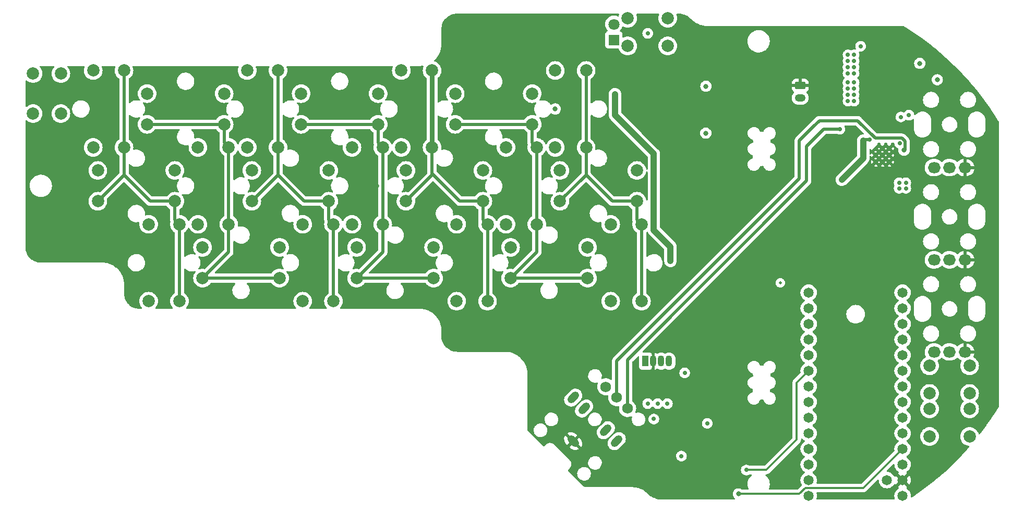
<source format=gbr>
%TF.GenerationSoftware,KiCad,Pcbnew,(6.0.10-0)*%
%TF.CreationDate,2025-02-20T17:08:05+01:00*%
%TF.ProjectId,MiniChord,4d696e69-4368-46f7-9264-2e6b69636164,rev?*%
%TF.SameCoordinates,Original*%
%TF.FileFunction,Copper,L3,Inr*%
%TF.FilePolarity,Positive*%
%FSLAX46Y46*%
G04 Gerber Fmt 4.6, Leading zero omitted, Abs format (unit mm)*
G04 Created by KiCad (PCBNEW (6.0.10-0)) date 2025-02-20 17:08:05*
%MOMM*%
%LPD*%
G01*
G04 APERTURE LIST*
G04 Aperture macros list*
%AMRoundRect*
0 Rectangle with rounded corners*
0 $1 Rounding radius*
0 $2 $3 $4 $5 $6 $7 $8 $9 X,Y pos of 4 corners*
0 Add a 4 corners polygon primitive as box body*
4,1,4,$2,$3,$4,$5,$6,$7,$8,$9,$2,$3,0*
0 Add four circle primitives for the rounded corners*
1,1,$1+$1,$2,$3*
1,1,$1+$1,$4,$5*
1,1,$1+$1,$6,$7*
1,1,$1+$1,$8,$9*
0 Add four rect primitives between the rounded corners*
20,1,$1+$1,$2,$3,$4,$5,0*
20,1,$1+$1,$4,$5,$6,$7,0*
20,1,$1+$1,$6,$7,$8,$9,0*
20,1,$1+$1,$8,$9,$2,$3,0*%
%AMHorizOval*
0 Thick line with rounded ends*
0 $1 width*
0 $2 $3 position (X,Y) of the first rounded end (center of the circle)*
0 $4 $5 position (X,Y) of the second rounded end (center of the circle)*
0 Add line between two ends*
20,1,$1,$2,$3,$4,$5,0*
0 Add two circle primitives to create the rounded ends*
1,1,$1,$2,$3*
1,1,$1,$4,$5*%
G04 Aperture macros list end*
%TA.AperFunction,ComponentPad*%
%ADD10C,2.000000*%
%TD*%
%TA.AperFunction,ComponentPad*%
%ADD11R,1.070000X1.800000*%
%TD*%
%TA.AperFunction,ComponentPad*%
%ADD12O,1.070000X1.800000*%
%TD*%
%TA.AperFunction,ComponentPad*%
%ADD13R,1.800000X1.800000*%
%TD*%
%TA.AperFunction,ComponentPad*%
%ADD14C,1.800000*%
%TD*%
%TA.AperFunction,ComponentPad*%
%ADD15O,2.050000X1.800000*%
%TD*%
%TA.AperFunction,ComponentPad*%
%ADD16C,0.500000*%
%TD*%
%TA.AperFunction,ComponentPad*%
%ADD17C,1.650000*%
%TD*%
%TA.AperFunction,ComponentPad*%
%ADD18C,1.750000*%
%TD*%
%TA.AperFunction,ComponentPad*%
%ADD19HorizOval,1.200000X-0.353553X-0.353553X0.353553X0.353553X0*%
%TD*%
%TA.AperFunction,ComponentPad*%
%ADD20HorizOval,1.200000X0.353553X-0.353553X-0.353553X0.353553X0*%
%TD*%
%TA.AperFunction,ComponentPad*%
%ADD21HorizOval,1.200000X0.353553X0.353553X-0.353553X-0.353553X0*%
%TD*%
%TA.AperFunction,ComponentPad*%
%ADD22RoundRect,0.250000X-0.625000X0.350000X-0.625000X-0.350000X0.625000X-0.350000X0.625000X0.350000X0*%
%TD*%
%TA.AperFunction,ComponentPad*%
%ADD23O,1.750000X1.200000*%
%TD*%
%TA.AperFunction,ViaPad*%
%ADD24C,0.800000*%
%TD*%
%TA.AperFunction,ViaPad*%
%ADD25C,0.700000*%
%TD*%
%TA.AperFunction,ViaPad*%
%ADD26C,0.500000*%
%TD*%
%TA.AperFunction,Conductor*%
%ADD27C,0.500000*%
%TD*%
%TA.AperFunction,Conductor*%
%ADD28C,0.750000*%
%TD*%
%TA.AperFunction,Conductor*%
%ADD29C,1.000000*%
%TD*%
%TA.AperFunction,Conductor*%
%ADD30C,0.350000*%
%TD*%
G04 APERTURE END LIST*
D10*
%TO.N,Row 4*%
%TO.C,SW11*%
X75000000Y-91750000D03*
X75000000Y-104250000D03*
%TO.N,Read matrix 2*%
X70000000Y-91750000D03*
X70000000Y-104250000D03*
%TD*%
%TO.N,3.3V*%
%TO.C,SW26*%
X121250000Y-75250000D03*
X114750000Y-75250000D03*
%TO.N,Rythm*%
X121250000Y-70750000D03*
X114750000Y-70750000D03*
%TD*%
D11*
%TO.N,Net-(D2-Pad1)*%
%TO.C,D2*%
X117640000Y-126500000D03*
D12*
%TO.N,GND*%
X118910000Y-126500000D03*
%TO.N,Net-(D2-Pad3)*%
X120180000Y-126500000D03*
%TO.N,Net-(D2-Pad4)*%
X121450000Y-126500000D03*
%TD*%
D10*
%TO.N,Row 5*%
%TO.C,SW12*%
X91250000Y-100500000D03*
X78750000Y-100500000D03*
%TO.N,Read matrix 2*%
X91250000Y-95500000D03*
X78750000Y-95500000D03*
%TD*%
%TO.N,Row 1*%
%TO.C,SW15*%
X42000000Y-104250000D03*
X42000000Y-116750000D03*
%TO.N,Read matrix 3*%
X37000000Y-104250000D03*
X37000000Y-116750000D03*
%TD*%
%TO.N,Row 3*%
%TO.C,SW10*%
X66250000Y-100500000D03*
X53750000Y-100500000D03*
%TO.N,Read matrix 2*%
X66250000Y-95500000D03*
X53750000Y-95500000D03*
%TD*%
D13*
%TO.N,Net-(D1-Pad1)*%
%TO.C,D1*%
X112500000Y-74270000D03*
D14*
%TO.N,Rythm led*%
X112500000Y-71730000D03*
%TD*%
D10*
%TO.N,Row 7*%
%TO.C,SW21*%
X117000000Y-104250000D03*
X117000000Y-116750000D03*
%TO.N,Read matrix 3*%
X112000000Y-104250000D03*
X112000000Y-116750000D03*
%TD*%
%TO.N,Row 6*%
%TO.C,SW6*%
X99250000Y-88000000D03*
X86750000Y-88000000D03*
%TO.N,Read matrix 1*%
X99250000Y-83000000D03*
X86750000Y-83000000D03*
%TD*%
%TO.N,Row 7*%
%TO.C,SW14*%
X116250000Y-100500000D03*
X103750000Y-100500000D03*
%TO.N,Read matrix 2*%
X116250000Y-95500000D03*
X103750000Y-95500000D03*
%TD*%
%TO.N,Row 2*%
%TO.C,SW2*%
X49250000Y-88000000D03*
X36750000Y-88000000D03*
%TO.N,Read matrix 1*%
X49250000Y-83000000D03*
X36750000Y-83000000D03*
%TD*%
%TO.N,Row 3*%
%TO.C,SW17*%
X67000000Y-104250000D03*
X67000000Y-116750000D03*
%TO.N,Read matrix 3*%
X62000000Y-104250000D03*
X62000000Y-116750000D03*
%TD*%
D15*
%TO.N,3.3V*%
%TO.C,RV3*%
X164500000Y-95030000D03*
%TO.N,Chord*%
X167000000Y-95030000D03*
%TO.N,GND*%
X169500000Y-95030000D03*
%TD*%
D10*
%TO.N,Row 6*%
%TO.C,SW13*%
X100000000Y-91750000D03*
X100000000Y-104250000D03*
%TO.N,Read matrix 2*%
X95000000Y-91750000D03*
X95000000Y-104250000D03*
%TD*%
%TO.N,3.3V*%
%TO.C,SW24*%
X170250000Y-131750000D03*
X163750000Y-131750000D03*
%TO.N,Up pgm*%
X170250000Y-127250000D03*
X163750000Y-127250000D03*
%TD*%
%TO.N,Row 4*%
%TO.C,SW18*%
X83250000Y-113000000D03*
X70750000Y-113000000D03*
%TO.N,Read matrix 3*%
X83250000Y-108000000D03*
X70750000Y-108000000D03*
%TD*%
%TO.N,Row 2*%
%TO.C,SW16*%
X58250000Y-113000000D03*
X45750000Y-113000000D03*
%TO.N,Read matrix 3*%
X58250000Y-108000000D03*
X45750000Y-108000000D03*
%TD*%
%TO.N,Row 6*%
%TO.C,SW20*%
X108250000Y-113000000D03*
X95750000Y-113000000D03*
%TO.N,Read matrix 3*%
X108250000Y-108000000D03*
X95750000Y-108000000D03*
%TD*%
D15*
%TO.N,3.3V*%
%TO.C,RV2*%
X164500000Y-110030000D03*
%TO.N,Harp*%
X167000000Y-110030000D03*
%TO.N,GND*%
X169500000Y-110030000D03*
%TD*%
D10*
%TO.N,Row 4*%
%TO.C,SW4*%
X74250000Y-88000000D03*
X61750000Y-88000000D03*
%TO.N,Read matrix 1*%
X74250000Y-83000000D03*
X61750000Y-83000000D03*
%TD*%
%TO.N,Sharp*%
%TO.C,SW22*%
X22750000Y-79750000D03*
X22750000Y-86250000D03*
%TO.N,Read matrix 1*%
X18250000Y-79750000D03*
X18250000Y-86250000D03*
%TD*%
D16*
%TO.N,GND*%
%TO.C,U2*%
X156100000Y-94100000D03*
X157200000Y-93000000D03*
X157200000Y-91900000D03*
X156100000Y-91900000D03*
X157200000Y-94100000D03*
X155000000Y-94100000D03*
X155000000Y-93000000D03*
X156100000Y-93000000D03*
X155000000Y-91900000D03*
%TD*%
D10*
%TO.N,Row 5*%
%TO.C,SW5*%
X83000000Y-79250000D03*
X83000000Y-91750000D03*
%TO.N,Read matrix 1*%
X78000000Y-79250000D03*
X78000000Y-91750000D03*
%TD*%
%TO.N,Row 5*%
%TO.C,SW19*%
X92000000Y-104250000D03*
X92000000Y-116750000D03*
%TO.N,Read matrix 3*%
X87000000Y-104250000D03*
X87000000Y-116750000D03*
%TD*%
%TO.N,Row 2*%
%TO.C,SW9*%
X50000000Y-91750000D03*
X50000000Y-104250000D03*
%TO.N,Read matrix 2*%
X45000000Y-91750000D03*
X45000000Y-104250000D03*
%TD*%
D15*
%TO.N,3.3V*%
%TO.C,RV1*%
X164500000Y-125000000D03*
%TO.N,Mod*%
X167000000Y-125000000D03*
%TO.N,GND*%
X169500000Y-125000000D03*
%TD*%
D17*
%TO.N,GND*%
%TO.C,U1*%
X144130000Y-148375000D03*
%TO.N,R led*%
X144130000Y-145835000D03*
%TO.N,G led*%
X144130000Y-143295000D03*
%TO.N,B led*%
X144130000Y-140755000D03*
%TO.N,_Mute*%
X144130000Y-138215000D03*
%TO.N,Read matrix 3*%
X144130000Y-135675000D03*
%TO.N,Read matrix 2*%
X144130000Y-133135000D03*
%TO.N,Read matrix 1*%
X144130000Y-130595000D03*
%TO.N,DIN*%
X144130000Y-128055000D03*
%TO.N,Down pgm*%
X144130000Y-125515000D03*
%TO.N,Up pgm*%
X144130000Y-122975000D03*
%TO.N,LBO*%
X144130000Y-120435000D03*
%TO.N,Rythm*%
X144130000Y-117895000D03*
%TO.N,Rythm led*%
X144130000Y-115355000D03*
%TO.N,Data matrix*%
X159370000Y-115355000D03*
%TO.N,Storage clock*%
X159370000Y-117895000D03*
%TO.N,Shift clock*%
X159370000Y-120435000D03*
%TO.N,Chord*%
X159370000Y-122975000D03*
%TO.N,Harp*%
X159370000Y-125515000D03*
%TO.N,Net-(R9-Pad1)*%
X159370000Y-128055000D03*
%TO.N,Net-(R10-Pad1)*%
X159370000Y-130595000D03*
%TO.N,LRCK*%
X159370000Y-133135000D03*
%TO.N,BCK*%
X159370000Y-135675000D03*
%TO.N,Mod*%
X159370000Y-138215000D03*
%TO.N,SCK*%
X159370000Y-140755000D03*
%TO.N,3.3V*%
X159370000Y-143295000D03*
%TO.N,GND*%
X159370000Y-145835000D03*
%TO.N,5V*%
X159370000Y-148375000D03*
%TO.N,VUSB*%
X156830000Y-145835000D03*
%TD*%
D10*
%TO.N,Row 7*%
%TO.C,SW7*%
X108000000Y-79250000D03*
X108000000Y-91750000D03*
%TO.N,Read matrix 1*%
X103000000Y-79250000D03*
X103000000Y-91750000D03*
%TD*%
%TO.N,Row 3*%
%TO.C,SW3*%
X58000000Y-79250000D03*
X58000000Y-91750000D03*
%TO.N,Read matrix 1*%
X53000000Y-79250000D03*
X53000000Y-91750000D03*
%TD*%
D18*
%TO.N,VBAT*%
%TO.C,J2*%
X114738835Y-134196699D03*
%TO.N,EN*%
X112971068Y-132428932D03*
%TO.N,unconnected-(J2-PadI)*%
X111203301Y-130661165D03*
D19*
%TO.N,Net-(C16-Pad1)*%
X105900000Y-132428932D03*
%TO.N,unconnected-(J2-PadRs)*%
X107667767Y-134196699D03*
D20*
%TO.N,GND*%
X105900000Y-139500000D03*
D21*
%TO.N,Net-(C17-Pad1)*%
X112971068Y-139500000D03*
%TO.N,unconnected-(J2-PadTs)*%
X111203301Y-137732233D03*
%TD*%
D10*
%TO.N,Row 1*%
%TO.C,SW1*%
X33000000Y-79250000D03*
X33000000Y-91750000D03*
%TO.N,Read matrix 1*%
X28000000Y-79250000D03*
X28000000Y-91750000D03*
%TD*%
%TO.N,3.3V*%
%TO.C,SW25*%
X163750000Y-134250000D03*
X170250000Y-134250000D03*
%TO.N,Down pgm*%
X163750000Y-138750000D03*
X170250000Y-138750000D03*
%TD*%
%TO.N,Row 1*%
%TO.C,SW8*%
X41250000Y-100500000D03*
X28750000Y-100500000D03*
%TO.N,Read matrix 2*%
X41250000Y-95500000D03*
X28750000Y-95500000D03*
%TD*%
D22*
%TO.N,GND*%
%TO.C,J3*%
X142757500Y-81700000D03*
D23*
%TO.N,VBAT*%
X142757500Y-83700000D03*
%TD*%
D24*
%TO.N,Read matrix 1*%
X103000000Y-85500000D03*
%TO.N,3.3V*%
X127425000Y-89425000D03*
D25*
X121700000Y-110200000D03*
X119000000Y-135900000D03*
X119000000Y-100500000D03*
D24*
X127445000Y-81805000D03*
D26*
X139525000Y-113775000D03*
D25*
X127662500Y-136600000D03*
X118000000Y-73200000D03*
X124000000Y-128400000D03*
X160400000Y-86500000D03*
X112700000Y-83100000D03*
X123475000Y-141925000D03*
%TO.N,B led*%
X121200000Y-133400000D03*
%TO.N,G led*%
X119600000Y-133400000D03*
%TO.N,R led*%
X118000000Y-133400000D03*
%TO.N,VBAT*%
X151500000Y-78707500D03*
X150500000Y-79707500D03*
X159900000Y-98400000D03*
X151500000Y-77707500D03*
X150500000Y-78707500D03*
X149200000Y-88800000D03*
X151500000Y-79707500D03*
X150500000Y-76707500D03*
X151500000Y-76707500D03*
X152550000Y-75300000D03*
X159900000Y-97500000D03*
X158800000Y-97500000D03*
X150500000Y-77707500D03*
X158800000Y-98400000D03*
%TO.N,GND*%
X125000000Y-143000000D03*
D24*
X52000000Y-110500000D03*
X113000000Y-98000000D03*
X113000000Y-123000000D03*
X153000000Y-117000000D03*
X92000000Y-122000000D03*
X159000000Y-105500000D03*
X55000000Y-85000000D03*
X147000000Y-141000000D03*
X108000000Y-98000000D03*
X149000000Y-110000000D03*
D26*
X137000000Y-99000000D03*
D24*
X167000000Y-133000000D03*
X127000000Y-122000000D03*
X39500000Y-110500000D03*
X46000000Y-80900000D03*
D25*
X156000000Y-76707500D03*
D24*
X161200000Y-90600500D03*
X88000000Y-98000000D03*
X37000000Y-98000000D03*
D25*
X149000000Y-126000000D03*
D24*
X151000000Y-134500000D03*
D25*
X127800000Y-130800000D03*
D24*
X83000000Y-98000000D03*
X152000000Y-103000000D03*
D25*
X141000000Y-146000000D03*
D24*
X62000000Y-98000000D03*
D25*
X156000000Y-84707500D03*
X155000000Y-84707500D03*
X151000000Y-128000000D03*
D24*
X151000000Y-130000000D03*
X159000000Y-108500000D03*
X101000000Y-122000000D03*
X151000000Y-136000000D03*
X65000000Y-86000000D03*
D25*
X151000000Y-126000000D03*
D26*
X137000000Y-120000000D03*
X138000000Y-109200000D03*
D24*
X93000000Y-85500000D03*
X58000000Y-98000000D03*
X149000000Y-134500000D03*
D25*
X125000000Y-140000000D03*
D24*
X147000000Y-108000000D03*
X55000000Y-87000000D03*
X172000000Y-110000000D03*
D25*
X124000000Y-143000000D03*
X157000000Y-84707500D03*
D24*
X77000000Y-110500000D03*
X80000000Y-85000000D03*
D25*
X157000000Y-76707500D03*
D24*
X24250000Y-98000000D03*
X149000000Y-133000000D03*
X151000000Y-141000000D03*
X81000000Y-88000000D03*
X71000000Y-81000000D03*
D25*
X125000000Y-141000000D03*
D24*
X47500000Y-98000000D03*
D25*
X133600000Y-139000000D03*
X139000000Y-146000000D03*
X125000000Y-142000000D03*
D24*
X126000000Y-74000000D03*
X105500000Y-85500000D03*
D25*
X139000000Y-141000000D03*
D24*
X164000000Y-143000000D03*
X115000000Y-81000000D03*
D25*
X153250000Y-86750000D03*
D24*
X114500000Y-110500000D03*
X74000000Y-98000000D03*
D25*
X113300000Y-142400000D03*
D24*
X89500000Y-110500000D03*
D25*
X149000000Y-128000000D03*
D24*
X65000000Y-81000000D03*
X149000000Y-136000000D03*
X172000000Y-95000000D03*
X98000000Y-98000000D03*
X172000000Y-125000000D03*
D25*
X154450000Y-75300000D03*
D24*
X165000000Y-79000000D03*
X148000000Y-109000000D03*
X102000000Y-110500000D03*
X123250000Y-85500000D03*
X64500000Y-110500000D03*
D25*
X154000000Y-84707500D03*
%TO.N,VUSB*%
X151500000Y-84207500D03*
X151500000Y-81207500D03*
X150500000Y-83207500D03*
X150500000Y-82207500D03*
X150500000Y-84207500D03*
X151500000Y-82207500D03*
X150500000Y-81207500D03*
X151500000Y-83207500D03*
%TO.N,5V*%
X149500000Y-97000000D03*
X154000000Y-90500000D03*
X153000000Y-91500000D03*
X153000000Y-90500000D03*
%TO.N,LBO*%
X158900000Y-91100000D03*
X159100000Y-86800000D03*
D24*
%TO.N,EN*%
X159600000Y-92200000D03*
D25*
%TO.N,DIN*%
X134000000Y-144200000D03*
D24*
%TO.N,SCK*%
X132725000Y-148075000D03*
%TO.N,Net-(D3-Pad2)*%
X162155000Y-78095000D03*
X165000000Y-80750000D03*
%TD*%
D27*
%TO.N,Row 1*%
X42000000Y-104250000D02*
X42000000Y-116750000D01*
X41250000Y-100500000D02*
X41250000Y-103500000D01*
X37250000Y-100500000D02*
X33000000Y-96250000D01*
X33000000Y-91750000D02*
X33000000Y-96250000D01*
X41250000Y-100500000D02*
X37250000Y-100500000D01*
X41250000Y-103500000D02*
X42000000Y-104250000D01*
X33000000Y-96250000D02*
X28750000Y-100500000D01*
X33000000Y-79250000D02*
X33000000Y-91750000D01*
%TO.N,Row 2*%
X36750000Y-88000000D02*
X49250000Y-88000000D01*
X45750000Y-113000000D02*
X58250000Y-113000000D01*
X50000000Y-91750000D02*
X50000000Y-104250000D01*
X49250000Y-91000000D02*
X50000000Y-91750000D01*
X50000000Y-108750000D02*
X45750000Y-113000000D01*
X50000000Y-104250000D02*
X50000000Y-108750000D01*
X49250000Y-88000000D02*
X49250000Y-91000000D01*
%TO.N,Row 3*%
X66250000Y-100500000D02*
X66250000Y-103500000D01*
X58000000Y-79250000D02*
X58000000Y-91750000D01*
X58000000Y-91750000D02*
X58000000Y-96250000D01*
X66250000Y-100500000D02*
X62250000Y-100500000D01*
X66250000Y-103500000D02*
X67000000Y-104250000D01*
X58000000Y-96250000D02*
X53750000Y-100500000D01*
X62250000Y-100500000D02*
X58000000Y-96250000D01*
X67000000Y-104250000D02*
X67000000Y-116750000D01*
%TO.N,Row 4*%
X74250000Y-91000000D02*
X75000000Y-91750000D01*
X75000000Y-104250000D02*
X75000000Y-108750000D01*
X75000000Y-108750000D02*
X70750000Y-113000000D01*
X61750000Y-88000000D02*
X74250000Y-88000000D01*
X75000000Y-91750000D02*
X75000000Y-104250000D01*
X74250000Y-88000000D02*
X74250000Y-91000000D01*
X70750000Y-113000000D02*
X83250000Y-113000000D01*
%TO.N,Row 5*%
X91250000Y-103500000D02*
X92000000Y-104250000D01*
X78750000Y-100500000D02*
X83000000Y-96250000D01*
X83000000Y-96250000D02*
X83000000Y-96000000D01*
X87500000Y-100500000D02*
X83000000Y-96000000D01*
X91250000Y-100500000D02*
X87500000Y-100500000D01*
D28*
X83000000Y-79250000D02*
X83000000Y-91750000D01*
D27*
X91250000Y-100500000D02*
X91250000Y-103500000D01*
X83000000Y-96000000D02*
X83000000Y-91750000D01*
X92000000Y-104250000D02*
X92000000Y-116750000D01*
%TO.N,Row 6*%
X99250000Y-91000000D02*
X100000000Y-91750000D01*
X95750000Y-113000000D02*
X108250000Y-113000000D01*
X86750000Y-88000000D02*
X99250000Y-88000000D01*
X100000000Y-108750000D02*
X95750000Y-113000000D01*
X100000000Y-104250000D02*
X100000000Y-108750000D01*
X100000000Y-91750000D02*
X100000000Y-104250000D01*
X99250000Y-88000000D02*
X99250000Y-91000000D01*
%TO.N,Row 7*%
X108000000Y-91750000D02*
X108000000Y-96250000D01*
X108000000Y-96250000D02*
X103750000Y-100500000D01*
X116250000Y-100500000D02*
X112250000Y-100500000D01*
X108000000Y-79250000D02*
X108000000Y-91750000D01*
X117000000Y-104250000D02*
X117000000Y-116750000D01*
X116250000Y-100500000D02*
X116250000Y-103500000D01*
X116250000Y-103500000D02*
X117000000Y-104250000D01*
X112250000Y-100500000D02*
X108000000Y-96250000D01*
D29*
%TO.N,3.3V*%
X112700000Y-83100000D02*
X112700000Y-86500000D01*
X121700000Y-110200000D02*
X121700000Y-107900000D01*
X121700000Y-107900000D02*
X119000000Y-105200000D01*
X119000000Y-92800000D02*
X119000000Y-100500000D01*
X112700000Y-86500000D02*
X119000000Y-92800000D01*
X119000000Y-105200000D02*
X119000000Y-100500000D01*
D27*
%TO.N,VBAT*%
X143800000Y-91599999D02*
X143800000Y-97200000D01*
X149200000Y-88800000D02*
X146600000Y-88800000D01*
X143800000Y-97200000D02*
X114738835Y-126261165D01*
X146600000Y-88800000D02*
X143800000Y-91599999D01*
X114738835Y-126261165D02*
X114738835Y-134196699D01*
%TO.N,5V*%
X154000000Y-90500000D02*
X153000000Y-90500000D01*
D29*
X153000000Y-91500000D02*
X153000000Y-93500000D01*
X153000000Y-91500000D02*
X153000000Y-90650000D01*
X153000000Y-93500000D02*
X149500000Y-97000000D01*
D27*
%TO.N,EN*%
X152102082Y-87400000D02*
X154952082Y-90250000D01*
X159750000Y-92050000D02*
X159600000Y-92200000D01*
X112971068Y-132428932D02*
X112971068Y-126428932D01*
X154952082Y-90250000D02*
X159252082Y-90250000D01*
X142600000Y-90650000D02*
X144875000Y-88375000D01*
X145850000Y-87400000D02*
X152102082Y-87400000D01*
X144875000Y-88375000D02*
X145850000Y-87400000D01*
X159252082Y-90250000D02*
X159750000Y-90747918D01*
X159750000Y-90747918D02*
X159750000Y-92050000D01*
X142600000Y-96800000D02*
X142600000Y-90650000D01*
X112971068Y-126428932D02*
X142600000Y-96800000D01*
D30*
%TO.N,DIN*%
X134000000Y-144200000D02*
X137258148Y-144200000D01*
X142200000Y-139258148D02*
X142200000Y-129985000D01*
X142200000Y-129985000D02*
X144130000Y-128055000D01*
X137258148Y-144200000D02*
X142200000Y-139258148D01*
%TO.N,SCK*%
X142625000Y-148075000D02*
X143600000Y-147100000D01*
X143600000Y-147100000D02*
X153025000Y-147100000D01*
X132725000Y-148075000D02*
X142625000Y-148075000D01*
X153025000Y-147100000D02*
X159370000Y-140755000D01*
%TD*%
%TA.AperFunction,Conductor*%
%TO.N,GND*%
G36*
X113303899Y-70028502D02*
G01*
X113350392Y-70082158D01*
X113360496Y-70152432D01*
X113352187Y-70182717D01*
X113310895Y-70282406D01*
X113293431Y-70355150D01*
X113288818Y-70374363D01*
X113253465Y-70435932D01*
X113190439Y-70468614D01*
X113119748Y-70462033D01*
X113105403Y-70455255D01*
X113083887Y-70443377D01*
X113083879Y-70443374D01*
X113079355Y-70440876D01*
X113074486Y-70439152D01*
X113074482Y-70439150D01*
X112865903Y-70365288D01*
X112865899Y-70365287D01*
X112861028Y-70363562D01*
X112855935Y-70362655D01*
X112855932Y-70362654D01*
X112638095Y-70323851D01*
X112638089Y-70323850D01*
X112633006Y-70322945D01*
X112560096Y-70322054D01*
X112406581Y-70320179D01*
X112406579Y-70320179D01*
X112401411Y-70320116D01*
X112172464Y-70355150D01*
X111952314Y-70427106D01*
X111947726Y-70429494D01*
X111947722Y-70429496D01*
X111845524Y-70482697D01*
X111746872Y-70534052D01*
X111742739Y-70537155D01*
X111742736Y-70537157D01*
X111605130Y-70640475D01*
X111561655Y-70673117D01*
X111558083Y-70676855D01*
X111407504Y-70834427D01*
X111401639Y-70840564D01*
X111271119Y-71031899D01*
X111173602Y-71241981D01*
X111111707Y-71465169D01*
X111087095Y-71695469D01*
X111087392Y-71700622D01*
X111087392Y-71700625D01*
X111094057Y-71816213D01*
X111100427Y-71926697D01*
X111101564Y-71931743D01*
X111101565Y-71931749D01*
X111123153Y-72027541D01*
X111151346Y-72152642D01*
X111153288Y-72157424D01*
X111153289Y-72157428D01*
X111228033Y-72341500D01*
X111238484Y-72367237D01*
X111315995Y-72493724D01*
X111355688Y-72558496D01*
X111359501Y-72564719D01*
X111362882Y-72568622D01*
X111471304Y-72693788D01*
X111500786Y-72758373D01*
X111490671Y-72828646D01*
X111444170Y-72882294D01*
X111420296Y-72894267D01*
X111373373Y-72911858D01*
X111353295Y-72919385D01*
X111236739Y-73006739D01*
X111149385Y-73123295D01*
X111098255Y-73259684D01*
X111091500Y-73321866D01*
X111091500Y-75218134D01*
X111098255Y-75280316D01*
X111149385Y-75416705D01*
X111236739Y-75533261D01*
X111353295Y-75620615D01*
X111489684Y-75671745D01*
X111551866Y-75678500D01*
X113210511Y-75678500D01*
X113278632Y-75698502D01*
X113326920Y-75756282D01*
X113380298Y-75885148D01*
X113401760Y-75936963D01*
X113404346Y-75941183D01*
X113523241Y-76135202D01*
X113523245Y-76135208D01*
X113525824Y-76139416D01*
X113620471Y-76250233D01*
X113673467Y-76312283D01*
X113680031Y-76319969D01*
X113860584Y-76474176D01*
X113864792Y-76476755D01*
X113864798Y-76476759D01*
X114058817Y-76595654D01*
X114063037Y-76598240D01*
X114067607Y-76600133D01*
X114067611Y-76600135D01*
X114202217Y-76655890D01*
X114282406Y-76689105D01*
X114331682Y-76700935D01*
X114508476Y-76743380D01*
X114508482Y-76743381D01*
X114513289Y-76744535D01*
X114750000Y-76763165D01*
X114986711Y-76744535D01*
X114991518Y-76743381D01*
X114991524Y-76743380D01*
X115168318Y-76700935D01*
X115217594Y-76689105D01*
X115297783Y-76655890D01*
X115432389Y-76600135D01*
X115432393Y-76600133D01*
X115436963Y-76598240D01*
X115441183Y-76595654D01*
X115635202Y-76476759D01*
X115635208Y-76476755D01*
X115639416Y-76474176D01*
X115819969Y-76319969D01*
X115826534Y-76312283D01*
X115879529Y-76250233D01*
X115974176Y-76139416D01*
X115976755Y-76135208D01*
X115976759Y-76135202D01*
X116095654Y-75941183D01*
X116098240Y-75936963D01*
X116119703Y-75885148D01*
X116187211Y-75722167D01*
X116187212Y-75722165D01*
X116189105Y-75717594D01*
X116220336Y-75587506D01*
X116243380Y-75491524D01*
X116243381Y-75491518D01*
X116244535Y-75486711D01*
X116263165Y-75250000D01*
X119736835Y-75250000D01*
X119755465Y-75486711D01*
X119756619Y-75491518D01*
X119756620Y-75491524D01*
X119779664Y-75587506D01*
X119810895Y-75717594D01*
X119812788Y-75722165D01*
X119812789Y-75722167D01*
X119880298Y-75885148D01*
X119901760Y-75936963D01*
X119904346Y-75941183D01*
X120023241Y-76135202D01*
X120023245Y-76135208D01*
X120025824Y-76139416D01*
X120120471Y-76250233D01*
X120173467Y-76312283D01*
X120180031Y-76319969D01*
X120360584Y-76474176D01*
X120364792Y-76476755D01*
X120364798Y-76476759D01*
X120558817Y-76595654D01*
X120563037Y-76598240D01*
X120567607Y-76600133D01*
X120567611Y-76600135D01*
X120702217Y-76655890D01*
X120782406Y-76689105D01*
X120831682Y-76700935D01*
X121008476Y-76743380D01*
X121008482Y-76743381D01*
X121013289Y-76744535D01*
X121250000Y-76763165D01*
X121486711Y-76744535D01*
X121491518Y-76743381D01*
X121491524Y-76743380D01*
X121668318Y-76700935D01*
X121717594Y-76689105D01*
X121797783Y-76655890D01*
X121932389Y-76600135D01*
X121932393Y-76600133D01*
X121936963Y-76598240D01*
X121941183Y-76595654D01*
X122135202Y-76476759D01*
X122135208Y-76476755D01*
X122139416Y-76474176D01*
X122319969Y-76319969D01*
X122326534Y-76312283D01*
X122379529Y-76250233D01*
X122474176Y-76139416D01*
X122476755Y-76135208D01*
X122476759Y-76135202D01*
X122595654Y-75941183D01*
X122598240Y-75936963D01*
X122619703Y-75885148D01*
X122687211Y-75722167D01*
X122687212Y-75722165D01*
X122689105Y-75717594D01*
X122720336Y-75587506D01*
X122743380Y-75491524D01*
X122743381Y-75491518D01*
X122744535Y-75486711D01*
X122763165Y-75250000D01*
X122744535Y-75013289D01*
X122742512Y-75004860D01*
X122691554Y-74792607D01*
X122689105Y-74782406D01*
X122687211Y-74777833D01*
X122600135Y-74567611D01*
X122600133Y-74567607D01*
X122598240Y-74563037D01*
X122552839Y-74488949D01*
X122530519Y-74452526D01*
X134187050Y-74452526D01*
X134188800Y-74488949D01*
X134199947Y-74721019D01*
X134252388Y-74984656D01*
X134343220Y-75237646D01*
X134345432Y-75241762D01*
X134345433Y-75241765D01*
X134380252Y-75306565D01*
X134470450Y-75474431D01*
X134473241Y-75478168D01*
X134473245Y-75478175D01*
X134523789Y-75545861D01*
X134631281Y-75689810D01*
X134634590Y-75693090D01*
X134634595Y-75693096D01*
X134795945Y-75853043D01*
X134822180Y-75879050D01*
X134825942Y-75881808D01*
X134825945Y-75881811D01*
X135009907Y-76016697D01*
X135038954Y-76037995D01*
X135043089Y-76040171D01*
X135043093Y-76040173D01*
X135266774Y-76157858D01*
X135276840Y-76163154D01*
X135530613Y-76251775D01*
X135535206Y-76252647D01*
X135790109Y-76301042D01*
X135790112Y-76301042D01*
X135794698Y-76301913D01*
X135922370Y-76306929D01*
X136058625Y-76312283D01*
X136058630Y-76312283D01*
X136063293Y-76312466D01*
X136167607Y-76301042D01*
X136325844Y-76283713D01*
X136325850Y-76283712D01*
X136330497Y-76283203D01*
X136397977Y-76265437D01*
X136585918Y-76215956D01*
X136585920Y-76215955D01*
X136590441Y-76214765D01*
X136594738Y-76212919D01*
X136833120Y-76110502D01*
X136833122Y-76110501D01*
X136837414Y-76108657D01*
X136997477Y-76009607D01*
X137062017Y-75969669D01*
X137062021Y-75969666D01*
X137065990Y-75967210D01*
X137271149Y-75793530D01*
X137448382Y-75591434D01*
X137490419Y-75526081D01*
X137591269Y-75369291D01*
X137593797Y-75365361D01*
X137704199Y-75120278D01*
X137741209Y-74989051D01*
X137775893Y-74866072D01*
X137775894Y-74866069D01*
X137777163Y-74861568D01*
X137795043Y-74721019D01*
X137810688Y-74598045D01*
X137810688Y-74598041D01*
X137811086Y-74594915D01*
X137813571Y-74500000D01*
X137802931Y-74356825D01*
X137793996Y-74236592D01*
X137793996Y-74236591D01*
X137793650Y-74231937D01*
X137781905Y-74180031D01*
X137735361Y-73974331D01*
X137735360Y-73974326D01*
X137734327Y-73969763D01*
X137636902Y-73719238D01*
X137503518Y-73485864D01*
X137337105Y-73274769D01*
X137141317Y-73090591D01*
X136920457Y-72937374D01*
X136883979Y-72919385D01*
X136683564Y-72820551D01*
X136683561Y-72820550D01*
X136679376Y-72818486D01*
X136631745Y-72803239D01*
X136575087Y-72785103D01*
X136423370Y-72736538D01*
X136418763Y-72735788D01*
X136418760Y-72735787D01*
X136162674Y-72694081D01*
X136162675Y-72694081D01*
X136158063Y-72693330D01*
X136027719Y-72691624D01*
X135893961Y-72689873D01*
X135893958Y-72689873D01*
X135889284Y-72689812D01*
X135622937Y-72726060D01*
X135364874Y-72801278D01*
X135120763Y-72913815D01*
X135104052Y-72924771D01*
X134899881Y-73058631D01*
X134899876Y-73058635D01*
X134895968Y-73061197D01*
X134695426Y-73240188D01*
X134523544Y-73446854D01*
X134384096Y-73676656D01*
X134382287Y-73680970D01*
X134382285Y-73680974D01*
X134300383Y-73876289D01*
X134280148Y-73924545D01*
X134213981Y-74185077D01*
X134187050Y-74452526D01*
X122530519Y-74452526D01*
X122476759Y-74364798D01*
X122476755Y-74364792D01*
X122474176Y-74360584D01*
X122319969Y-74180031D01*
X122139416Y-74025824D01*
X122135208Y-74023245D01*
X122135202Y-74023241D01*
X121941183Y-73904346D01*
X121936963Y-73901760D01*
X121932393Y-73899867D01*
X121932389Y-73899865D01*
X121722167Y-73812789D01*
X121722165Y-73812788D01*
X121717594Y-73810895D01*
X121604856Y-73783829D01*
X121491524Y-73756620D01*
X121491518Y-73756619D01*
X121486711Y-73755465D01*
X121250000Y-73736835D01*
X121013289Y-73755465D01*
X121008482Y-73756619D01*
X121008476Y-73756620D01*
X120895144Y-73783829D01*
X120782406Y-73810895D01*
X120777835Y-73812788D01*
X120777833Y-73812789D01*
X120567611Y-73899865D01*
X120567607Y-73899867D01*
X120563037Y-73901760D01*
X120558817Y-73904346D01*
X120364798Y-74023241D01*
X120364792Y-74023245D01*
X120360584Y-74025824D01*
X120180031Y-74180031D01*
X120025824Y-74360584D01*
X120023245Y-74364792D01*
X120023241Y-74364798D01*
X119947161Y-74488949D01*
X119901760Y-74563037D01*
X119899867Y-74567607D01*
X119899865Y-74567611D01*
X119812789Y-74777833D01*
X119810895Y-74782406D01*
X119808446Y-74792607D01*
X119757489Y-75004860D01*
X119755465Y-75013289D01*
X119736835Y-75250000D01*
X116263165Y-75250000D01*
X116244535Y-75013289D01*
X116242512Y-75004860D01*
X116191554Y-74792607D01*
X116189105Y-74782406D01*
X116187211Y-74777833D01*
X116100135Y-74567611D01*
X116100133Y-74567607D01*
X116098240Y-74563037D01*
X116052839Y-74488949D01*
X115976759Y-74364798D01*
X115976755Y-74364792D01*
X115974176Y-74360584D01*
X115819969Y-74180031D01*
X115639416Y-74025824D01*
X115635208Y-74023245D01*
X115635202Y-74023241D01*
X115441183Y-73904346D01*
X115436963Y-73901760D01*
X115432393Y-73899867D01*
X115432389Y-73899865D01*
X115222167Y-73812789D01*
X115222165Y-73812788D01*
X115217594Y-73810895D01*
X115104856Y-73783829D01*
X114991524Y-73756620D01*
X114991518Y-73756619D01*
X114986711Y-73755465D01*
X114750000Y-73736835D01*
X114513289Y-73755465D01*
X114508482Y-73756619D01*
X114508476Y-73756620D01*
X114395144Y-73783829D01*
X114282406Y-73810895D01*
X114277835Y-73812788D01*
X114277833Y-73812789D01*
X114082718Y-73893608D01*
X114012128Y-73901197D01*
X113948641Y-73869418D01*
X113912414Y-73808359D01*
X113908500Y-73777199D01*
X113908500Y-73321866D01*
X113901745Y-73259684D01*
X113879370Y-73200000D01*
X117136771Y-73200000D01*
X117155635Y-73379475D01*
X117157675Y-73385753D01*
X117157675Y-73385754D01*
X117178825Y-73450847D01*
X117211401Y-73551107D01*
X117301633Y-73707393D01*
X117306051Y-73712300D01*
X117306052Y-73712301D01*
X117396532Y-73812789D01*
X117422387Y-73841504D01*
X117427729Y-73845385D01*
X117427731Y-73845387D01*
X117555235Y-73938024D01*
X117568385Y-73947578D01*
X117574413Y-73950262D01*
X117574415Y-73950263D01*
X117727217Y-74018295D01*
X117733248Y-74020980D01*
X117821508Y-74039740D01*
X117903311Y-74057128D01*
X117903315Y-74057128D01*
X117909768Y-74058500D01*
X118090232Y-74058500D01*
X118096685Y-74057128D01*
X118096689Y-74057128D01*
X118178492Y-74039740D01*
X118266752Y-74020980D01*
X118272783Y-74018295D01*
X118425585Y-73950263D01*
X118425587Y-73950262D01*
X118431615Y-73947578D01*
X118444765Y-73938024D01*
X118572269Y-73845387D01*
X118572271Y-73845385D01*
X118577613Y-73841504D01*
X118603468Y-73812789D01*
X118693948Y-73712301D01*
X118693949Y-73712300D01*
X118698367Y-73707393D01*
X118788599Y-73551107D01*
X118821175Y-73450847D01*
X118842325Y-73385754D01*
X118842325Y-73385753D01*
X118844365Y-73379475D01*
X118863229Y-73200000D01*
X118844365Y-73020525D01*
X118788599Y-72848893D01*
X118771044Y-72818486D01*
X118724553Y-72737963D01*
X118698367Y-72692607D01*
X118659698Y-72649660D01*
X118582035Y-72563407D01*
X118582034Y-72563406D01*
X118577613Y-72558496D01*
X118555904Y-72542723D01*
X118436957Y-72456303D01*
X118436956Y-72456302D01*
X118431615Y-72452422D01*
X118425587Y-72449738D01*
X118425585Y-72449737D01*
X118272783Y-72381705D01*
X118272781Y-72381705D01*
X118266752Y-72379020D01*
X118178492Y-72360260D01*
X118096689Y-72342872D01*
X118096685Y-72342872D01*
X118090232Y-72341500D01*
X117909768Y-72341500D01*
X117903315Y-72342872D01*
X117903311Y-72342872D01*
X117821508Y-72360260D01*
X117733248Y-72379020D01*
X117727219Y-72381704D01*
X117727217Y-72381705D01*
X117574416Y-72449737D01*
X117574414Y-72449738D01*
X117568386Y-72452422D01*
X117563045Y-72456302D01*
X117563044Y-72456303D01*
X117427731Y-72554613D01*
X117427729Y-72554615D01*
X117422387Y-72558496D01*
X117417966Y-72563406D01*
X117417965Y-72563407D01*
X117340303Y-72649660D01*
X117301633Y-72692607D01*
X117275447Y-72737963D01*
X117228957Y-72818486D01*
X117211401Y-72848893D01*
X117155635Y-73020525D01*
X117136771Y-73200000D01*
X113879370Y-73200000D01*
X113850615Y-73123295D01*
X113763261Y-73006739D01*
X113646705Y-72919385D01*
X113638296Y-72916233D01*
X113638295Y-72916232D01*
X113579804Y-72894305D01*
X113523039Y-72851664D01*
X113498339Y-72785103D01*
X113513546Y-72715754D01*
X113535093Y-72687073D01*
X113572636Y-72649660D01*
X113572640Y-72649655D01*
X113576303Y-72646005D01*
X113711458Y-72457917D01*
X113758641Y-72362450D01*
X113811784Y-72254922D01*
X113811785Y-72254920D01*
X113814078Y-72250280D01*
X113844705Y-72149473D01*
X113883646Y-72090109D01*
X113948500Y-72061222D01*
X114018677Y-72071983D01*
X114031097Y-72078668D01*
X114049768Y-72090109D01*
X114063037Y-72098240D01*
X114067607Y-72100133D01*
X114067611Y-72100135D01*
X114201739Y-72155692D01*
X114282406Y-72189105D01*
X114326467Y-72199683D01*
X114508476Y-72243380D01*
X114508482Y-72243381D01*
X114513289Y-72244535D01*
X114750000Y-72263165D01*
X114986711Y-72244535D01*
X114991518Y-72243381D01*
X114991524Y-72243380D01*
X115173533Y-72199683D01*
X115217594Y-72189105D01*
X115298261Y-72155692D01*
X115432389Y-72100135D01*
X115432393Y-72100133D01*
X115436963Y-72098240D01*
X115450232Y-72090109D01*
X115635202Y-71976759D01*
X115635208Y-71976755D01*
X115639416Y-71974176D01*
X115819969Y-71819969D01*
X115974176Y-71639416D01*
X115976755Y-71635208D01*
X115976759Y-71635202D01*
X116095654Y-71441183D01*
X116098240Y-71436963D01*
X116134637Y-71349094D01*
X116187211Y-71222167D01*
X116187212Y-71222165D01*
X116189105Y-71217594D01*
X116224748Y-71069132D01*
X116243380Y-70991524D01*
X116243381Y-70991518D01*
X116244535Y-70986711D01*
X116263165Y-70750000D01*
X116244535Y-70513289D01*
X116243298Y-70508133D01*
X116206569Y-70355150D01*
X116189105Y-70282406D01*
X116147813Y-70182717D01*
X116140224Y-70112128D01*
X116172003Y-70048641D01*
X116233062Y-70012414D01*
X116264222Y-70008500D01*
X119735778Y-70008500D01*
X119803899Y-70028502D01*
X119850392Y-70082158D01*
X119860496Y-70152432D01*
X119852187Y-70182717D01*
X119810895Y-70282406D01*
X119793431Y-70355150D01*
X119756703Y-70508133D01*
X119755465Y-70513289D01*
X119736835Y-70750000D01*
X119755465Y-70986711D01*
X119756619Y-70991518D01*
X119756620Y-70991524D01*
X119775252Y-71069132D01*
X119810895Y-71217594D01*
X119812788Y-71222165D01*
X119812789Y-71222167D01*
X119865364Y-71349094D01*
X119901760Y-71436963D01*
X119904346Y-71441183D01*
X120023241Y-71635202D01*
X120023245Y-71635208D01*
X120025824Y-71639416D01*
X120180031Y-71819969D01*
X120360584Y-71974176D01*
X120364792Y-71976755D01*
X120364798Y-71976759D01*
X120549768Y-72090109D01*
X120563037Y-72098240D01*
X120567607Y-72100133D01*
X120567611Y-72100135D01*
X120701739Y-72155692D01*
X120782406Y-72189105D01*
X120826467Y-72199683D01*
X121008476Y-72243380D01*
X121008482Y-72243381D01*
X121013289Y-72244535D01*
X121250000Y-72263165D01*
X121486711Y-72244535D01*
X121491518Y-72243381D01*
X121491524Y-72243380D01*
X121673533Y-72199683D01*
X121717594Y-72189105D01*
X121798261Y-72155692D01*
X121932389Y-72100135D01*
X121932393Y-72100133D01*
X121936963Y-72098240D01*
X121950232Y-72090109D01*
X122135202Y-71976759D01*
X122135208Y-71976755D01*
X122139416Y-71974176D01*
X122319969Y-71819969D01*
X122474176Y-71639416D01*
X122476755Y-71635208D01*
X122476759Y-71635202D01*
X122595654Y-71441183D01*
X122598240Y-71436963D01*
X122634637Y-71349094D01*
X122687211Y-71222167D01*
X122687212Y-71222165D01*
X122689105Y-71217594D01*
X122724748Y-71069132D01*
X122743380Y-70991524D01*
X122743381Y-70991518D01*
X122744535Y-70986711D01*
X122763165Y-70750000D01*
X122744535Y-70513289D01*
X122743298Y-70508133D01*
X122706569Y-70355150D01*
X122689105Y-70282406D01*
X122647813Y-70182717D01*
X122640224Y-70112128D01*
X122672003Y-70048641D01*
X122733062Y-70012414D01*
X122764222Y-70008500D01*
X123055773Y-70008500D01*
X123073140Y-70009703D01*
X123102042Y-70013725D01*
X123120531Y-70011002D01*
X123143559Y-70009745D01*
X123370204Y-70018157D01*
X123383572Y-70019368D01*
X123636384Y-70055943D01*
X123649546Y-70058570D01*
X123897031Y-70121830D01*
X123909824Y-70125838D01*
X124051682Y-70178721D01*
X124149176Y-70215066D01*
X124161485Y-70220418D01*
X124389983Y-70334600D01*
X124401652Y-70341230D01*
X124616720Y-70479079D01*
X124627592Y-70486895D01*
X124826779Y-70646843D01*
X124836777Y-70655788D01*
X124992284Y-70810598D01*
X125008789Y-70830851D01*
X125011131Y-70834427D01*
X125011135Y-70834432D01*
X125014501Y-70839571D01*
X125015284Y-70840240D01*
X125015851Y-70841097D01*
X125024300Y-70850381D01*
X125028091Y-70853435D01*
X125028096Y-70853439D01*
X125031150Y-70855899D01*
X125040248Y-70863981D01*
X125261427Y-71080471D01*
X125261434Y-71080477D01*
X125263476Y-71082476D01*
X125521825Y-71292912D01*
X125798254Y-71478961D01*
X125800755Y-71480332D01*
X125800756Y-71480332D01*
X126083392Y-71635202D01*
X126090469Y-71639080D01*
X126396044Y-71771939D01*
X126398758Y-71772835D01*
X126398765Y-71772838D01*
X126525518Y-71814700D01*
X126712443Y-71876435D01*
X127037039Y-71951700D01*
X127367138Y-71997111D01*
X127664666Y-72010679D01*
X127679827Y-72012294D01*
X127682649Y-72012769D01*
X127682653Y-72012769D01*
X127687448Y-72013576D01*
X127693793Y-72013653D01*
X127695140Y-72013670D01*
X127695143Y-72013670D01*
X127700000Y-72013729D01*
X127727624Y-72009773D01*
X127745486Y-72008500D01*
X159468689Y-72008500D01*
X159535290Y-72027541D01*
X160395859Y-72563407D01*
X160446795Y-72595124D01*
X160449696Y-72596986D01*
X160964322Y-72937374D01*
X161489419Y-73284688D01*
X161492275Y-73286634D01*
X162512728Y-74002585D01*
X162515530Y-74004609D01*
X163515965Y-74748282D01*
X163518710Y-74750382D01*
X163859112Y-75018223D01*
X164448248Y-75481777D01*
X164498343Y-75521194D01*
X164501020Y-75523360D01*
X164701021Y-75689810D01*
X165459183Y-76320787D01*
X165461809Y-76323034D01*
X166397726Y-77146429D01*
X166400290Y-77148748D01*
X167313283Y-77997517D01*
X167315781Y-77999905D01*
X167757561Y-78433798D01*
X168196395Y-78864798D01*
X168205094Y-78873342D01*
X168207515Y-78875785D01*
X169072641Y-79773393D01*
X169074964Y-79775872D01*
X169751542Y-80517533D01*
X169915083Y-80696806D01*
X169917377Y-80699391D01*
X170731903Y-81643002D01*
X170734126Y-81645649D01*
X170743498Y-81657128D01*
X171522510Y-82611302D01*
X171524613Y-82613952D01*
X172274792Y-83586067D01*
X172286222Y-83600878D01*
X172288286Y-83603631D01*
X173000470Y-84580796D01*
X173022482Y-84610998D01*
X173024476Y-84613813D01*
X173638365Y-85506565D01*
X173730792Y-85640978D01*
X173732700Y-85643835D01*
X174408261Y-86686413D01*
X174410600Y-86690023D01*
X174412425Y-86692928D01*
X174750282Y-87247071D01*
X174973081Y-87612501D01*
X174991500Y-87678092D01*
X174991500Y-133820942D01*
X174972895Y-133886838D01*
X174401600Y-134817907D01*
X174399777Y-134820789D01*
X173813269Y-135720525D01*
X173710103Y-135878788D01*
X173708183Y-135881647D01*
X172989873Y-136920376D01*
X172987876Y-136923181D01*
X172241453Y-137941886D01*
X172239380Y-137944636D01*
X171918076Y-138358906D01*
X171860522Y-138400476D01*
X171789630Y-138404330D01*
X171727908Y-138369246D01*
X171695993Y-138311097D01*
X171690262Y-138287223D01*
X171690260Y-138287217D01*
X171689105Y-138282406D01*
X171678153Y-138255965D01*
X171600135Y-138067611D01*
X171600133Y-138067607D01*
X171598240Y-138063037D01*
X171580546Y-138034163D01*
X171476759Y-137864798D01*
X171476755Y-137864792D01*
X171474176Y-137860584D01*
X171319969Y-137680031D01*
X171139416Y-137525824D01*
X171135208Y-137523245D01*
X171135202Y-137523241D01*
X170941183Y-137404346D01*
X170936963Y-137401760D01*
X170932393Y-137399867D01*
X170932389Y-137399865D01*
X170722167Y-137312789D01*
X170722165Y-137312788D01*
X170717594Y-137310895D01*
X170637391Y-137291640D01*
X170491524Y-137256620D01*
X170491518Y-137256619D01*
X170486711Y-137255465D01*
X170250000Y-137236835D01*
X170013289Y-137255465D01*
X170008482Y-137256619D01*
X170008476Y-137256620D01*
X169862609Y-137291640D01*
X169782406Y-137310895D01*
X169777835Y-137312788D01*
X169777833Y-137312789D01*
X169567611Y-137399865D01*
X169567607Y-137399867D01*
X169563037Y-137401760D01*
X169558817Y-137404346D01*
X169364798Y-137523241D01*
X169364792Y-137523245D01*
X169360584Y-137525824D01*
X169180031Y-137680031D01*
X169025824Y-137860584D01*
X169023245Y-137864792D01*
X169023241Y-137864798D01*
X168919454Y-138034163D01*
X168901760Y-138063037D01*
X168899867Y-138067607D01*
X168899865Y-138067611D01*
X168821847Y-138255965D01*
X168810895Y-138282406D01*
X168809326Y-138288943D01*
X168763617Y-138479334D01*
X168755465Y-138513289D01*
X168736835Y-138750000D01*
X168755465Y-138986711D01*
X168756619Y-138991518D01*
X168756620Y-138991524D01*
X168783857Y-139104973D01*
X168810895Y-139217594D01*
X168812788Y-139222165D01*
X168812789Y-139222167D01*
X168897743Y-139427264D01*
X168901760Y-139436963D01*
X168904346Y-139441183D01*
X169023241Y-139635202D01*
X169023245Y-139635208D01*
X169025824Y-139639416D01*
X169180031Y-139819969D01*
X169360584Y-139974176D01*
X169364792Y-139976755D01*
X169364798Y-139976759D01*
X169551315Y-140091057D01*
X169563037Y-140098240D01*
X169567607Y-140100133D01*
X169567611Y-140100135D01*
X169777833Y-140187211D01*
X169782406Y-140189105D01*
X169862609Y-140208360D01*
X170008476Y-140243380D01*
X170008482Y-140243381D01*
X170013289Y-140244535D01*
X170109974Y-140252144D01*
X170176314Y-140277429D01*
X170218454Y-140334567D01*
X170223013Y-140405417D01*
X170195283Y-140460301D01*
X169832697Y-140878456D01*
X169830406Y-140881027D01*
X168977264Y-141812236D01*
X168974903Y-141814743D01*
X168096626Y-142722298D01*
X168094252Y-142724684D01*
X167727055Y-143083933D01*
X167191499Y-143607897D01*
X167189005Y-143610271D01*
X166860911Y-143914167D01*
X166262477Y-144468464D01*
X166259966Y-144470727D01*
X165873461Y-144809578D01*
X165310286Y-145303316D01*
X165307666Y-145305550D01*
X164940998Y-145609697D01*
X164335624Y-146111847D01*
X164332993Y-146113969D01*
X163339237Y-146893435D01*
X163336534Y-146895495D01*
X162321894Y-147647476D01*
X162319151Y-147649452D01*
X161710894Y-148075000D01*
X161284287Y-148373462D01*
X161281438Y-148375397D01*
X160891096Y-148632891D01*
X160823219Y-148653705D01*
X160754865Y-148634518D01*
X160707734Y-148581421D01*
X160696194Y-148516732D01*
X160708115Y-148380475D01*
X160708594Y-148375000D01*
X160688258Y-148142556D01*
X160686834Y-148137241D01*
X160629290Y-147922484D01*
X160629289Y-147922482D01*
X160627867Y-147917174D01*
X160606398Y-147871134D01*
X160531582Y-147710690D01*
X160531579Y-147710685D01*
X160529256Y-147705703D01*
X160495567Y-147657590D01*
X160398581Y-147519079D01*
X160398579Y-147519076D01*
X160395422Y-147514568D01*
X160230432Y-147349578D01*
X160225924Y-147346421D01*
X160225921Y-147346419D01*
X160124400Y-147275334D01*
X160039297Y-147215744D01*
X160034887Y-147213688D01*
X159986030Y-147162449D01*
X159972593Y-147092735D01*
X159998979Y-147026824D01*
X160035019Y-146995594D01*
X160043551Y-146990668D01*
X160101000Y-146950441D01*
X160109375Y-146939964D01*
X160102307Y-146926517D01*
X159382812Y-146207022D01*
X159368868Y-146199408D01*
X159367035Y-146199539D01*
X159360420Y-146203790D01*
X158636972Y-146927238D01*
X158630542Y-146939013D01*
X158639838Y-146951028D01*
X158696449Y-146990668D01*
X158704981Y-146995594D01*
X158753973Y-147046979D01*
X158767406Y-147116693D01*
X158741017Y-147182603D01*
X158705175Y-147213659D01*
X158700703Y-147215744D01*
X158615600Y-147275334D01*
X158514079Y-147346419D01*
X158514076Y-147346421D01*
X158509568Y-147349578D01*
X158344578Y-147514568D01*
X158341421Y-147519076D01*
X158341419Y-147519079D01*
X158244433Y-147657590D01*
X158210744Y-147705703D01*
X158208421Y-147710685D01*
X158208418Y-147710690D01*
X158133602Y-147871134D01*
X158112133Y-147917174D01*
X158110711Y-147922482D01*
X158110710Y-147922484D01*
X158053166Y-148137241D01*
X158051742Y-148142556D01*
X158031406Y-148375000D01*
X158051742Y-148607444D01*
X158053166Y-148612757D01*
X158053166Y-148612759D01*
X158112133Y-148832826D01*
X158109533Y-148833523D01*
X158113380Y-148893139D01*
X158078923Y-148955213D01*
X158016375Y-148988804D01*
X157990449Y-148991500D01*
X145509016Y-148991500D01*
X145440895Y-148971498D01*
X145394402Y-148917842D01*
X145384298Y-148847568D01*
X145388014Y-148832820D01*
X145387395Y-148832654D01*
X145446339Y-148612672D01*
X145448242Y-148601877D01*
X145467613Y-148380475D01*
X145467613Y-148369525D01*
X145448242Y-148148123D01*
X145446339Y-148137328D01*
X145394031Y-147942111D01*
X145395721Y-147871134D01*
X145435515Y-147812339D01*
X145500780Y-147784391D01*
X145515738Y-147783500D01*
X152996955Y-147783500D01*
X153005524Y-147783792D01*
X153053458Y-147787060D01*
X153053462Y-147787060D01*
X153061034Y-147787576D01*
X153068511Y-147786271D01*
X153068514Y-147786271D01*
X153121647Y-147776998D01*
X153128171Y-147776035D01*
X153181691Y-147769558D01*
X153189235Y-147768645D01*
X153196345Y-147765958D01*
X153201248Y-147764754D01*
X153211734Y-147761886D01*
X153216526Y-147760439D01*
X153224004Y-147759134D01*
X153230957Y-147756082D01*
X153280341Y-147734405D01*
X153286446Y-147731914D01*
X153336882Y-147712855D01*
X153336885Y-147712853D01*
X153343989Y-147710169D01*
X153350246Y-147705869D01*
X153354714Y-147703533D01*
X153364160Y-147698275D01*
X153368526Y-147695693D01*
X153375485Y-147692638D01*
X153424304Y-147655177D01*
X153429623Y-147651314D01*
X153474065Y-147620769D01*
X153480326Y-147616466D01*
X153520233Y-147571676D01*
X153525213Y-147566402D01*
X155281451Y-145810164D01*
X155343763Y-145776138D01*
X155414578Y-145781203D01*
X155471414Y-145823750D01*
X155496067Y-145888277D01*
X155511742Y-146067444D01*
X155513166Y-146072757D01*
X155513166Y-146072759D01*
X155562772Y-146257889D01*
X155572133Y-146292826D01*
X155574455Y-146297806D01*
X155574456Y-146297808D01*
X155668418Y-146499310D01*
X155668421Y-146499315D01*
X155670744Y-146504297D01*
X155673900Y-146508804D01*
X155673901Y-146508806D01*
X155782963Y-146664562D01*
X155804578Y-146695432D01*
X155969568Y-146860422D01*
X155974076Y-146863579D01*
X155974079Y-146863581D01*
X156156194Y-146991099D01*
X156160703Y-146994256D01*
X156165685Y-146996579D01*
X156165690Y-146996582D01*
X156367192Y-147090544D01*
X156372174Y-147092867D01*
X156377482Y-147094289D01*
X156377484Y-147094290D01*
X156592241Y-147151834D01*
X156592243Y-147151834D01*
X156597556Y-147153258D01*
X156830000Y-147173594D01*
X157062444Y-147153258D01*
X157067757Y-147151834D01*
X157067759Y-147151834D01*
X157282516Y-147094290D01*
X157282518Y-147094289D01*
X157287826Y-147092867D01*
X157292808Y-147090544D01*
X157494310Y-146996582D01*
X157494315Y-146996579D01*
X157499297Y-146994256D01*
X157503806Y-146991099D01*
X157685921Y-146863581D01*
X157685924Y-146863579D01*
X157690432Y-146860422D01*
X157855422Y-146695432D01*
X157877038Y-146664562D01*
X157976790Y-146522100D01*
X157989256Y-146504297D01*
X157991312Y-146499887D01*
X158042551Y-146451030D01*
X158112265Y-146437593D01*
X158178176Y-146463979D01*
X158209406Y-146500019D01*
X158214332Y-146508551D01*
X158254559Y-146566000D01*
X158265036Y-146574375D01*
X158278483Y-146567307D01*
X158997978Y-145847812D01*
X159004356Y-145836132D01*
X159734408Y-145836132D01*
X159734539Y-145837965D01*
X159738790Y-145844580D01*
X160462238Y-146568028D01*
X160474013Y-146574458D01*
X160486028Y-146565162D01*
X160525665Y-146508554D01*
X160531148Y-146499059D01*
X160625072Y-146297636D01*
X160628818Y-146287344D01*
X160686339Y-146072672D01*
X160688242Y-146061877D01*
X160707613Y-145840475D01*
X160707613Y-145829525D01*
X160688242Y-145608123D01*
X160686339Y-145597328D01*
X160628818Y-145382656D01*
X160625072Y-145372364D01*
X160531148Y-145170941D01*
X160525665Y-145161446D01*
X160485441Y-145104000D01*
X160474964Y-145095625D01*
X160461517Y-145102693D01*
X159742022Y-145822188D01*
X159734408Y-145836132D01*
X159004356Y-145836132D01*
X159005592Y-145833868D01*
X159005461Y-145832035D01*
X159001210Y-145825420D01*
X158277762Y-145101972D01*
X158265987Y-145095542D01*
X158253972Y-145104838D01*
X158214332Y-145161449D01*
X158209406Y-145169981D01*
X158158021Y-145218973D01*
X158088307Y-145232406D01*
X158022397Y-145206017D01*
X157991341Y-145170175D01*
X157989256Y-145165703D01*
X157855422Y-144974568D01*
X157690432Y-144809578D01*
X157685924Y-144806421D01*
X157685921Y-144806419D01*
X157503806Y-144678901D01*
X157503801Y-144678898D01*
X157499297Y-144675744D01*
X157494315Y-144673421D01*
X157494310Y-144673418D01*
X157292808Y-144579456D01*
X157292806Y-144579455D01*
X157287826Y-144577133D01*
X157282518Y-144575711D01*
X157282516Y-144575710D01*
X157067759Y-144518166D01*
X157067757Y-144518166D01*
X157062444Y-144516742D01*
X156911583Y-144503544D01*
X156883277Y-144501067D01*
X156817159Y-144475204D01*
X156775520Y-144417700D01*
X156771579Y-144346813D01*
X156805164Y-144286451D01*
X157821451Y-143270164D01*
X157883763Y-143236138D01*
X157954578Y-143241203D01*
X158011414Y-143283750D01*
X158036067Y-143348277D01*
X158051742Y-143527444D01*
X158053166Y-143532757D01*
X158053166Y-143532759D01*
X158108123Y-143737859D01*
X158112133Y-143752826D01*
X158114455Y-143757806D01*
X158114456Y-143757808D01*
X158208418Y-143959310D01*
X158208421Y-143959315D01*
X158210744Y-143964297D01*
X158213900Y-143968804D01*
X158213901Y-143968806D01*
X158336551Y-144143968D01*
X158344578Y-144155432D01*
X158509568Y-144320422D01*
X158514076Y-144323579D01*
X158514079Y-144323581D01*
X158545273Y-144345423D01*
X158700703Y-144454256D01*
X158705113Y-144456312D01*
X158753970Y-144507551D01*
X158767407Y-144577265D01*
X158741021Y-144643176D01*
X158704981Y-144674406D01*
X158696449Y-144679332D01*
X158639000Y-144719559D01*
X158630625Y-144730036D01*
X158637693Y-144743483D01*
X159357188Y-145462978D01*
X159371132Y-145470592D01*
X159372965Y-145470461D01*
X159379580Y-145466210D01*
X160103028Y-144742762D01*
X160109458Y-144730987D01*
X160100162Y-144718972D01*
X160043551Y-144679332D01*
X160035019Y-144674406D01*
X159986027Y-144623021D01*
X159972594Y-144553307D01*
X159998983Y-144487397D01*
X160034825Y-144456341D01*
X160039297Y-144454256D01*
X160194727Y-144345423D01*
X160225921Y-144323581D01*
X160225924Y-144323579D01*
X160230432Y-144320422D01*
X160395422Y-144155432D01*
X160403450Y-144143968D01*
X160526099Y-143968806D01*
X160526100Y-143968804D01*
X160529256Y-143964297D01*
X160531579Y-143959315D01*
X160531582Y-143959310D01*
X160625544Y-143757808D01*
X160625545Y-143757806D01*
X160627867Y-143752826D01*
X160631878Y-143737859D01*
X160686834Y-143532759D01*
X160686834Y-143532757D01*
X160688258Y-143527444D01*
X160708594Y-143295000D01*
X160688258Y-143062556D01*
X160666442Y-142981138D01*
X160629290Y-142842484D01*
X160629289Y-142842482D01*
X160627867Y-142837174D01*
X160625544Y-142832192D01*
X160531582Y-142630690D01*
X160531579Y-142630685D01*
X160529256Y-142625703D01*
X160521414Y-142614503D01*
X160398581Y-142439079D01*
X160398579Y-142439076D01*
X160395422Y-142434568D01*
X160230432Y-142269578D01*
X160225924Y-142266421D01*
X160225921Y-142266419D01*
X160120772Y-142192793D01*
X160039297Y-142135744D01*
X160035293Y-142133877D01*
X159986531Y-142082736D01*
X159973095Y-142013023D01*
X159999482Y-141947112D01*
X160035188Y-141916172D01*
X160039297Y-141914256D01*
X160120772Y-141857207D01*
X160225921Y-141783581D01*
X160225924Y-141783579D01*
X160230432Y-141780422D01*
X160395422Y-141615432D01*
X160401835Y-141606274D01*
X160526099Y-141428806D01*
X160526100Y-141428804D01*
X160529256Y-141424297D01*
X160531579Y-141419315D01*
X160531582Y-141419310D01*
X160625544Y-141217808D01*
X160625545Y-141217806D01*
X160627867Y-141212826D01*
X160637354Y-141177422D01*
X160686834Y-140992759D01*
X160686834Y-140992757D01*
X160688258Y-140987444D01*
X160708594Y-140755000D01*
X160688258Y-140522556D01*
X160663598Y-140430523D01*
X160629290Y-140302484D01*
X160629289Y-140302482D01*
X160627867Y-140297174D01*
X160612008Y-140263165D01*
X160531582Y-140090690D01*
X160531579Y-140090685D01*
X160529256Y-140085703D01*
X160526099Y-140081194D01*
X160398581Y-139899079D01*
X160398579Y-139899076D01*
X160395422Y-139894568D01*
X160230432Y-139729578D01*
X160225924Y-139726421D01*
X160225921Y-139726419D01*
X160075076Y-139620797D01*
X160039297Y-139595744D01*
X160035293Y-139593877D01*
X159986531Y-139542736D01*
X159973095Y-139473023D01*
X159999482Y-139407112D01*
X160035188Y-139376172D01*
X160039297Y-139374256D01*
X160132709Y-139308848D01*
X160225921Y-139243581D01*
X160225924Y-139243579D01*
X160230432Y-139240422D01*
X160395422Y-139075432D01*
X160401513Y-139066734D01*
X160526099Y-138888806D01*
X160526100Y-138888804D01*
X160529256Y-138884297D01*
X160531579Y-138879315D01*
X160531582Y-138879310D01*
X160591880Y-138750000D01*
X162236835Y-138750000D01*
X162255465Y-138986711D01*
X162256619Y-138991518D01*
X162256620Y-138991524D01*
X162283857Y-139104973D01*
X162310895Y-139217594D01*
X162312788Y-139222165D01*
X162312789Y-139222167D01*
X162397743Y-139427264D01*
X162401760Y-139436963D01*
X162404346Y-139441183D01*
X162523241Y-139635202D01*
X162523245Y-139635208D01*
X162525824Y-139639416D01*
X162680031Y-139819969D01*
X162860584Y-139974176D01*
X162864792Y-139976755D01*
X162864798Y-139976759D01*
X163051315Y-140091057D01*
X163063037Y-140098240D01*
X163067607Y-140100133D01*
X163067611Y-140100135D01*
X163277833Y-140187211D01*
X163282406Y-140189105D01*
X163362609Y-140208360D01*
X163508476Y-140243380D01*
X163508482Y-140243381D01*
X163513289Y-140244535D01*
X163750000Y-140263165D01*
X163986711Y-140244535D01*
X163991518Y-140243381D01*
X163991524Y-140243380D01*
X164137391Y-140208360D01*
X164217594Y-140189105D01*
X164222167Y-140187211D01*
X164432389Y-140100135D01*
X164432393Y-140100133D01*
X164436963Y-140098240D01*
X164448685Y-140091057D01*
X164635202Y-139976759D01*
X164635208Y-139976755D01*
X164639416Y-139974176D01*
X164819969Y-139819969D01*
X164974176Y-139639416D01*
X164976755Y-139635208D01*
X164976759Y-139635202D01*
X165095654Y-139441183D01*
X165098240Y-139436963D01*
X165102258Y-139427264D01*
X165187211Y-139222167D01*
X165187212Y-139222165D01*
X165189105Y-139217594D01*
X165216143Y-139104973D01*
X165243380Y-138991524D01*
X165243381Y-138991518D01*
X165244535Y-138986711D01*
X165263165Y-138750000D01*
X165244535Y-138513289D01*
X165236384Y-138479334D01*
X165190674Y-138288943D01*
X165189105Y-138282406D01*
X165178153Y-138255965D01*
X165100135Y-138067611D01*
X165100133Y-138067607D01*
X165098240Y-138063037D01*
X165080546Y-138034163D01*
X164976759Y-137864798D01*
X164976755Y-137864792D01*
X164974176Y-137860584D01*
X164819969Y-137680031D01*
X164639416Y-137525824D01*
X164635208Y-137523245D01*
X164635202Y-137523241D01*
X164441183Y-137404346D01*
X164436963Y-137401760D01*
X164432393Y-137399867D01*
X164432389Y-137399865D01*
X164222167Y-137312789D01*
X164222165Y-137312788D01*
X164217594Y-137310895D01*
X164137391Y-137291640D01*
X163991524Y-137256620D01*
X163991518Y-137256619D01*
X163986711Y-137255465D01*
X163750000Y-137236835D01*
X163513289Y-137255465D01*
X163508482Y-137256619D01*
X163508476Y-137256620D01*
X163362609Y-137291640D01*
X163282406Y-137310895D01*
X163277835Y-137312788D01*
X163277833Y-137312789D01*
X163067611Y-137399865D01*
X163067607Y-137399867D01*
X163063037Y-137401760D01*
X163058817Y-137404346D01*
X162864798Y-137523241D01*
X162864792Y-137523245D01*
X162860584Y-137525824D01*
X162680031Y-137680031D01*
X162525824Y-137860584D01*
X162523245Y-137864792D01*
X162523241Y-137864798D01*
X162419454Y-138034163D01*
X162401760Y-138063037D01*
X162399867Y-138067607D01*
X162399865Y-138067611D01*
X162321847Y-138255965D01*
X162310895Y-138282406D01*
X162309326Y-138288943D01*
X162263617Y-138479334D01*
X162255465Y-138513289D01*
X162236835Y-138750000D01*
X160591880Y-138750000D01*
X160625544Y-138677808D01*
X160625545Y-138677806D01*
X160627867Y-138672826D01*
X160630154Y-138664293D01*
X160686834Y-138452759D01*
X160686834Y-138452757D01*
X160688258Y-138447444D01*
X160708594Y-138215000D01*
X160688258Y-137982556D01*
X160686834Y-137977241D01*
X160629290Y-137762484D01*
X160629289Y-137762482D01*
X160627867Y-137757174D01*
X160593646Y-137683787D01*
X160531582Y-137550690D01*
X160531579Y-137550685D01*
X160529256Y-137545703D01*
X160467235Y-137457128D01*
X160398581Y-137359079D01*
X160398579Y-137359076D01*
X160395422Y-137354568D01*
X160230432Y-137189578D01*
X160225924Y-137186421D01*
X160225921Y-137186419D01*
X160120069Y-137112301D01*
X160039297Y-137055744D01*
X160035293Y-137053877D01*
X159986531Y-137002736D01*
X159973095Y-136933023D01*
X159999482Y-136867112D01*
X160035188Y-136836172D01*
X160039297Y-136834256D01*
X160204907Y-136718295D01*
X160225921Y-136703581D01*
X160225924Y-136703579D01*
X160230432Y-136700422D01*
X160395422Y-136535432D01*
X160405405Y-136521176D01*
X160526099Y-136348806D01*
X160526100Y-136348804D01*
X160529256Y-136344297D01*
X160531579Y-136339315D01*
X160531582Y-136339310D01*
X160625544Y-136137808D01*
X160625545Y-136137806D01*
X160627867Y-136132826D01*
X160642163Y-136079475D01*
X160686834Y-135912759D01*
X160686834Y-135912757D01*
X160688258Y-135907444D01*
X160708594Y-135675000D01*
X160688258Y-135442556D01*
X160680830Y-135414834D01*
X160629290Y-135222484D01*
X160629289Y-135222482D01*
X160627867Y-135217174D01*
X160612700Y-135184648D01*
X160531582Y-135010690D01*
X160531579Y-135010685D01*
X160529256Y-135005703D01*
X160508350Y-134975846D01*
X160398581Y-134819079D01*
X160398579Y-134819076D01*
X160395422Y-134814568D01*
X160230432Y-134649578D01*
X160225924Y-134646421D01*
X160225921Y-134646419D01*
X160043801Y-134518898D01*
X160039297Y-134515744D01*
X160035293Y-134513877D01*
X159986531Y-134462736D01*
X159973095Y-134393023D01*
X159999482Y-134327112D01*
X160035188Y-134296172D01*
X160039297Y-134294256D01*
X160102501Y-134250000D01*
X162236835Y-134250000D01*
X162255465Y-134486711D01*
X162256619Y-134491518D01*
X162256620Y-134491524D01*
X162280168Y-134589606D01*
X162310895Y-134717594D01*
X162312788Y-134722165D01*
X162312789Y-134722167D01*
X162398409Y-134928872D01*
X162401760Y-134936963D01*
X162404346Y-134941183D01*
X162523241Y-135135202D01*
X162523245Y-135135208D01*
X162525824Y-135139416D01*
X162680031Y-135319969D01*
X162860584Y-135474176D01*
X162864792Y-135476755D01*
X162864798Y-135476759D01*
X163025707Y-135575364D01*
X163063037Y-135598240D01*
X163067607Y-135600133D01*
X163067611Y-135600135D01*
X163235135Y-135669525D01*
X163282406Y-135689105D01*
X163307265Y-135695073D01*
X163508476Y-135743380D01*
X163508482Y-135743381D01*
X163513289Y-135744535D01*
X163750000Y-135763165D01*
X163986711Y-135744535D01*
X163991518Y-135743381D01*
X163991524Y-135743380D01*
X164192735Y-135695073D01*
X164217594Y-135689105D01*
X164264865Y-135669525D01*
X164432389Y-135600135D01*
X164432393Y-135600133D01*
X164436963Y-135598240D01*
X164474293Y-135575364D01*
X164635202Y-135476759D01*
X164635208Y-135476755D01*
X164639416Y-135474176D01*
X164819969Y-135319969D01*
X164974176Y-135139416D01*
X164976755Y-135135208D01*
X164976759Y-135135202D01*
X165095654Y-134941183D01*
X165098240Y-134936963D01*
X165101592Y-134928872D01*
X165187211Y-134722167D01*
X165187212Y-134722165D01*
X165189105Y-134717594D01*
X165219832Y-134589606D01*
X165243380Y-134491524D01*
X165243381Y-134491518D01*
X165244535Y-134486711D01*
X165263165Y-134250000D01*
X168736835Y-134250000D01*
X168755465Y-134486711D01*
X168756619Y-134491518D01*
X168756620Y-134491524D01*
X168780168Y-134589606D01*
X168810895Y-134717594D01*
X168812788Y-134722165D01*
X168812789Y-134722167D01*
X168898409Y-134928872D01*
X168901760Y-134936963D01*
X168904346Y-134941183D01*
X169023241Y-135135202D01*
X169023245Y-135135208D01*
X169025824Y-135139416D01*
X169180031Y-135319969D01*
X169360584Y-135474176D01*
X169364792Y-135476755D01*
X169364798Y-135476759D01*
X169525707Y-135575364D01*
X169563037Y-135598240D01*
X169567607Y-135600133D01*
X169567611Y-135600135D01*
X169735135Y-135669525D01*
X169782406Y-135689105D01*
X169807265Y-135695073D01*
X170008476Y-135743380D01*
X170008482Y-135743381D01*
X170013289Y-135744535D01*
X170250000Y-135763165D01*
X170486711Y-135744535D01*
X170491518Y-135743381D01*
X170491524Y-135743380D01*
X170692735Y-135695073D01*
X170717594Y-135689105D01*
X170764865Y-135669525D01*
X170932389Y-135600135D01*
X170932393Y-135600133D01*
X170936963Y-135598240D01*
X170974293Y-135575364D01*
X171135202Y-135476759D01*
X171135208Y-135476755D01*
X171139416Y-135474176D01*
X171319969Y-135319969D01*
X171474176Y-135139416D01*
X171476755Y-135135208D01*
X171476759Y-135135202D01*
X171595654Y-134941183D01*
X171598240Y-134936963D01*
X171601592Y-134928872D01*
X171687211Y-134722167D01*
X171687212Y-134722165D01*
X171689105Y-134717594D01*
X171719832Y-134589606D01*
X171743380Y-134491524D01*
X171743381Y-134491518D01*
X171744535Y-134486711D01*
X171763165Y-134250000D01*
X171744535Y-134013289D01*
X171740482Y-133996404D01*
X171697109Y-133815745D01*
X171689105Y-133782406D01*
X171675399Y-133749316D01*
X171600135Y-133567611D01*
X171600133Y-133567607D01*
X171598240Y-133563037D01*
X171586904Y-133544538D01*
X171476759Y-133364798D01*
X171476755Y-133364792D01*
X171474176Y-133360584D01*
X171319969Y-133180031D01*
X171316213Y-133176823D01*
X171316208Y-133176818D01*
X171221361Y-133095811D01*
X171182551Y-133036361D01*
X171182045Y-132965366D01*
X171221361Y-132904189D01*
X171316208Y-132823182D01*
X171316213Y-132823177D01*
X171319969Y-132819969D01*
X171329197Y-132809165D01*
X171353707Y-132780467D01*
X171474176Y-132639416D01*
X171476755Y-132635208D01*
X171476759Y-132635202D01*
X171595654Y-132441183D01*
X171598240Y-132436963D01*
X171617742Y-132389882D01*
X171687211Y-132222167D01*
X171687212Y-132222165D01*
X171689105Y-132217594D01*
X171729826Y-132047978D01*
X171743380Y-131991524D01*
X171743381Y-131991518D01*
X171744535Y-131986711D01*
X171763165Y-131750000D01*
X171744535Y-131513289D01*
X171741891Y-131502273D01*
X171698935Y-131323352D01*
X171689105Y-131282406D01*
X171681604Y-131264297D01*
X171600135Y-131067611D01*
X171600133Y-131067607D01*
X171598240Y-131063037D01*
X171562971Y-131005484D01*
X171476759Y-130864798D01*
X171476755Y-130864792D01*
X171474176Y-130860584D01*
X171319969Y-130680031D01*
X171139416Y-130525824D01*
X171135208Y-130523245D01*
X171135202Y-130523241D01*
X170941183Y-130404346D01*
X170936963Y-130401760D01*
X170932393Y-130399867D01*
X170932389Y-130399865D01*
X170722167Y-130312789D01*
X170722165Y-130312788D01*
X170717594Y-130310895D01*
X170637391Y-130291640D01*
X170491524Y-130256620D01*
X170491518Y-130256619D01*
X170486711Y-130255465D01*
X170250000Y-130236835D01*
X170013289Y-130255465D01*
X170008482Y-130256619D01*
X170008476Y-130256620D01*
X169862609Y-130291640D01*
X169782406Y-130310895D01*
X169777835Y-130312788D01*
X169777833Y-130312789D01*
X169567611Y-130399865D01*
X169567607Y-130399867D01*
X169563037Y-130401760D01*
X169558817Y-130404346D01*
X169364798Y-130523241D01*
X169364792Y-130523245D01*
X169360584Y-130525824D01*
X169180031Y-130680031D01*
X169025824Y-130860584D01*
X169023245Y-130864792D01*
X169023241Y-130864798D01*
X168937029Y-131005484D01*
X168901760Y-131063037D01*
X168899867Y-131067607D01*
X168899865Y-131067611D01*
X168818396Y-131264297D01*
X168810895Y-131282406D01*
X168801065Y-131323352D01*
X168758110Y-131502273D01*
X168755465Y-131513289D01*
X168736835Y-131750000D01*
X168755465Y-131986711D01*
X168756619Y-131991518D01*
X168756620Y-131991524D01*
X168770174Y-132047978D01*
X168810895Y-132217594D01*
X168812788Y-132222165D01*
X168812789Y-132222167D01*
X168882259Y-132389882D01*
X168901760Y-132436963D01*
X168904346Y-132441183D01*
X169023241Y-132635202D01*
X169023245Y-132635208D01*
X169025824Y-132639416D01*
X169146293Y-132780467D01*
X169170804Y-132809165D01*
X169180031Y-132819969D01*
X169183787Y-132823177D01*
X169183792Y-132823182D01*
X169278639Y-132904189D01*
X169317449Y-132963639D01*
X169317955Y-133034634D01*
X169278639Y-133095811D01*
X169183792Y-133176818D01*
X169183787Y-133176823D01*
X169180031Y-133180031D01*
X169025824Y-133360584D01*
X169023245Y-133364792D01*
X169023241Y-133364798D01*
X168913096Y-133544538D01*
X168901760Y-133563037D01*
X168899867Y-133567607D01*
X168899865Y-133567611D01*
X168824601Y-133749316D01*
X168810895Y-133782406D01*
X168802891Y-133815745D01*
X168759519Y-133996404D01*
X168755465Y-134013289D01*
X168736835Y-134250000D01*
X165263165Y-134250000D01*
X165244535Y-134013289D01*
X165240482Y-133996404D01*
X165197109Y-133815745D01*
X165189105Y-133782406D01*
X165175399Y-133749316D01*
X165100135Y-133567611D01*
X165100133Y-133567607D01*
X165098240Y-133563037D01*
X165086904Y-133544538D01*
X164976759Y-133364798D01*
X164976755Y-133364792D01*
X164974176Y-133360584D01*
X164819969Y-133180031D01*
X164816213Y-133176823D01*
X164816208Y-133176818D01*
X164721361Y-133095811D01*
X164682551Y-133036361D01*
X164682045Y-132965366D01*
X164721361Y-132904189D01*
X164816208Y-132823182D01*
X164816213Y-132823177D01*
X164819969Y-132819969D01*
X164829197Y-132809165D01*
X164853707Y-132780467D01*
X164974176Y-132639416D01*
X164976755Y-132635208D01*
X164976759Y-132635202D01*
X165095654Y-132441183D01*
X165098240Y-132436963D01*
X165117742Y-132389882D01*
X165187211Y-132222167D01*
X165187212Y-132222165D01*
X165189105Y-132217594D01*
X165229826Y-132047978D01*
X165243380Y-131991524D01*
X165243381Y-131991518D01*
X165244535Y-131986711D01*
X165263165Y-131750000D01*
X165244535Y-131513289D01*
X165241891Y-131502273D01*
X165198935Y-131323352D01*
X165189105Y-131282406D01*
X165181604Y-131264297D01*
X165100135Y-131067611D01*
X165100133Y-131067607D01*
X165098240Y-131063037D01*
X165062971Y-131005484D01*
X164976759Y-130864798D01*
X164976755Y-130864792D01*
X164974176Y-130860584D01*
X164819969Y-130680031D01*
X164639416Y-130525824D01*
X164635208Y-130523245D01*
X164635202Y-130523241D01*
X164441183Y-130404346D01*
X164436963Y-130401760D01*
X164432393Y-130399867D01*
X164432389Y-130399865D01*
X164222167Y-130312789D01*
X164222165Y-130312788D01*
X164217594Y-130310895D01*
X164137391Y-130291640D01*
X163991524Y-130256620D01*
X163991518Y-130256619D01*
X163986711Y-130255465D01*
X163750000Y-130236835D01*
X163513289Y-130255465D01*
X163508482Y-130256619D01*
X163508476Y-130256620D01*
X163362609Y-130291640D01*
X163282406Y-130310895D01*
X163277835Y-130312788D01*
X163277833Y-130312789D01*
X163067611Y-130399865D01*
X163067607Y-130399867D01*
X163063037Y-130401760D01*
X163058817Y-130404346D01*
X162864798Y-130523241D01*
X162864792Y-130523245D01*
X162860584Y-130525824D01*
X162680031Y-130680031D01*
X162525824Y-130860584D01*
X162523245Y-130864792D01*
X162523241Y-130864798D01*
X162437029Y-131005484D01*
X162401760Y-131063037D01*
X162399867Y-131067607D01*
X162399865Y-131067611D01*
X162318396Y-131264297D01*
X162310895Y-131282406D01*
X162301065Y-131323352D01*
X162258110Y-131502273D01*
X162255465Y-131513289D01*
X162236835Y-131750000D01*
X162255465Y-131986711D01*
X162256619Y-131991518D01*
X162256620Y-131991524D01*
X162270174Y-132047978D01*
X162310895Y-132217594D01*
X162312788Y-132222165D01*
X162312789Y-132222167D01*
X162382259Y-132389882D01*
X162401760Y-132436963D01*
X162404346Y-132441183D01*
X162523241Y-132635202D01*
X162523245Y-132635208D01*
X162525824Y-132639416D01*
X162646293Y-132780467D01*
X162670804Y-132809165D01*
X162680031Y-132819969D01*
X162683787Y-132823177D01*
X162683792Y-132823182D01*
X162778639Y-132904189D01*
X162817449Y-132963639D01*
X162817955Y-133034634D01*
X162778639Y-133095811D01*
X162683792Y-133176818D01*
X162683787Y-133176823D01*
X162680031Y-133180031D01*
X162525824Y-133360584D01*
X162523245Y-133364792D01*
X162523241Y-133364798D01*
X162413096Y-133544538D01*
X162401760Y-133563037D01*
X162399867Y-133567607D01*
X162399865Y-133567611D01*
X162324601Y-133749316D01*
X162310895Y-133782406D01*
X162302891Y-133815745D01*
X162259519Y-133996404D01*
X162255465Y-134013289D01*
X162236835Y-134250000D01*
X160102501Y-134250000D01*
X160165500Y-134205888D01*
X160225921Y-134163581D01*
X160225924Y-134163579D01*
X160230432Y-134160422D01*
X160395422Y-133995432D01*
X160403837Y-133983415D01*
X160526099Y-133808806D01*
X160526100Y-133808804D01*
X160529256Y-133804297D01*
X160531579Y-133799315D01*
X160531582Y-133799310D01*
X160625544Y-133597808D01*
X160625545Y-133597806D01*
X160627867Y-133592826D01*
X160631445Y-133579475D01*
X160686834Y-133372759D01*
X160686834Y-133372757D01*
X160688258Y-133367444D01*
X160708594Y-133135000D01*
X160688258Y-132902556D01*
X160673872Y-132848867D01*
X160629290Y-132682484D01*
X160629289Y-132682482D01*
X160627867Y-132677174D01*
X160581457Y-132577648D01*
X160531582Y-132470690D01*
X160531579Y-132470685D01*
X160529256Y-132465703D01*
X160509132Y-132436963D01*
X160398581Y-132279079D01*
X160398579Y-132279076D01*
X160395422Y-132274568D01*
X160230432Y-132109578D01*
X160225924Y-132106421D01*
X160225921Y-132106419D01*
X160101174Y-132019071D01*
X160039297Y-131975744D01*
X160035293Y-131973877D01*
X159986531Y-131922736D01*
X159973095Y-131853023D01*
X159999482Y-131787112D01*
X160035188Y-131756172D01*
X160039297Y-131754256D01*
X160142731Y-131681831D01*
X160225921Y-131623581D01*
X160225924Y-131623579D01*
X160230432Y-131620422D01*
X160395422Y-131455432D01*
X160410440Y-131433985D01*
X160526099Y-131268806D01*
X160526100Y-131268804D01*
X160529256Y-131264297D01*
X160531579Y-131259315D01*
X160531582Y-131259310D01*
X160625544Y-131057808D01*
X160625545Y-131057806D01*
X160627867Y-131052826D01*
X160640806Y-131004539D01*
X160686834Y-130832759D01*
X160686834Y-130832757D01*
X160688258Y-130827444D01*
X160708594Y-130595000D01*
X160688258Y-130362556D01*
X160674923Y-130312789D01*
X160629290Y-130142484D01*
X160629289Y-130142482D01*
X160627867Y-130137174D01*
X160620779Y-130121974D01*
X160531582Y-129930690D01*
X160531579Y-129930685D01*
X160529256Y-129925703D01*
X160500238Y-129884261D01*
X160398581Y-129739079D01*
X160398579Y-129739076D01*
X160395422Y-129734568D01*
X160230432Y-129569578D01*
X160225924Y-129566421D01*
X160225921Y-129566419D01*
X160057493Y-129448485D01*
X160039297Y-129435744D01*
X160035293Y-129433877D01*
X159986531Y-129382736D01*
X159973095Y-129313023D01*
X159999482Y-129247112D01*
X160035188Y-129216172D01*
X160039297Y-129214256D01*
X160140066Y-129143697D01*
X160225921Y-129083581D01*
X160225924Y-129083579D01*
X160230432Y-129080422D01*
X160395422Y-128915432D01*
X160402835Y-128904846D01*
X160526099Y-128728806D01*
X160526100Y-128728804D01*
X160529256Y-128724297D01*
X160531579Y-128719315D01*
X160531582Y-128719310D01*
X160625544Y-128517808D01*
X160625545Y-128517806D01*
X160627867Y-128512826D01*
X160634702Y-128487320D01*
X160686834Y-128292759D01*
X160686834Y-128292757D01*
X160688258Y-128287444D01*
X160708594Y-128055000D01*
X160688258Y-127822556D01*
X160678244Y-127785183D01*
X160629290Y-127602484D01*
X160629289Y-127602482D01*
X160627867Y-127597174D01*
X160603195Y-127544265D01*
X160531582Y-127390690D01*
X160531579Y-127390685D01*
X160529256Y-127385703D01*
X160453889Y-127278067D01*
X160434236Y-127250000D01*
X162236835Y-127250000D01*
X162255465Y-127486711D01*
X162256619Y-127491518D01*
X162256620Y-127491524D01*
X162283586Y-127603843D01*
X162310895Y-127717594D01*
X162312788Y-127722165D01*
X162312789Y-127722167D01*
X162388429Y-127904778D01*
X162401760Y-127936963D01*
X162404346Y-127941183D01*
X162523241Y-128135202D01*
X162523245Y-128135208D01*
X162525824Y-128139416D01*
X162680031Y-128319969D01*
X162860584Y-128474176D01*
X162864792Y-128476755D01*
X162864798Y-128476759D01*
X163018881Y-128571181D01*
X163063037Y-128598240D01*
X163067607Y-128600133D01*
X163067611Y-128600135D01*
X163275535Y-128686259D01*
X163282406Y-128689105D01*
X163362609Y-128708360D01*
X163508476Y-128743380D01*
X163508482Y-128743381D01*
X163513289Y-128744535D01*
X163750000Y-128763165D01*
X163986711Y-128744535D01*
X163991518Y-128743381D01*
X163991524Y-128743380D01*
X164137391Y-128708360D01*
X164217594Y-128689105D01*
X164224465Y-128686259D01*
X164432389Y-128600135D01*
X164432393Y-128600133D01*
X164436963Y-128598240D01*
X164481119Y-128571181D01*
X164635202Y-128476759D01*
X164635208Y-128476755D01*
X164639416Y-128474176D01*
X164819969Y-128319969D01*
X164974176Y-128139416D01*
X164976755Y-128135208D01*
X164976759Y-128135202D01*
X165095654Y-127941183D01*
X165098240Y-127936963D01*
X165111572Y-127904778D01*
X165187211Y-127722167D01*
X165187212Y-127722165D01*
X165189105Y-127717594D01*
X165216414Y-127603843D01*
X165243380Y-127491524D01*
X165243381Y-127491518D01*
X165244535Y-127486711D01*
X165263165Y-127250000D01*
X165244535Y-127013289D01*
X165223878Y-126927244D01*
X165199462Y-126825548D01*
X165189105Y-126782406D01*
X165187211Y-126777833D01*
X165100135Y-126567611D01*
X165100133Y-126567607D01*
X165098240Y-126563037D01*
X165095654Y-126558817D01*
X165095649Y-126558807D01*
X165061869Y-126503684D01*
X165043330Y-126435151D01*
X165064786Y-126367474D01*
X165117550Y-126322967D01*
X165307619Y-126237347D01*
X165307622Y-126237346D01*
X165312480Y-126235157D01*
X165510762Y-126101666D01*
X165533013Y-126080440D01*
X165664293Y-125955205D01*
X165727390Y-125922658D01*
X165798067Y-125929390D01*
X165846430Y-125963794D01*
X165889493Y-126013419D01*
X165893619Y-126016802D01*
X165893623Y-126016806D01*
X165992290Y-126097707D01*
X166074333Y-126164978D01*
X166078969Y-126167617D01*
X166078972Y-126167619D01*
X166127153Y-126195045D01*
X166282066Y-126283227D01*
X166506753Y-126364784D01*
X166512002Y-126365733D01*
X166512005Y-126365734D01*
X166737885Y-126406580D01*
X166737893Y-126406581D01*
X166741969Y-126407318D01*
X166760359Y-126408185D01*
X166765544Y-126408430D01*
X166765551Y-126408430D01*
X166767032Y-126408500D01*
X167185012Y-126408500D01*
X167363175Y-126393383D01*
X167368339Y-126392043D01*
X167368343Y-126392042D01*
X167589375Y-126334673D01*
X167589380Y-126334671D01*
X167594540Y-126333332D01*
X167701724Y-126285049D01*
X167807619Y-126237347D01*
X167807622Y-126237346D01*
X167812480Y-126235157D01*
X168010762Y-126101666D01*
X168033705Y-126079780D01*
X168121546Y-125995983D01*
X168164654Y-125954860D01*
X168227751Y-125922313D01*
X168298427Y-125929044D01*
X168346791Y-125963449D01*
X168386342Y-126009026D01*
X168393972Y-126016447D01*
X168570488Y-126161180D01*
X168579255Y-126167206D01*
X168777633Y-126280129D01*
X168787293Y-126284593D01*
X168875424Y-126316583D01*
X168932632Y-126358628D01*
X168958027Y-126424927D01*
X168943547Y-126494432D01*
X168939877Y-126500836D01*
X168901760Y-126563037D01*
X168899867Y-126567607D01*
X168899866Y-126567609D01*
X168812789Y-126777833D01*
X168810895Y-126782406D01*
X168800538Y-126825548D01*
X168776123Y-126927244D01*
X168755465Y-127013289D01*
X168736835Y-127250000D01*
X168755465Y-127486711D01*
X168756619Y-127491518D01*
X168756620Y-127491524D01*
X168783586Y-127603843D01*
X168810895Y-127717594D01*
X168812788Y-127722165D01*
X168812789Y-127722167D01*
X168888429Y-127904778D01*
X168901760Y-127936963D01*
X168904346Y-127941183D01*
X169023241Y-128135202D01*
X169023245Y-128135208D01*
X169025824Y-128139416D01*
X169180031Y-128319969D01*
X169360584Y-128474176D01*
X169364792Y-128476755D01*
X169364798Y-128476759D01*
X169518881Y-128571181D01*
X169563037Y-128598240D01*
X169567607Y-128600133D01*
X169567611Y-128600135D01*
X169775535Y-128686259D01*
X169782406Y-128689105D01*
X169862609Y-128708360D01*
X170008476Y-128743380D01*
X170008482Y-128743381D01*
X170013289Y-128744535D01*
X170250000Y-128763165D01*
X170486711Y-128744535D01*
X170491518Y-128743381D01*
X170491524Y-128743380D01*
X170637391Y-128708360D01*
X170717594Y-128689105D01*
X170724465Y-128686259D01*
X170932389Y-128600135D01*
X170932393Y-128600133D01*
X170936963Y-128598240D01*
X170981119Y-128571181D01*
X171135202Y-128476759D01*
X171135208Y-128476755D01*
X171139416Y-128474176D01*
X171319969Y-128319969D01*
X171474176Y-128139416D01*
X171476755Y-128135208D01*
X171476759Y-128135202D01*
X171595654Y-127941183D01*
X171598240Y-127936963D01*
X171611572Y-127904778D01*
X171687211Y-127722167D01*
X171687212Y-127722165D01*
X171689105Y-127717594D01*
X171716414Y-127603843D01*
X171743380Y-127491524D01*
X171743381Y-127491518D01*
X171744535Y-127486711D01*
X171763165Y-127250000D01*
X171744535Y-127013289D01*
X171723878Y-126927244D01*
X171699462Y-126825548D01*
X171689105Y-126782406D01*
X171687211Y-126777833D01*
X171600135Y-126567611D01*
X171600133Y-126567607D01*
X171598240Y-126563037D01*
X171586317Y-126543581D01*
X171476759Y-126364798D01*
X171476755Y-126364792D01*
X171474176Y-126360584D01*
X171319969Y-126180031D01*
X171308302Y-126170066D01*
X171292092Y-126156222D01*
X171139416Y-126025824D01*
X171135208Y-126023245D01*
X171135202Y-126023241D01*
X170941183Y-125904346D01*
X170936963Y-125901760D01*
X170905113Y-125888568D01*
X170849834Y-125844019D01*
X170827413Y-125776656D01*
X170841016Y-125715054D01*
X170931851Y-125536394D01*
X170935852Y-125526541D01*
X171003544Y-125308539D01*
X171005828Y-125298152D01*
X171009300Y-125271957D01*
X171007104Y-125257793D01*
X170993919Y-125254000D01*
X169372000Y-125254000D01*
X169303879Y-125233998D01*
X169257386Y-125180342D01*
X169246000Y-125128000D01*
X169246000Y-124727885D01*
X169754000Y-124727885D01*
X169758475Y-124743124D01*
X169759865Y-124744329D01*
X169767548Y-124746000D01*
X170992282Y-124746000D01*
X171005813Y-124742027D01*
X171007338Y-124731420D01*
X170979587Y-124599160D01*
X170976527Y-124588963D01*
X170892685Y-124376660D01*
X170887951Y-124367124D01*
X170769532Y-124171975D01*
X170763266Y-124163382D01*
X170613658Y-123990973D01*
X170606028Y-123983553D01*
X170429512Y-123838820D01*
X170420745Y-123832794D01*
X170222367Y-123719871D01*
X170212703Y-123715405D01*
X169998132Y-123637519D01*
X169987865Y-123634749D01*
X169767647Y-123594927D01*
X169756661Y-123597598D01*
X169756487Y-123597780D01*
X169754000Y-123608043D01*
X169754000Y-124727885D01*
X169246000Y-124727885D01*
X169246000Y-123615970D01*
X169241690Y-123601291D01*
X169229811Y-123599229D01*
X169142228Y-123606660D01*
X169131742Y-123608452D01*
X168910789Y-123665801D01*
X168900761Y-123669333D01*
X168692637Y-123763085D01*
X168683331Y-123768265D01*
X168493976Y-123895747D01*
X168485693Y-123902406D01*
X168336034Y-124045173D01*
X168272938Y-124077720D01*
X168202261Y-124070988D01*
X168153898Y-124036584D01*
X168125259Y-124003581D01*
X168110507Y-123986581D01*
X168106381Y-123983198D01*
X168106377Y-123983194D01*
X167964740Y-123867060D01*
X167925667Y-123835022D01*
X167921031Y-123832383D01*
X167921028Y-123832381D01*
X167722577Y-123719416D01*
X167717934Y-123716773D01*
X167493247Y-123635216D01*
X167487998Y-123634267D01*
X167487995Y-123634266D01*
X167262115Y-123593420D01*
X167262107Y-123593419D01*
X167258031Y-123592682D01*
X167239641Y-123591815D01*
X167234456Y-123591570D01*
X167234449Y-123591570D01*
X167232968Y-123591500D01*
X166814988Y-123591500D01*
X166636825Y-123606617D01*
X166631661Y-123607957D01*
X166631657Y-123607958D01*
X166410625Y-123665327D01*
X166410620Y-123665329D01*
X166405460Y-123666668D01*
X166400594Y-123668860D01*
X166192381Y-123762653D01*
X166192378Y-123762654D01*
X166187520Y-123764843D01*
X165989238Y-123898334D01*
X165985381Y-123902013D01*
X165985379Y-123902015D01*
X165835707Y-124044795D01*
X165772610Y-124077342D01*
X165701933Y-124070610D01*
X165653570Y-124036206D01*
X165625259Y-124003581D01*
X165610507Y-123986581D01*
X165606381Y-123983198D01*
X165606377Y-123983194D01*
X165464740Y-123867060D01*
X165425667Y-123835022D01*
X165421031Y-123832383D01*
X165421028Y-123832381D01*
X165222577Y-123719416D01*
X165217934Y-123716773D01*
X164993247Y-123635216D01*
X164987998Y-123634267D01*
X164987995Y-123634266D01*
X164762115Y-123593420D01*
X164762107Y-123593419D01*
X164758031Y-123592682D01*
X164739641Y-123591815D01*
X164734456Y-123591570D01*
X164734449Y-123591570D01*
X164732968Y-123591500D01*
X164314988Y-123591500D01*
X164136825Y-123606617D01*
X164131661Y-123607957D01*
X164131657Y-123607958D01*
X163910625Y-123665327D01*
X163910620Y-123665329D01*
X163905460Y-123666668D01*
X163900594Y-123668860D01*
X163692381Y-123762653D01*
X163692378Y-123762654D01*
X163687520Y-123764843D01*
X163489238Y-123898334D01*
X163316282Y-124063326D01*
X163313099Y-124067603D01*
X163313099Y-124067604D01*
X163265855Y-124131102D01*
X163173598Y-124255100D01*
X163171182Y-124259851D01*
X163171180Y-124259855D01*
X163120245Y-124360037D01*
X163065267Y-124468172D01*
X163040954Y-124546474D01*
X162995968Y-124691349D01*
X162995967Y-124691355D01*
X162994384Y-124696452D01*
X162987919Y-124745230D01*
X162964678Y-124920581D01*
X162962977Y-124933411D01*
X162963177Y-124938740D01*
X162963177Y-124938741D01*
X162964998Y-124987230D01*
X162971945Y-125172274D01*
X162973040Y-125177492D01*
X163016756Y-125385840D01*
X163021030Y-125406211D01*
X163108829Y-125628533D01*
X163111599Y-125633097D01*
X163111601Y-125633102D01*
X163155930Y-125706154D01*
X163174169Y-125774767D01*
X163152418Y-125842350D01*
X163096431Y-125887927D01*
X163067614Y-125899864D01*
X163063037Y-125901760D01*
X163058817Y-125904346D01*
X162864798Y-126023241D01*
X162864792Y-126023245D01*
X162860584Y-126025824D01*
X162707908Y-126156222D01*
X162691699Y-126170066D01*
X162680031Y-126180031D01*
X162525824Y-126360584D01*
X162523245Y-126364792D01*
X162523241Y-126364798D01*
X162413683Y-126543581D01*
X162401760Y-126563037D01*
X162399867Y-126567607D01*
X162399865Y-126567611D01*
X162312789Y-126777833D01*
X162310895Y-126782406D01*
X162300538Y-126825548D01*
X162276123Y-126927244D01*
X162255465Y-127013289D01*
X162236835Y-127250000D01*
X160434236Y-127250000D01*
X160398581Y-127199079D01*
X160398579Y-127199076D01*
X160395422Y-127194568D01*
X160230432Y-127029578D01*
X160225924Y-127026421D01*
X160225921Y-127026419D01*
X160073310Y-126919560D01*
X160039297Y-126895744D01*
X160035293Y-126893877D01*
X159986531Y-126842736D01*
X159973095Y-126773023D01*
X159999482Y-126707112D01*
X160035188Y-126676172D01*
X160039297Y-126674256D01*
X160138675Y-126604671D01*
X160225921Y-126543581D01*
X160225924Y-126543579D01*
X160230432Y-126540422D01*
X160395422Y-126375432D01*
X160400995Y-126367474D01*
X160526099Y-126188806D01*
X160526100Y-126188804D01*
X160529256Y-126184297D01*
X160531579Y-126179315D01*
X160531582Y-126179310D01*
X160625544Y-125977808D01*
X160625545Y-125977806D01*
X160627867Y-125972826D01*
X160639599Y-125929044D01*
X160686834Y-125752759D01*
X160686834Y-125752757D01*
X160688258Y-125747444D01*
X160708594Y-125515000D01*
X160688258Y-125282556D01*
X160681160Y-125256066D01*
X160629290Y-125062484D01*
X160629289Y-125062482D01*
X160627867Y-125057174D01*
X160609526Y-125017842D01*
X160531582Y-124850690D01*
X160531579Y-124850685D01*
X160529256Y-124845703D01*
X160519725Y-124832091D01*
X160398581Y-124659079D01*
X160398579Y-124659076D01*
X160395422Y-124654568D01*
X160230432Y-124489578D01*
X160225924Y-124486421D01*
X160225921Y-124486419D01*
X160061752Y-124371467D01*
X160039297Y-124355744D01*
X160035293Y-124353877D01*
X159986531Y-124302736D01*
X159973095Y-124233023D01*
X159999482Y-124167112D01*
X160035188Y-124136172D01*
X160039297Y-124134256D01*
X160167061Y-124044795D01*
X160225921Y-124003581D01*
X160225924Y-124003579D01*
X160230432Y-124000422D01*
X160395422Y-123835432D01*
X160446383Y-123762653D01*
X160526099Y-123648806D01*
X160526100Y-123648804D01*
X160529256Y-123644297D01*
X160531579Y-123639315D01*
X160531582Y-123639310D01*
X160625544Y-123437808D01*
X160625545Y-123437806D01*
X160627867Y-123432826D01*
X160665060Y-123294022D01*
X160686834Y-123212759D01*
X160686834Y-123212757D01*
X160688258Y-123207444D01*
X160708594Y-122975000D01*
X160688258Y-122742556D01*
X160627867Y-122517174D01*
X160623918Y-122508705D01*
X160531582Y-122310690D01*
X160531579Y-122310685D01*
X160529256Y-122305703D01*
X160526099Y-122301194D01*
X160398581Y-122119079D01*
X160398579Y-122119076D01*
X160395422Y-122114568D01*
X160280854Y-122000000D01*
X162686502Y-122000000D01*
X162706457Y-122228087D01*
X162707881Y-122233400D01*
X162707881Y-122233402D01*
X162728591Y-122310690D01*
X162765716Y-122449243D01*
X162768039Y-122454224D01*
X162768039Y-122454225D01*
X162860151Y-122651762D01*
X162860154Y-122651767D01*
X162862477Y-122656749D01*
X162865634Y-122661257D01*
X162958208Y-122793466D01*
X162993802Y-122844300D01*
X163155700Y-123006198D01*
X163160208Y-123009355D01*
X163160211Y-123009357D01*
X163238389Y-123064098D01*
X163343251Y-123137523D01*
X163348233Y-123139846D01*
X163348238Y-123139849D01*
X163504596Y-123212759D01*
X163550757Y-123234284D01*
X163556065Y-123235706D01*
X163556067Y-123235707D01*
X163766598Y-123292119D01*
X163766600Y-123292119D01*
X163771913Y-123293543D01*
X163871480Y-123302254D01*
X163940149Y-123308262D01*
X163940156Y-123308262D01*
X163942873Y-123308500D01*
X164057127Y-123308500D01*
X164059844Y-123308262D01*
X164059851Y-123308262D01*
X164128520Y-123302254D01*
X164228087Y-123293543D01*
X164233400Y-123292119D01*
X164233402Y-123292119D01*
X164443933Y-123235707D01*
X164443935Y-123235706D01*
X164449243Y-123234284D01*
X164495404Y-123212759D01*
X164651762Y-123139849D01*
X164651767Y-123139846D01*
X164656749Y-123137523D01*
X164761611Y-123064098D01*
X164839789Y-123009357D01*
X164839792Y-123009355D01*
X164844300Y-123006198D01*
X165006198Y-122844300D01*
X165041793Y-122793466D01*
X165134366Y-122661257D01*
X165137523Y-122656749D01*
X165139846Y-122651767D01*
X165139849Y-122651762D01*
X165231961Y-122454225D01*
X165231961Y-122454224D01*
X165234284Y-122449243D01*
X165271410Y-122310690D01*
X165292119Y-122233402D01*
X165292119Y-122233400D01*
X165293543Y-122228087D01*
X165313498Y-122000000D01*
X168686502Y-122000000D01*
X168706457Y-122228087D01*
X168707881Y-122233400D01*
X168707881Y-122233402D01*
X168728591Y-122310690D01*
X168765716Y-122449243D01*
X168768039Y-122454224D01*
X168768039Y-122454225D01*
X168860151Y-122651762D01*
X168860154Y-122651767D01*
X168862477Y-122656749D01*
X168865634Y-122661257D01*
X168958208Y-122793466D01*
X168993802Y-122844300D01*
X169155700Y-123006198D01*
X169160208Y-123009355D01*
X169160211Y-123009357D01*
X169238389Y-123064098D01*
X169343251Y-123137523D01*
X169348233Y-123139846D01*
X169348238Y-123139849D01*
X169504596Y-123212759D01*
X169550757Y-123234284D01*
X169556065Y-123235706D01*
X169556067Y-123235707D01*
X169766598Y-123292119D01*
X169766600Y-123292119D01*
X169771913Y-123293543D01*
X169871480Y-123302254D01*
X169940149Y-123308262D01*
X169940156Y-123308262D01*
X169942873Y-123308500D01*
X170057127Y-123308500D01*
X170059844Y-123308262D01*
X170059851Y-123308262D01*
X170128520Y-123302254D01*
X170228087Y-123293543D01*
X170233400Y-123292119D01*
X170233402Y-123292119D01*
X170443933Y-123235707D01*
X170443935Y-123235706D01*
X170449243Y-123234284D01*
X170495404Y-123212759D01*
X170651762Y-123139849D01*
X170651767Y-123139846D01*
X170656749Y-123137523D01*
X170761611Y-123064098D01*
X170839789Y-123009357D01*
X170839792Y-123009355D01*
X170844300Y-123006198D01*
X171006198Y-122844300D01*
X171041793Y-122793466D01*
X171134366Y-122661257D01*
X171137523Y-122656749D01*
X171139846Y-122651767D01*
X171139849Y-122651762D01*
X171231961Y-122454225D01*
X171231961Y-122454224D01*
X171234284Y-122449243D01*
X171271410Y-122310690D01*
X171292119Y-122233402D01*
X171292119Y-122233400D01*
X171293543Y-122228087D01*
X171313498Y-122000000D01*
X171293543Y-121771913D01*
X171275614Y-121705000D01*
X171235707Y-121556067D01*
X171235706Y-121556065D01*
X171234284Y-121550757D01*
X171218703Y-121517343D01*
X171139849Y-121348238D01*
X171139846Y-121348233D01*
X171137523Y-121343251D01*
X171006198Y-121155700D01*
X170844300Y-120993802D01*
X170839792Y-120990645D01*
X170839789Y-120990643D01*
X170715684Y-120903744D01*
X170656749Y-120862477D01*
X170651767Y-120860154D01*
X170651762Y-120860151D01*
X170454225Y-120768039D01*
X170454224Y-120768039D01*
X170449243Y-120765716D01*
X170443935Y-120764294D01*
X170443933Y-120764293D01*
X170233402Y-120707881D01*
X170233400Y-120707881D01*
X170228087Y-120706457D01*
X170128520Y-120697746D01*
X170059851Y-120691738D01*
X170059844Y-120691738D01*
X170057127Y-120691500D01*
X169942873Y-120691500D01*
X169940156Y-120691738D01*
X169940149Y-120691738D01*
X169871480Y-120697746D01*
X169771913Y-120706457D01*
X169766600Y-120707881D01*
X169766598Y-120707881D01*
X169556067Y-120764293D01*
X169556065Y-120764294D01*
X169550757Y-120765716D01*
X169545776Y-120768039D01*
X169545775Y-120768039D01*
X169348238Y-120860151D01*
X169348233Y-120860154D01*
X169343251Y-120862477D01*
X169284316Y-120903744D01*
X169160211Y-120990643D01*
X169160208Y-120990645D01*
X169155700Y-120993802D01*
X168993802Y-121155700D01*
X168862477Y-121343251D01*
X168860154Y-121348233D01*
X168860151Y-121348238D01*
X168781297Y-121517343D01*
X168765716Y-121550757D01*
X168764294Y-121556065D01*
X168764293Y-121556067D01*
X168724386Y-121705000D01*
X168706457Y-121771913D01*
X168686502Y-122000000D01*
X165313498Y-122000000D01*
X165293543Y-121771913D01*
X165275614Y-121705000D01*
X165235707Y-121556067D01*
X165235706Y-121556065D01*
X165234284Y-121550757D01*
X165218703Y-121517343D01*
X165139849Y-121348238D01*
X165139846Y-121348233D01*
X165137523Y-121343251D01*
X165006198Y-121155700D01*
X164844300Y-120993802D01*
X164839792Y-120990645D01*
X164839789Y-120990643D01*
X164715684Y-120903744D01*
X164656749Y-120862477D01*
X164651767Y-120860154D01*
X164651762Y-120860151D01*
X164454225Y-120768039D01*
X164454224Y-120768039D01*
X164449243Y-120765716D01*
X164443935Y-120764294D01*
X164443933Y-120764293D01*
X164233402Y-120707881D01*
X164233400Y-120707881D01*
X164228087Y-120706457D01*
X164128520Y-120697746D01*
X164059851Y-120691738D01*
X164059844Y-120691738D01*
X164057127Y-120691500D01*
X163942873Y-120691500D01*
X163940156Y-120691738D01*
X163940149Y-120691738D01*
X163871480Y-120697746D01*
X163771913Y-120706457D01*
X163766600Y-120707881D01*
X163766598Y-120707881D01*
X163556067Y-120764293D01*
X163556065Y-120764294D01*
X163550757Y-120765716D01*
X163545776Y-120768039D01*
X163545775Y-120768039D01*
X163348238Y-120860151D01*
X163348233Y-120860154D01*
X163343251Y-120862477D01*
X163284316Y-120903744D01*
X163160211Y-120990643D01*
X163160208Y-120990645D01*
X163155700Y-120993802D01*
X162993802Y-121155700D01*
X162862477Y-121343251D01*
X162860154Y-121348233D01*
X162860151Y-121348238D01*
X162781297Y-121517343D01*
X162765716Y-121550757D01*
X162764294Y-121556065D01*
X162764293Y-121556067D01*
X162724386Y-121705000D01*
X162706457Y-121771913D01*
X162686502Y-122000000D01*
X160280854Y-122000000D01*
X160230432Y-121949578D01*
X160225924Y-121946421D01*
X160225921Y-121946419D01*
X160043801Y-121818898D01*
X160039297Y-121815744D01*
X160035293Y-121813877D01*
X159986531Y-121762736D01*
X159973095Y-121693023D01*
X159999482Y-121627112D01*
X160035188Y-121596172D01*
X160039297Y-121594256D01*
X160155984Y-121512551D01*
X160225921Y-121463581D01*
X160225924Y-121463579D01*
X160230432Y-121460422D01*
X160395422Y-121295432D01*
X160493264Y-121155700D01*
X160526099Y-121108806D01*
X160526100Y-121108804D01*
X160529256Y-121104297D01*
X160531579Y-121099315D01*
X160531582Y-121099310D01*
X160625544Y-120897808D01*
X160625545Y-120897806D01*
X160627867Y-120892826D01*
X160662308Y-120764293D01*
X160686834Y-120672759D01*
X160686834Y-120672757D01*
X160688258Y-120667444D01*
X160708594Y-120435000D01*
X160688258Y-120202556D01*
X160663812Y-120111323D01*
X160629290Y-119982484D01*
X160629289Y-119982482D01*
X160627867Y-119977174D01*
X160621445Y-119963402D01*
X160531582Y-119770690D01*
X160531579Y-119770685D01*
X160529256Y-119765703D01*
X160523985Y-119758175D01*
X160398581Y-119579079D01*
X160398579Y-119579076D01*
X160395422Y-119574568D01*
X160230432Y-119409578D01*
X160225924Y-119406421D01*
X160225921Y-119406419D01*
X160043801Y-119278898D01*
X160039297Y-119275744D01*
X160035293Y-119273877D01*
X159986531Y-119222736D01*
X159973095Y-119153023D01*
X159999482Y-119087112D01*
X160035188Y-119056172D01*
X160039297Y-119054256D01*
X160194997Y-118945234D01*
X160225921Y-118923581D01*
X160225924Y-118923579D01*
X160230432Y-118920422D01*
X160390842Y-118760012D01*
X161191500Y-118760012D01*
X161206617Y-118938175D01*
X161207957Y-118943339D01*
X161207958Y-118943343D01*
X161262341Y-119152867D01*
X161266668Y-119169540D01*
X161268860Y-119174406D01*
X161349190Y-119352731D01*
X161364843Y-119387480D01*
X161498334Y-119585762D01*
X161663326Y-119758718D01*
X161855100Y-119901402D01*
X161859851Y-119903818D01*
X161859855Y-119903820D01*
X161994334Y-119972192D01*
X162068172Y-120009733D01*
X162182312Y-120045174D01*
X162291349Y-120079032D01*
X162291355Y-120079033D01*
X162296452Y-120080616D01*
X162423883Y-120097506D01*
X162528127Y-120111323D01*
X162528131Y-120111323D01*
X162533411Y-120112023D01*
X162538740Y-120111823D01*
X162538741Y-120111823D01*
X162636509Y-120108152D01*
X162772274Y-120103055D01*
X162859915Y-120084666D01*
X163000984Y-120055067D01*
X163000987Y-120055066D01*
X163006211Y-120053970D01*
X163228533Y-119966171D01*
X163432883Y-119842168D01*
X163525383Y-119761901D01*
X163609386Y-119689007D01*
X163609388Y-119689005D01*
X163613419Y-119685507D01*
X163616802Y-119681381D01*
X163616806Y-119681377D01*
X163761593Y-119504795D01*
X163764978Y-119500667D01*
X163883227Y-119292934D01*
X163964784Y-119068247D01*
X163967314Y-119054256D01*
X164006580Y-118837115D01*
X164006581Y-118837107D01*
X164007318Y-118833031D01*
X164008500Y-118807968D01*
X164008500Y-118039690D01*
X165737037Y-118039690D01*
X165764025Y-118262715D01*
X165830082Y-118477435D01*
X165832652Y-118482415D01*
X165832654Y-118482419D01*
X165897852Y-118608738D01*
X165933118Y-118677064D01*
X166069877Y-118855292D01*
X166236036Y-119006485D01*
X166240783Y-119009463D01*
X166240786Y-119009465D01*
X166395513Y-119106524D01*
X166426344Y-119125864D01*
X166634783Y-119209656D01*
X166854767Y-119255213D01*
X166859378Y-119255479D01*
X166859379Y-119255479D01*
X166909952Y-119258395D01*
X166909956Y-119258395D01*
X166911775Y-119258500D01*
X167056999Y-119258500D01*
X167059786Y-119258251D01*
X167059792Y-119258251D01*
X167129929Y-119251991D01*
X167223762Y-119243617D01*
X167229176Y-119242136D01*
X167229181Y-119242135D01*
X167356912Y-119207191D01*
X167440451Y-119184337D01*
X167445509Y-119181925D01*
X167445513Y-119181923D01*
X167565426Y-119124727D01*
X167643218Y-119087622D01*
X167825654Y-118956529D01*
X167909572Y-118869933D01*
X167978089Y-118799229D01*
X167978091Y-118799226D01*
X167981992Y-118795201D01*
X168005638Y-118760012D01*
X169991500Y-118760012D01*
X170006617Y-118938175D01*
X170007957Y-118943339D01*
X170007958Y-118943343D01*
X170062341Y-119152867D01*
X170066668Y-119169540D01*
X170068860Y-119174406D01*
X170149190Y-119352731D01*
X170164843Y-119387480D01*
X170298334Y-119585762D01*
X170463326Y-119758718D01*
X170655100Y-119901402D01*
X170659851Y-119903818D01*
X170659855Y-119903820D01*
X170794334Y-119972192D01*
X170868172Y-120009733D01*
X170982312Y-120045174D01*
X171091349Y-120079032D01*
X171091355Y-120079033D01*
X171096452Y-120080616D01*
X171223883Y-120097506D01*
X171328127Y-120111323D01*
X171328131Y-120111323D01*
X171333411Y-120112023D01*
X171338740Y-120111823D01*
X171338741Y-120111823D01*
X171436509Y-120108152D01*
X171572274Y-120103055D01*
X171659915Y-120084666D01*
X171800984Y-120055067D01*
X171800987Y-120055066D01*
X171806211Y-120053970D01*
X172028533Y-119966171D01*
X172232883Y-119842168D01*
X172325383Y-119761901D01*
X172409386Y-119689007D01*
X172409388Y-119689005D01*
X172413419Y-119685507D01*
X172416802Y-119681381D01*
X172416806Y-119681377D01*
X172561593Y-119504795D01*
X172564978Y-119500667D01*
X172683227Y-119292934D01*
X172764784Y-119068247D01*
X172767314Y-119054256D01*
X172806580Y-118837115D01*
X172806581Y-118837107D01*
X172807318Y-118833031D01*
X172808500Y-118807968D01*
X172808500Y-117239988D01*
X172793383Y-117061825D01*
X172789666Y-117047503D01*
X172734673Y-116835625D01*
X172734671Y-116835620D01*
X172733332Y-116830460D01*
X172692086Y-116738898D01*
X172637347Y-116617381D01*
X172637346Y-116617378D01*
X172635157Y-116612520D01*
X172501666Y-116414238D01*
X172496193Y-116408500D01*
X172380495Y-116287218D01*
X172336674Y-116241282D01*
X172307166Y-116219327D01*
X172149182Y-116101784D01*
X172149183Y-116101784D01*
X172144900Y-116098598D01*
X172140149Y-116096182D01*
X172140145Y-116096180D01*
X171936586Y-115992686D01*
X171936585Y-115992686D01*
X171931828Y-115990267D01*
X171789362Y-115946030D01*
X171708651Y-115920968D01*
X171708645Y-115920967D01*
X171703548Y-115919384D01*
X171576117Y-115902494D01*
X171471873Y-115888677D01*
X171471869Y-115888677D01*
X171466589Y-115887977D01*
X171461260Y-115888177D01*
X171461259Y-115888177D01*
X171363491Y-115891848D01*
X171227726Y-115896945D01*
X171140816Y-115915181D01*
X170999016Y-115944933D01*
X170999013Y-115944934D01*
X170993789Y-115946030D01*
X170771467Y-116033829D01*
X170567117Y-116157832D01*
X170563087Y-116161329D01*
X170418013Y-116287218D01*
X170386581Y-116314493D01*
X170383198Y-116318619D01*
X170383194Y-116318623D01*
X170304795Y-116414238D01*
X170235022Y-116499333D01*
X170232383Y-116503969D01*
X170232381Y-116503972D01*
X170141072Y-116664379D01*
X170116773Y-116707066D01*
X170035216Y-116931753D01*
X170034267Y-116937002D01*
X170034266Y-116937005D01*
X169993420Y-117162885D01*
X169993419Y-117162893D01*
X169992682Y-117166969D01*
X169991500Y-117192032D01*
X169991500Y-118760012D01*
X168005638Y-118760012D01*
X168107290Y-118608738D01*
X168197588Y-118403033D01*
X168231168Y-118263165D01*
X168248722Y-118190046D01*
X168248722Y-118190045D01*
X168250032Y-118184589D01*
X168257517Y-118054764D01*
X168262640Y-117965917D01*
X168262640Y-117965914D01*
X168262963Y-117960310D01*
X168235975Y-117737285D01*
X168169918Y-117522565D01*
X168104798Y-117396396D01*
X168069454Y-117327919D01*
X168069454Y-117327918D01*
X168066882Y-117322936D01*
X167930123Y-117144708D01*
X167763964Y-116993515D01*
X167759217Y-116990537D01*
X167759214Y-116990535D01*
X167578405Y-116877115D01*
X167573656Y-116874136D01*
X167365217Y-116790344D01*
X167145233Y-116744787D01*
X167140622Y-116744521D01*
X167140621Y-116744521D01*
X167090048Y-116741605D01*
X167090044Y-116741605D01*
X167088225Y-116741500D01*
X166943001Y-116741500D01*
X166940214Y-116741749D01*
X166940208Y-116741749D01*
X166870071Y-116748009D01*
X166776238Y-116756383D01*
X166770824Y-116757864D01*
X166770819Y-116757865D01*
X166656262Y-116789205D01*
X166559549Y-116815663D01*
X166554491Y-116818075D01*
X166554487Y-116818077D01*
X166499588Y-116844263D01*
X166356782Y-116912378D01*
X166174346Y-117043471D01*
X166170439Y-117047503D01*
X166058626Y-117162885D01*
X166018008Y-117204799D01*
X165892710Y-117391262D01*
X165802412Y-117596967D01*
X165801103Y-117602418D01*
X165801102Y-117602422D01*
X165776208Y-117706113D01*
X165749968Y-117815411D01*
X165749020Y-117831858D01*
X165740048Y-117987473D01*
X165737037Y-118039690D01*
X164008500Y-118039690D01*
X164008500Y-117239988D01*
X163993383Y-117061825D01*
X163989666Y-117047503D01*
X163934673Y-116835625D01*
X163934671Y-116835620D01*
X163933332Y-116830460D01*
X163892086Y-116738898D01*
X163837347Y-116617381D01*
X163837346Y-116617378D01*
X163835157Y-116612520D01*
X163701666Y-116414238D01*
X163696193Y-116408500D01*
X163580495Y-116287218D01*
X163536674Y-116241282D01*
X163507166Y-116219327D01*
X163349182Y-116101784D01*
X163349183Y-116101784D01*
X163344900Y-116098598D01*
X163340149Y-116096182D01*
X163340145Y-116096180D01*
X163136586Y-115992686D01*
X163136585Y-115992686D01*
X163131828Y-115990267D01*
X162989362Y-115946030D01*
X162908651Y-115920968D01*
X162908645Y-115920967D01*
X162903548Y-115919384D01*
X162776117Y-115902494D01*
X162671873Y-115888677D01*
X162671869Y-115888677D01*
X162666589Y-115887977D01*
X162661260Y-115888177D01*
X162661259Y-115888177D01*
X162563491Y-115891848D01*
X162427726Y-115896945D01*
X162340816Y-115915181D01*
X162199016Y-115944933D01*
X162199013Y-115944934D01*
X162193789Y-115946030D01*
X161971467Y-116033829D01*
X161767117Y-116157832D01*
X161763087Y-116161329D01*
X161618013Y-116287218D01*
X161586581Y-116314493D01*
X161583198Y-116318619D01*
X161583194Y-116318623D01*
X161504795Y-116414238D01*
X161435022Y-116499333D01*
X161432383Y-116503969D01*
X161432381Y-116503972D01*
X161341072Y-116664379D01*
X161316773Y-116707066D01*
X161235216Y-116931753D01*
X161234267Y-116937002D01*
X161234266Y-116937005D01*
X161193420Y-117162885D01*
X161193419Y-117162893D01*
X161192682Y-117166969D01*
X161191500Y-117192032D01*
X161191500Y-118760012D01*
X160390842Y-118760012D01*
X160395422Y-118755432D01*
X160402490Y-118745339D01*
X160526099Y-118568806D01*
X160526100Y-118568804D01*
X160529256Y-118564297D01*
X160531579Y-118559315D01*
X160531582Y-118559310D01*
X160625544Y-118357808D01*
X160625545Y-118357806D01*
X160627867Y-118352826D01*
X160650576Y-118268077D01*
X160686834Y-118132759D01*
X160686834Y-118132757D01*
X160688258Y-118127444D01*
X160708594Y-117895000D01*
X160688258Y-117662556D01*
X160672145Y-117602422D01*
X160629290Y-117442484D01*
X160629289Y-117442482D01*
X160627867Y-117437174D01*
X160623491Y-117427789D01*
X160531582Y-117230690D01*
X160531579Y-117230685D01*
X160529256Y-117225703D01*
X160514619Y-117204799D01*
X160398581Y-117039079D01*
X160398579Y-117039076D01*
X160395422Y-117034568D01*
X160230432Y-116869578D01*
X160225924Y-116866421D01*
X160225921Y-116866419D01*
X160070889Y-116757865D01*
X160039297Y-116735744D01*
X160035293Y-116733877D01*
X159986531Y-116682736D01*
X159973095Y-116613023D01*
X159999482Y-116547112D01*
X160035188Y-116516172D01*
X160039297Y-116514256D01*
X160120772Y-116457207D01*
X160225921Y-116383581D01*
X160225924Y-116383579D01*
X160230432Y-116380422D01*
X160395422Y-116215432D01*
X160416522Y-116185299D01*
X160526099Y-116028806D01*
X160526100Y-116028804D01*
X160529256Y-116024297D01*
X160531579Y-116019315D01*
X160531582Y-116019310D01*
X160625544Y-115817808D01*
X160625545Y-115817806D01*
X160627867Y-115812826D01*
X160633258Y-115792709D01*
X160686834Y-115592759D01*
X160686834Y-115592757D01*
X160688258Y-115587444D01*
X160708594Y-115355000D01*
X160688258Y-115122556D01*
X160673262Y-115066589D01*
X160629290Y-114902484D01*
X160629289Y-114902482D01*
X160627867Y-114897174D01*
X160605029Y-114848197D01*
X160531582Y-114690690D01*
X160531579Y-114690685D01*
X160529256Y-114685703D01*
X160508982Y-114656749D01*
X160398581Y-114499079D01*
X160398579Y-114499076D01*
X160395422Y-114494568D01*
X160230432Y-114329578D01*
X160225924Y-114326421D01*
X160225921Y-114326419D01*
X160043806Y-114198901D01*
X160043804Y-114198900D01*
X160039297Y-114195744D01*
X160034315Y-114193421D01*
X160034310Y-114193418D01*
X159832808Y-114099456D01*
X159832806Y-114099455D01*
X159827826Y-114097133D01*
X159822518Y-114095711D01*
X159822516Y-114095710D01*
X159607759Y-114038166D01*
X159607757Y-114038166D01*
X159602444Y-114036742D01*
X159370000Y-114016406D01*
X159137556Y-114036742D01*
X159132243Y-114038166D01*
X159132241Y-114038166D01*
X158917484Y-114095710D01*
X158917482Y-114095711D01*
X158912174Y-114097133D01*
X158907194Y-114099455D01*
X158907192Y-114099456D01*
X158705690Y-114193418D01*
X158705685Y-114193421D01*
X158700703Y-114195744D01*
X158696196Y-114198900D01*
X158696194Y-114198901D01*
X158514079Y-114326419D01*
X158514076Y-114326421D01*
X158509568Y-114329578D01*
X158344578Y-114494568D01*
X158341421Y-114499076D01*
X158341419Y-114499079D01*
X158231018Y-114656749D01*
X158210744Y-114685703D01*
X158208421Y-114690685D01*
X158208418Y-114690690D01*
X158134971Y-114848197D01*
X158112133Y-114897174D01*
X158110711Y-114902482D01*
X158110710Y-114902484D01*
X158066738Y-115066589D01*
X158051742Y-115122556D01*
X158031406Y-115355000D01*
X158051742Y-115587444D01*
X158053166Y-115592757D01*
X158053166Y-115592759D01*
X158106743Y-115792709D01*
X158112133Y-115812826D01*
X158114455Y-115817806D01*
X158114456Y-115817808D01*
X158208418Y-116019310D01*
X158208421Y-116019315D01*
X158210744Y-116024297D01*
X158213900Y-116028804D01*
X158213901Y-116028806D01*
X158323479Y-116185299D01*
X158344578Y-116215432D01*
X158509568Y-116380422D01*
X158514076Y-116383579D01*
X158514079Y-116383581D01*
X158619228Y-116457207D01*
X158700703Y-116514256D01*
X158704707Y-116516123D01*
X158753469Y-116567264D01*
X158766905Y-116636977D01*
X158740518Y-116702888D01*
X158704812Y-116733828D01*
X158700703Y-116735744D01*
X158669111Y-116757865D01*
X158514079Y-116866419D01*
X158514076Y-116866421D01*
X158509568Y-116869578D01*
X158344578Y-117034568D01*
X158341421Y-117039076D01*
X158341419Y-117039079D01*
X158225381Y-117204799D01*
X158210744Y-117225703D01*
X158208421Y-117230685D01*
X158208418Y-117230690D01*
X158116509Y-117427789D01*
X158112133Y-117437174D01*
X158110711Y-117442482D01*
X158110710Y-117442484D01*
X158067855Y-117602422D01*
X158051742Y-117662556D01*
X158031406Y-117895000D01*
X158051742Y-118127444D01*
X158053166Y-118132757D01*
X158053166Y-118132759D01*
X158089425Y-118268077D01*
X158112133Y-118352826D01*
X158114455Y-118357806D01*
X158114456Y-118357808D01*
X158208418Y-118559310D01*
X158208421Y-118559315D01*
X158210744Y-118564297D01*
X158213900Y-118568804D01*
X158213901Y-118568806D01*
X158337511Y-118745339D01*
X158344578Y-118755432D01*
X158509568Y-118920422D01*
X158514076Y-118923579D01*
X158514079Y-118923581D01*
X158545003Y-118945234D01*
X158700703Y-119054256D01*
X158704707Y-119056123D01*
X158753469Y-119107264D01*
X158766905Y-119176977D01*
X158740518Y-119242888D01*
X158704812Y-119273828D01*
X158700703Y-119275744D01*
X158696199Y-119278898D01*
X158514079Y-119406419D01*
X158514076Y-119406421D01*
X158509568Y-119409578D01*
X158344578Y-119574568D01*
X158341421Y-119579076D01*
X158341419Y-119579079D01*
X158216015Y-119758175D01*
X158210744Y-119765703D01*
X158208421Y-119770685D01*
X158208418Y-119770690D01*
X158118555Y-119963402D01*
X158112133Y-119977174D01*
X158110711Y-119982482D01*
X158110710Y-119982484D01*
X158076188Y-120111323D01*
X158051742Y-120202556D01*
X158031406Y-120435000D01*
X158051742Y-120667444D01*
X158053166Y-120672757D01*
X158053166Y-120672759D01*
X158077693Y-120764293D01*
X158112133Y-120892826D01*
X158114455Y-120897806D01*
X158114456Y-120897808D01*
X158208418Y-121099310D01*
X158208421Y-121099315D01*
X158210744Y-121104297D01*
X158213900Y-121108804D01*
X158213901Y-121108806D01*
X158246737Y-121155700D01*
X158344578Y-121295432D01*
X158509568Y-121460422D01*
X158514076Y-121463579D01*
X158514079Y-121463581D01*
X158584016Y-121512551D01*
X158700703Y-121594256D01*
X158704707Y-121596123D01*
X158753469Y-121647264D01*
X158766905Y-121716977D01*
X158740518Y-121782888D01*
X158704812Y-121813828D01*
X158700703Y-121815744D01*
X158696199Y-121818898D01*
X158514079Y-121946419D01*
X158514076Y-121946421D01*
X158509568Y-121949578D01*
X158344578Y-122114568D01*
X158341421Y-122119076D01*
X158341419Y-122119079D01*
X158213901Y-122301194D01*
X158210744Y-122305703D01*
X158208421Y-122310685D01*
X158208418Y-122310690D01*
X158116082Y-122508705D01*
X158112133Y-122517174D01*
X158051742Y-122742556D01*
X158031406Y-122975000D01*
X158051742Y-123207444D01*
X158053166Y-123212757D01*
X158053166Y-123212759D01*
X158074941Y-123294022D01*
X158112133Y-123432826D01*
X158114455Y-123437806D01*
X158114456Y-123437808D01*
X158208418Y-123639310D01*
X158208421Y-123639315D01*
X158210744Y-123644297D01*
X158213900Y-123648804D01*
X158213901Y-123648806D01*
X158293618Y-123762653D01*
X158344578Y-123835432D01*
X158509568Y-124000422D01*
X158514076Y-124003579D01*
X158514079Y-124003581D01*
X158572939Y-124044795D01*
X158700703Y-124134256D01*
X158704707Y-124136123D01*
X158753469Y-124187264D01*
X158766905Y-124256977D01*
X158740518Y-124322888D01*
X158704812Y-124353828D01*
X158700703Y-124355744D01*
X158678248Y-124371467D01*
X158514079Y-124486419D01*
X158514076Y-124486421D01*
X158509568Y-124489578D01*
X158344578Y-124654568D01*
X158341421Y-124659076D01*
X158341419Y-124659079D01*
X158220275Y-124832091D01*
X158210744Y-124845703D01*
X158208421Y-124850685D01*
X158208418Y-124850690D01*
X158130474Y-125017842D01*
X158112133Y-125057174D01*
X158110711Y-125062482D01*
X158110710Y-125062484D01*
X158058840Y-125256066D01*
X158051742Y-125282556D01*
X158031406Y-125515000D01*
X158051742Y-125747444D01*
X158053166Y-125752757D01*
X158053166Y-125752759D01*
X158100402Y-125929044D01*
X158112133Y-125972826D01*
X158114455Y-125977806D01*
X158114456Y-125977808D01*
X158208418Y-126179310D01*
X158208421Y-126179315D01*
X158210744Y-126184297D01*
X158213900Y-126188804D01*
X158213901Y-126188806D01*
X158339006Y-126367474D01*
X158344578Y-126375432D01*
X158509568Y-126540422D01*
X158514076Y-126543579D01*
X158514079Y-126543581D01*
X158601325Y-126604671D01*
X158700703Y-126674256D01*
X158704707Y-126676123D01*
X158753469Y-126727264D01*
X158766905Y-126796977D01*
X158740518Y-126862888D01*
X158704812Y-126893828D01*
X158700703Y-126895744D01*
X158666690Y-126919560D01*
X158514079Y-127026419D01*
X158514076Y-127026421D01*
X158509568Y-127029578D01*
X158344578Y-127194568D01*
X158341421Y-127199076D01*
X158341419Y-127199079D01*
X158286111Y-127278067D01*
X158210744Y-127385703D01*
X158208421Y-127390685D01*
X158208418Y-127390690D01*
X158136805Y-127544265D01*
X158112133Y-127597174D01*
X158110711Y-127602482D01*
X158110710Y-127602484D01*
X158061756Y-127785183D01*
X158051742Y-127822556D01*
X158031406Y-128055000D01*
X158051742Y-128287444D01*
X158053166Y-128292757D01*
X158053166Y-128292759D01*
X158105299Y-128487320D01*
X158112133Y-128512826D01*
X158114455Y-128517806D01*
X158114456Y-128517808D01*
X158208418Y-128719310D01*
X158208421Y-128719315D01*
X158210744Y-128724297D01*
X158213900Y-128728804D01*
X158213901Y-128728806D01*
X158337166Y-128904846D01*
X158344578Y-128915432D01*
X158509568Y-129080422D01*
X158514076Y-129083579D01*
X158514079Y-129083581D01*
X158599934Y-129143697D01*
X158700703Y-129214256D01*
X158704707Y-129216123D01*
X158753469Y-129267264D01*
X158766905Y-129336977D01*
X158740518Y-129402888D01*
X158704812Y-129433828D01*
X158700703Y-129435744D01*
X158682507Y-129448485D01*
X158514079Y-129566419D01*
X158514076Y-129566421D01*
X158509568Y-129569578D01*
X158344578Y-129734568D01*
X158341421Y-129739076D01*
X158341419Y-129739079D01*
X158239762Y-129884261D01*
X158210744Y-129925703D01*
X158208421Y-129930685D01*
X158208418Y-129930690D01*
X158119221Y-130121974D01*
X158112133Y-130137174D01*
X158110711Y-130142482D01*
X158110710Y-130142484D01*
X158065077Y-130312789D01*
X158051742Y-130362556D01*
X158031406Y-130595000D01*
X158051742Y-130827444D01*
X158053166Y-130832757D01*
X158053166Y-130832759D01*
X158099195Y-131004539D01*
X158112133Y-131052826D01*
X158114455Y-131057806D01*
X158114456Y-131057808D01*
X158208418Y-131259310D01*
X158208421Y-131259315D01*
X158210744Y-131264297D01*
X158213900Y-131268804D01*
X158213901Y-131268806D01*
X158329561Y-131433985D01*
X158344578Y-131455432D01*
X158509568Y-131620422D01*
X158514076Y-131623579D01*
X158514079Y-131623581D01*
X158597269Y-131681831D01*
X158700703Y-131754256D01*
X158704707Y-131756123D01*
X158753469Y-131807264D01*
X158766905Y-131876977D01*
X158740518Y-131942888D01*
X158704812Y-131973828D01*
X158700703Y-131975744D01*
X158638826Y-132019071D01*
X158514079Y-132106419D01*
X158514076Y-132106421D01*
X158509568Y-132109578D01*
X158344578Y-132274568D01*
X158341421Y-132279076D01*
X158341419Y-132279079D01*
X158230868Y-132436963D01*
X158210744Y-132465703D01*
X158208421Y-132470685D01*
X158208418Y-132470690D01*
X158158543Y-132577648D01*
X158112133Y-132677174D01*
X158110711Y-132682482D01*
X158110710Y-132682484D01*
X158066128Y-132848867D01*
X158051742Y-132902556D01*
X158031406Y-133135000D01*
X158051742Y-133367444D01*
X158053166Y-133372757D01*
X158053166Y-133372759D01*
X158108556Y-133579475D01*
X158112133Y-133592826D01*
X158114455Y-133597806D01*
X158114456Y-133597808D01*
X158208418Y-133799310D01*
X158208421Y-133799315D01*
X158210744Y-133804297D01*
X158213900Y-133808804D01*
X158213901Y-133808806D01*
X158336164Y-133983415D01*
X158344578Y-133995432D01*
X158509568Y-134160422D01*
X158514076Y-134163579D01*
X158514079Y-134163581D01*
X158574500Y-134205888D01*
X158700703Y-134294256D01*
X158704707Y-134296123D01*
X158753469Y-134347264D01*
X158766905Y-134416977D01*
X158740518Y-134482888D01*
X158704812Y-134513828D01*
X158700703Y-134515744D01*
X158696199Y-134518898D01*
X158514079Y-134646419D01*
X158514076Y-134646421D01*
X158509568Y-134649578D01*
X158344578Y-134814568D01*
X158341421Y-134819076D01*
X158341419Y-134819079D01*
X158231650Y-134975846D01*
X158210744Y-135005703D01*
X158208421Y-135010685D01*
X158208418Y-135010690D01*
X158127300Y-135184648D01*
X158112133Y-135217174D01*
X158110711Y-135222482D01*
X158110710Y-135222484D01*
X158059170Y-135414834D01*
X158051742Y-135442556D01*
X158031406Y-135675000D01*
X158051742Y-135907444D01*
X158053166Y-135912757D01*
X158053166Y-135912759D01*
X158097838Y-136079475D01*
X158112133Y-136132826D01*
X158114455Y-136137806D01*
X158114456Y-136137808D01*
X158208418Y-136339310D01*
X158208421Y-136339315D01*
X158210744Y-136344297D01*
X158213900Y-136348804D01*
X158213901Y-136348806D01*
X158334596Y-136521176D01*
X158344578Y-136535432D01*
X158509568Y-136700422D01*
X158514076Y-136703579D01*
X158514079Y-136703581D01*
X158535093Y-136718295D01*
X158700703Y-136834256D01*
X158704707Y-136836123D01*
X158753469Y-136887264D01*
X158766905Y-136956977D01*
X158740518Y-137022888D01*
X158704812Y-137053828D01*
X158700703Y-137055744D01*
X158619931Y-137112301D01*
X158514079Y-137186419D01*
X158514076Y-137186421D01*
X158509568Y-137189578D01*
X158344578Y-137354568D01*
X158341421Y-137359076D01*
X158341419Y-137359079D01*
X158272765Y-137457128D01*
X158210744Y-137545703D01*
X158208421Y-137550685D01*
X158208418Y-137550690D01*
X158146354Y-137683787D01*
X158112133Y-137757174D01*
X158110711Y-137762482D01*
X158110710Y-137762484D01*
X158053166Y-137977241D01*
X158051742Y-137982556D01*
X158031406Y-138215000D01*
X158051742Y-138447444D01*
X158053166Y-138452757D01*
X158053166Y-138452759D01*
X158109847Y-138664293D01*
X158112133Y-138672826D01*
X158114455Y-138677806D01*
X158114456Y-138677808D01*
X158208418Y-138879310D01*
X158208421Y-138879315D01*
X158210744Y-138884297D01*
X158213900Y-138888804D01*
X158213901Y-138888806D01*
X158338488Y-139066734D01*
X158344578Y-139075432D01*
X158509568Y-139240422D01*
X158514076Y-139243579D01*
X158514079Y-139243581D01*
X158607291Y-139308848D01*
X158700703Y-139374256D01*
X158704707Y-139376123D01*
X158753469Y-139427264D01*
X158766905Y-139496977D01*
X158740518Y-139562888D01*
X158704812Y-139593828D01*
X158700703Y-139595744D01*
X158664924Y-139620797D01*
X158514079Y-139726419D01*
X158514076Y-139726421D01*
X158509568Y-139729578D01*
X158344578Y-139894568D01*
X158341421Y-139899076D01*
X158341419Y-139899079D01*
X158213901Y-140081194D01*
X158210744Y-140085703D01*
X158208421Y-140090685D01*
X158208418Y-140090690D01*
X158127992Y-140263165D01*
X158112133Y-140297174D01*
X158110711Y-140302482D01*
X158110710Y-140302484D01*
X158076402Y-140430523D01*
X158051742Y-140522556D01*
X158031406Y-140755000D01*
X158051742Y-140987444D01*
X158053164Y-140992749D01*
X158053166Y-140992763D01*
X158058103Y-141011185D01*
X158056415Y-141082162D01*
X158025492Y-141132893D01*
X152778790Y-146379595D01*
X152716478Y-146413621D01*
X152689695Y-146416500D01*
X145518935Y-146416500D01*
X145450814Y-146396498D01*
X145404321Y-146342842D01*
X145394217Y-146272568D01*
X145397228Y-146257889D01*
X145417955Y-146180538D01*
X145448258Y-146067444D01*
X145468594Y-145835000D01*
X145448258Y-145602556D01*
X145418078Y-145489922D01*
X145389290Y-145382484D01*
X145389289Y-145382482D01*
X145387867Y-145377174D01*
X145354468Y-145305550D01*
X145291582Y-145170690D01*
X145291579Y-145170685D01*
X145289256Y-145165703D01*
X145286100Y-145161196D01*
X145286099Y-145161194D01*
X145158581Y-144979079D01*
X145158579Y-144979076D01*
X145155422Y-144974568D01*
X144990432Y-144809578D01*
X144985924Y-144806421D01*
X144985921Y-144806419D01*
X144849358Y-144710797D01*
X144799297Y-144675744D01*
X144795293Y-144673877D01*
X144746531Y-144622736D01*
X144733095Y-144553023D01*
X144759482Y-144487112D01*
X144795188Y-144456172D01*
X144799297Y-144454256D01*
X144897128Y-144385754D01*
X144985921Y-144323581D01*
X144985924Y-144323579D01*
X144990432Y-144320422D01*
X145155422Y-144155432D01*
X145163450Y-144143968D01*
X145286099Y-143968806D01*
X145286100Y-143968804D01*
X145289256Y-143964297D01*
X145291579Y-143959315D01*
X145291582Y-143959310D01*
X145385544Y-143757808D01*
X145385545Y-143757806D01*
X145387867Y-143752826D01*
X145391878Y-143737859D01*
X145446834Y-143532759D01*
X145446834Y-143532757D01*
X145448258Y-143527444D01*
X145468594Y-143295000D01*
X145448258Y-143062556D01*
X145426442Y-142981138D01*
X145389290Y-142842484D01*
X145389289Y-142842482D01*
X145387867Y-142837174D01*
X145385544Y-142832192D01*
X145291582Y-142630690D01*
X145291579Y-142630685D01*
X145289256Y-142625703D01*
X145281414Y-142614503D01*
X145158581Y-142439079D01*
X145158579Y-142439076D01*
X145155422Y-142434568D01*
X144990432Y-142269578D01*
X144985924Y-142266421D01*
X144985921Y-142266419D01*
X144880772Y-142192793D01*
X144799297Y-142135744D01*
X144795293Y-142133877D01*
X144746531Y-142082736D01*
X144733095Y-142013023D01*
X144759482Y-141947112D01*
X144795188Y-141916172D01*
X144799297Y-141914256D01*
X144880772Y-141857207D01*
X144985921Y-141783581D01*
X144985924Y-141783579D01*
X144990432Y-141780422D01*
X145155422Y-141615432D01*
X145161835Y-141606274D01*
X145286099Y-141428806D01*
X145286100Y-141428804D01*
X145289256Y-141424297D01*
X145291579Y-141419315D01*
X145291582Y-141419310D01*
X145385544Y-141217808D01*
X145385545Y-141217806D01*
X145387867Y-141212826D01*
X145397354Y-141177422D01*
X145446834Y-140992759D01*
X145446834Y-140992757D01*
X145448258Y-140987444D01*
X145468594Y-140755000D01*
X145448258Y-140522556D01*
X145423598Y-140430523D01*
X145389290Y-140302484D01*
X145389289Y-140302482D01*
X145387867Y-140297174D01*
X145372008Y-140263165D01*
X145291582Y-140090690D01*
X145291579Y-140090685D01*
X145289256Y-140085703D01*
X145286099Y-140081194D01*
X145158581Y-139899079D01*
X145158579Y-139899076D01*
X145155422Y-139894568D01*
X144990432Y-139729578D01*
X144985924Y-139726421D01*
X144985921Y-139726419D01*
X144835076Y-139620797D01*
X144799297Y-139595744D01*
X144795293Y-139593877D01*
X144746531Y-139542736D01*
X144733095Y-139473023D01*
X144759482Y-139407112D01*
X144795188Y-139376172D01*
X144799297Y-139374256D01*
X144892709Y-139308848D01*
X144985921Y-139243581D01*
X144985924Y-139243579D01*
X144990432Y-139240422D01*
X145155422Y-139075432D01*
X145161513Y-139066734D01*
X145286099Y-138888806D01*
X145286100Y-138888804D01*
X145289256Y-138884297D01*
X145291579Y-138879315D01*
X145291582Y-138879310D01*
X145385544Y-138677808D01*
X145385545Y-138677806D01*
X145387867Y-138672826D01*
X145390154Y-138664293D01*
X145446834Y-138452759D01*
X145446834Y-138452757D01*
X145448258Y-138447444D01*
X145468594Y-138215000D01*
X145448258Y-137982556D01*
X145446834Y-137977241D01*
X145389290Y-137762484D01*
X145389289Y-137762482D01*
X145387867Y-137757174D01*
X145353646Y-137683787D01*
X145291582Y-137550690D01*
X145291579Y-137550685D01*
X145289256Y-137545703D01*
X145227235Y-137457128D01*
X145158581Y-137359079D01*
X145158579Y-137359076D01*
X145155422Y-137354568D01*
X144990432Y-137189578D01*
X144985924Y-137186421D01*
X144985921Y-137186419D01*
X144880069Y-137112301D01*
X144799297Y-137055744D01*
X144795293Y-137053877D01*
X144746531Y-137002736D01*
X144733095Y-136933023D01*
X144759482Y-136867112D01*
X144795188Y-136836172D01*
X144799297Y-136834256D01*
X144964907Y-136718295D01*
X144985921Y-136703581D01*
X144985924Y-136703579D01*
X144990432Y-136700422D01*
X145155422Y-136535432D01*
X145165405Y-136521176D01*
X145286099Y-136348806D01*
X145286100Y-136348804D01*
X145289256Y-136344297D01*
X145291579Y-136339315D01*
X145291582Y-136339310D01*
X145385544Y-136137808D01*
X145385545Y-136137806D01*
X145387867Y-136132826D01*
X145402163Y-136079475D01*
X145446834Y-135912759D01*
X145446834Y-135912757D01*
X145448258Y-135907444D01*
X145468594Y-135675000D01*
X145448258Y-135442556D01*
X145440830Y-135414834D01*
X145389290Y-135222484D01*
X145389289Y-135222482D01*
X145387867Y-135217174D01*
X145372700Y-135184648D01*
X145291582Y-135010690D01*
X145291579Y-135010685D01*
X145289256Y-135005703D01*
X145268350Y-134975846D01*
X145158581Y-134819079D01*
X145158579Y-134819076D01*
X145155422Y-134814568D01*
X144990432Y-134649578D01*
X144985924Y-134646421D01*
X144985921Y-134646419D01*
X144803801Y-134518898D01*
X144799297Y-134515744D01*
X144795293Y-134513877D01*
X144746531Y-134462736D01*
X144733095Y-134393023D01*
X144759482Y-134327112D01*
X144795188Y-134296172D01*
X144799297Y-134294256D01*
X144925500Y-134205888D01*
X144985921Y-134163581D01*
X144985924Y-134163579D01*
X144990432Y-134160422D01*
X145155422Y-133995432D01*
X145163837Y-133983415D01*
X145286099Y-133808806D01*
X145286100Y-133808804D01*
X145289256Y-133804297D01*
X145291579Y-133799315D01*
X145291582Y-133799310D01*
X145385544Y-133597808D01*
X145385545Y-133597806D01*
X145387867Y-133592826D01*
X145391445Y-133579475D01*
X145446834Y-133372759D01*
X145446834Y-133372757D01*
X145448258Y-133367444D01*
X145468594Y-133135000D01*
X145448258Y-132902556D01*
X145433872Y-132848867D01*
X145389290Y-132682484D01*
X145389289Y-132682482D01*
X145387867Y-132677174D01*
X145341457Y-132577648D01*
X145291582Y-132470690D01*
X145291579Y-132470685D01*
X145289256Y-132465703D01*
X145269132Y-132436963D01*
X145158581Y-132279079D01*
X145158579Y-132279076D01*
X145155422Y-132274568D01*
X144990432Y-132109578D01*
X144985924Y-132106421D01*
X144985921Y-132106419D01*
X144861174Y-132019071D01*
X144799297Y-131975744D01*
X144795293Y-131973877D01*
X144746531Y-131922736D01*
X144733095Y-131853023D01*
X144759482Y-131787112D01*
X144795188Y-131756172D01*
X144799297Y-131754256D01*
X144902731Y-131681831D01*
X144985921Y-131623581D01*
X144985924Y-131623579D01*
X144990432Y-131620422D01*
X145155422Y-131455432D01*
X145170440Y-131433985D01*
X145286099Y-131268806D01*
X145286100Y-131268804D01*
X145289256Y-131264297D01*
X145291579Y-131259315D01*
X145291582Y-131259310D01*
X145385544Y-131057808D01*
X145385545Y-131057806D01*
X145387867Y-131052826D01*
X145400806Y-131004539D01*
X145446834Y-130832759D01*
X145446834Y-130832757D01*
X145448258Y-130827444D01*
X145468594Y-130595000D01*
X145448258Y-130362556D01*
X145434923Y-130312789D01*
X145389290Y-130142484D01*
X145389289Y-130142482D01*
X145387867Y-130137174D01*
X145380779Y-130121974D01*
X145291582Y-129930690D01*
X145291579Y-129930685D01*
X145289256Y-129925703D01*
X145260238Y-129884261D01*
X145158581Y-129739079D01*
X145158579Y-129739076D01*
X145155422Y-129734568D01*
X144990432Y-129569578D01*
X144985924Y-129566421D01*
X144985921Y-129566419D01*
X144817493Y-129448485D01*
X144799297Y-129435744D01*
X144795293Y-129433877D01*
X144746531Y-129382736D01*
X144733095Y-129313023D01*
X144759482Y-129247112D01*
X144795188Y-129216172D01*
X144799297Y-129214256D01*
X144900066Y-129143697D01*
X144985921Y-129083581D01*
X144985924Y-129083579D01*
X144990432Y-129080422D01*
X145155422Y-128915432D01*
X145162835Y-128904846D01*
X145286099Y-128728806D01*
X145286100Y-128728804D01*
X145289256Y-128724297D01*
X145291579Y-128719315D01*
X145291582Y-128719310D01*
X145385544Y-128517808D01*
X145385545Y-128517806D01*
X145387867Y-128512826D01*
X145394702Y-128487320D01*
X145446834Y-128292759D01*
X145446834Y-128292757D01*
X145448258Y-128287444D01*
X145468594Y-128055000D01*
X145448258Y-127822556D01*
X145438244Y-127785183D01*
X145389290Y-127602484D01*
X145389289Y-127602482D01*
X145387867Y-127597174D01*
X145363195Y-127544265D01*
X145291582Y-127390690D01*
X145291579Y-127390685D01*
X145289256Y-127385703D01*
X145213889Y-127278067D01*
X145158581Y-127199079D01*
X145158579Y-127199076D01*
X145155422Y-127194568D01*
X144990432Y-127029578D01*
X144985924Y-127026421D01*
X144985921Y-127026419D01*
X144833310Y-126919560D01*
X144799297Y-126895744D01*
X144795293Y-126893877D01*
X144746531Y-126842736D01*
X144733095Y-126773023D01*
X144759482Y-126707112D01*
X144795188Y-126676172D01*
X144799297Y-126674256D01*
X144898675Y-126604671D01*
X144985921Y-126543581D01*
X144985924Y-126543579D01*
X144990432Y-126540422D01*
X145155422Y-126375432D01*
X145160995Y-126367474D01*
X145286099Y-126188806D01*
X145286100Y-126188804D01*
X145289256Y-126184297D01*
X145291579Y-126179315D01*
X145291582Y-126179310D01*
X145385544Y-125977808D01*
X145385545Y-125977806D01*
X145387867Y-125972826D01*
X145399599Y-125929044D01*
X145446834Y-125752759D01*
X145446834Y-125752757D01*
X145448258Y-125747444D01*
X145468594Y-125515000D01*
X145448258Y-125282556D01*
X145441160Y-125256066D01*
X145389290Y-125062484D01*
X145389289Y-125062482D01*
X145387867Y-125057174D01*
X145369526Y-125017842D01*
X145291582Y-124850690D01*
X145291579Y-124850685D01*
X145289256Y-124845703D01*
X145279725Y-124832091D01*
X145158581Y-124659079D01*
X145158579Y-124659076D01*
X145155422Y-124654568D01*
X144990432Y-124489578D01*
X144985924Y-124486421D01*
X144985921Y-124486419D01*
X144821752Y-124371467D01*
X144799297Y-124355744D01*
X144795293Y-124353877D01*
X144746531Y-124302736D01*
X144733095Y-124233023D01*
X144759482Y-124167112D01*
X144795188Y-124136172D01*
X144799297Y-124134256D01*
X144927061Y-124044795D01*
X144985921Y-124003581D01*
X144985924Y-124003579D01*
X144990432Y-124000422D01*
X145155422Y-123835432D01*
X145206383Y-123762653D01*
X145286099Y-123648806D01*
X145286100Y-123648804D01*
X145289256Y-123644297D01*
X145291579Y-123639315D01*
X145291582Y-123639310D01*
X145385544Y-123437808D01*
X145385545Y-123437806D01*
X145387867Y-123432826D01*
X145425060Y-123294022D01*
X145446834Y-123212759D01*
X145446834Y-123212757D01*
X145448258Y-123207444D01*
X145468594Y-122975000D01*
X145448258Y-122742556D01*
X145387867Y-122517174D01*
X145383918Y-122508705D01*
X145291582Y-122310690D01*
X145291579Y-122310685D01*
X145289256Y-122305703D01*
X145286099Y-122301194D01*
X145158581Y-122119079D01*
X145158579Y-122119076D01*
X145155422Y-122114568D01*
X144990432Y-121949578D01*
X144985924Y-121946421D01*
X144985921Y-121946419D01*
X144803801Y-121818898D01*
X144799297Y-121815744D01*
X144795293Y-121813877D01*
X144746531Y-121762736D01*
X144733095Y-121693023D01*
X144759482Y-121627112D01*
X144795188Y-121596172D01*
X144799297Y-121594256D01*
X144915984Y-121512551D01*
X144985921Y-121463581D01*
X144985924Y-121463579D01*
X144990432Y-121460422D01*
X145155422Y-121295432D01*
X145253264Y-121155700D01*
X145286099Y-121108806D01*
X145286100Y-121108804D01*
X145289256Y-121104297D01*
X145291579Y-121099315D01*
X145291582Y-121099310D01*
X145385544Y-120897808D01*
X145385545Y-120897806D01*
X145387867Y-120892826D01*
X145422308Y-120764293D01*
X145446834Y-120672759D01*
X145446834Y-120672757D01*
X145448258Y-120667444D01*
X145468594Y-120435000D01*
X145448258Y-120202556D01*
X145423812Y-120111323D01*
X145389290Y-119982484D01*
X145389289Y-119982482D01*
X145387867Y-119977174D01*
X145381445Y-119963402D01*
X145291582Y-119770690D01*
X145291579Y-119770685D01*
X145289256Y-119765703D01*
X145283985Y-119758175D01*
X145158581Y-119579079D01*
X145158579Y-119579076D01*
X145155422Y-119574568D01*
X144990432Y-119409578D01*
X144985924Y-119406421D01*
X144985921Y-119406419D01*
X144803801Y-119278898D01*
X144799297Y-119275744D01*
X144795293Y-119273877D01*
X144746531Y-119222736D01*
X144733095Y-119153023D01*
X144759482Y-119087112D01*
X144795188Y-119056172D01*
X144799297Y-119054256D01*
X144954997Y-118945234D01*
X144985921Y-118923581D01*
X144985924Y-118923579D01*
X144990432Y-118920422D01*
X145045854Y-118865000D01*
X150236835Y-118865000D01*
X150237223Y-118869930D01*
X150237223Y-118869933D01*
X150242175Y-118932855D01*
X150255465Y-119101711D01*
X150256619Y-119106518D01*
X150256620Y-119106524D01*
X150275657Y-119185817D01*
X150310895Y-119332594D01*
X150312788Y-119337165D01*
X150312789Y-119337167D01*
X150382223Y-119504795D01*
X150401760Y-119551963D01*
X150404346Y-119556183D01*
X150523241Y-119750202D01*
X150523245Y-119750208D01*
X150525824Y-119754416D01*
X150680031Y-119934969D01*
X150860584Y-120089176D01*
X150864792Y-120091755D01*
X150864798Y-120091759D01*
X150973943Y-120158643D01*
X151063037Y-120213240D01*
X151067607Y-120215133D01*
X151067611Y-120215135D01*
X151277833Y-120302211D01*
X151282406Y-120304105D01*
X151362609Y-120323360D01*
X151508476Y-120358380D01*
X151508482Y-120358381D01*
X151513289Y-120359535D01*
X151750000Y-120378165D01*
X151986711Y-120359535D01*
X151991518Y-120358381D01*
X151991524Y-120358380D01*
X152137391Y-120323360D01*
X152217594Y-120304105D01*
X152222167Y-120302211D01*
X152432389Y-120215135D01*
X152432393Y-120215133D01*
X152436963Y-120213240D01*
X152526057Y-120158643D01*
X152635202Y-120091759D01*
X152635208Y-120091755D01*
X152639416Y-120089176D01*
X152819969Y-119934969D01*
X152974176Y-119754416D01*
X152976755Y-119750208D01*
X152976759Y-119750202D01*
X153095654Y-119556183D01*
X153098240Y-119551963D01*
X153117778Y-119504795D01*
X153187211Y-119337167D01*
X153187212Y-119337165D01*
X153189105Y-119332594D01*
X153224343Y-119185817D01*
X153243380Y-119106524D01*
X153243381Y-119106518D01*
X153244535Y-119101711D01*
X153263165Y-118865000D01*
X153244535Y-118628289D01*
X153240959Y-118613390D01*
X153190260Y-118402218D01*
X153189105Y-118397406D01*
X153172703Y-118357808D01*
X153100135Y-118182611D01*
X153100133Y-118182607D01*
X153098240Y-118178037D01*
X153073567Y-118137775D01*
X152976759Y-117979798D01*
X152976755Y-117979792D01*
X152974176Y-117975584D01*
X152819969Y-117795031D01*
X152639416Y-117640824D01*
X152635208Y-117638245D01*
X152635202Y-117638241D01*
X152441183Y-117519346D01*
X152436963Y-117516760D01*
X152432393Y-117514867D01*
X152432389Y-117514865D01*
X152222167Y-117427789D01*
X152222165Y-117427788D01*
X152217594Y-117425895D01*
X152094722Y-117396396D01*
X151991524Y-117371620D01*
X151991518Y-117371619D01*
X151986711Y-117370465D01*
X151750000Y-117351835D01*
X151513289Y-117370465D01*
X151508482Y-117371619D01*
X151508476Y-117371620D01*
X151405278Y-117396396D01*
X151282406Y-117425895D01*
X151277835Y-117427788D01*
X151277833Y-117427789D01*
X151067611Y-117514865D01*
X151067607Y-117514867D01*
X151063037Y-117516760D01*
X151058817Y-117519346D01*
X150864798Y-117638241D01*
X150864792Y-117638245D01*
X150860584Y-117640824D01*
X150680031Y-117795031D01*
X150525824Y-117975584D01*
X150523245Y-117979792D01*
X150523241Y-117979798D01*
X150426433Y-118137775D01*
X150401760Y-118178037D01*
X150399867Y-118182607D01*
X150399865Y-118182611D01*
X150327297Y-118357808D01*
X150310895Y-118397406D01*
X150309740Y-118402218D01*
X150259042Y-118613390D01*
X150255465Y-118628289D01*
X150237308Y-118858995D01*
X150236835Y-118865000D01*
X145045854Y-118865000D01*
X145155422Y-118755432D01*
X145162490Y-118745339D01*
X145286099Y-118568806D01*
X145286100Y-118568804D01*
X145289256Y-118564297D01*
X145291579Y-118559315D01*
X145291582Y-118559310D01*
X145385544Y-118357808D01*
X145385545Y-118357806D01*
X145387867Y-118352826D01*
X145410576Y-118268077D01*
X145446834Y-118132759D01*
X145446834Y-118132757D01*
X145448258Y-118127444D01*
X145468594Y-117895000D01*
X145448258Y-117662556D01*
X145432145Y-117602422D01*
X145389290Y-117442484D01*
X145389289Y-117442482D01*
X145387867Y-117437174D01*
X145383491Y-117427789D01*
X145291582Y-117230690D01*
X145291579Y-117230685D01*
X145289256Y-117225703D01*
X145274619Y-117204799D01*
X145158581Y-117039079D01*
X145158579Y-117039076D01*
X145155422Y-117034568D01*
X144990432Y-116869578D01*
X144985924Y-116866421D01*
X144985921Y-116866419D01*
X144830889Y-116757865D01*
X144799297Y-116735744D01*
X144795293Y-116733877D01*
X144746531Y-116682736D01*
X144733095Y-116613023D01*
X144759482Y-116547112D01*
X144795188Y-116516172D01*
X144799297Y-116514256D01*
X144880772Y-116457207D01*
X144985921Y-116383581D01*
X144985924Y-116383579D01*
X144990432Y-116380422D01*
X145155422Y-116215432D01*
X145176522Y-116185299D01*
X145286099Y-116028806D01*
X145286100Y-116028804D01*
X145289256Y-116024297D01*
X145291579Y-116019315D01*
X145291582Y-116019310D01*
X145385544Y-115817808D01*
X145385545Y-115817806D01*
X145387867Y-115812826D01*
X145393258Y-115792709D01*
X145446834Y-115592759D01*
X145446834Y-115592757D01*
X145448258Y-115587444D01*
X145468594Y-115355000D01*
X145448258Y-115122556D01*
X145433262Y-115066589D01*
X145389290Y-114902484D01*
X145389289Y-114902482D01*
X145387867Y-114897174D01*
X145365029Y-114848197D01*
X145291582Y-114690690D01*
X145291579Y-114690685D01*
X145289256Y-114685703D01*
X145268982Y-114656749D01*
X145158581Y-114499079D01*
X145158579Y-114499076D01*
X145155422Y-114494568D01*
X144990432Y-114329578D01*
X144985924Y-114326421D01*
X144985921Y-114326419D01*
X144803806Y-114198901D01*
X144803804Y-114198900D01*
X144799297Y-114195744D01*
X144794315Y-114193421D01*
X144794310Y-114193418D01*
X144592808Y-114099456D01*
X144592806Y-114099455D01*
X144587826Y-114097133D01*
X144582518Y-114095711D01*
X144582516Y-114095710D01*
X144367759Y-114038166D01*
X144367757Y-114038166D01*
X144362444Y-114036742D01*
X144130000Y-114016406D01*
X143897556Y-114036742D01*
X143892243Y-114038166D01*
X143892241Y-114038166D01*
X143677484Y-114095710D01*
X143677482Y-114095711D01*
X143672174Y-114097133D01*
X143667194Y-114099455D01*
X143667192Y-114099456D01*
X143465690Y-114193418D01*
X143465685Y-114193421D01*
X143460703Y-114195744D01*
X143456196Y-114198900D01*
X143456194Y-114198901D01*
X143274079Y-114326419D01*
X143274076Y-114326421D01*
X143269568Y-114329578D01*
X143104578Y-114494568D01*
X143101421Y-114499076D01*
X143101419Y-114499079D01*
X142991018Y-114656749D01*
X142970744Y-114685703D01*
X142968421Y-114690685D01*
X142968418Y-114690690D01*
X142894971Y-114848197D01*
X142872133Y-114897174D01*
X142870711Y-114902482D01*
X142870710Y-114902484D01*
X142826738Y-115066589D01*
X142811742Y-115122556D01*
X142791406Y-115355000D01*
X142811742Y-115587444D01*
X142813166Y-115592757D01*
X142813166Y-115592759D01*
X142866743Y-115792709D01*
X142872133Y-115812826D01*
X142874455Y-115817806D01*
X142874456Y-115817808D01*
X142968418Y-116019310D01*
X142968421Y-116019315D01*
X142970744Y-116024297D01*
X142973900Y-116028804D01*
X142973901Y-116028806D01*
X143083479Y-116185299D01*
X143104578Y-116215432D01*
X143269568Y-116380422D01*
X143274076Y-116383579D01*
X143274079Y-116383581D01*
X143379228Y-116457207D01*
X143460703Y-116514256D01*
X143464707Y-116516123D01*
X143513469Y-116567264D01*
X143526905Y-116636977D01*
X143500518Y-116702888D01*
X143464812Y-116733828D01*
X143460703Y-116735744D01*
X143429111Y-116757865D01*
X143274079Y-116866419D01*
X143274076Y-116866421D01*
X143269568Y-116869578D01*
X143104578Y-117034568D01*
X143101421Y-117039076D01*
X143101419Y-117039079D01*
X142985381Y-117204799D01*
X142970744Y-117225703D01*
X142968421Y-117230685D01*
X142968418Y-117230690D01*
X142876509Y-117427789D01*
X142872133Y-117437174D01*
X142870711Y-117442482D01*
X142870710Y-117442484D01*
X142827855Y-117602422D01*
X142811742Y-117662556D01*
X142791406Y-117895000D01*
X142811742Y-118127444D01*
X142813166Y-118132757D01*
X142813166Y-118132759D01*
X142849425Y-118268077D01*
X142872133Y-118352826D01*
X142874455Y-118357806D01*
X142874456Y-118357808D01*
X142968418Y-118559310D01*
X142968421Y-118559315D01*
X142970744Y-118564297D01*
X142973900Y-118568804D01*
X142973901Y-118568806D01*
X143097511Y-118745339D01*
X143104578Y-118755432D01*
X143269568Y-118920422D01*
X143274076Y-118923579D01*
X143274079Y-118923581D01*
X143305003Y-118945234D01*
X143460703Y-119054256D01*
X143464707Y-119056123D01*
X143513469Y-119107264D01*
X143526905Y-119176977D01*
X143500518Y-119242888D01*
X143464812Y-119273828D01*
X143460703Y-119275744D01*
X143456199Y-119278898D01*
X143274079Y-119406419D01*
X143274076Y-119406421D01*
X143269568Y-119409578D01*
X143104578Y-119574568D01*
X143101421Y-119579076D01*
X143101419Y-119579079D01*
X142976015Y-119758175D01*
X142970744Y-119765703D01*
X142968421Y-119770685D01*
X142968418Y-119770690D01*
X142878555Y-119963402D01*
X142872133Y-119977174D01*
X142870711Y-119982482D01*
X142870710Y-119982484D01*
X142836188Y-120111323D01*
X142811742Y-120202556D01*
X142791406Y-120435000D01*
X142811742Y-120667444D01*
X142813166Y-120672757D01*
X142813166Y-120672759D01*
X142837693Y-120764293D01*
X142872133Y-120892826D01*
X142874455Y-120897806D01*
X142874456Y-120897808D01*
X142968418Y-121099310D01*
X142968421Y-121099315D01*
X142970744Y-121104297D01*
X142973900Y-121108804D01*
X142973901Y-121108806D01*
X143006737Y-121155700D01*
X143104578Y-121295432D01*
X143269568Y-121460422D01*
X143274076Y-121463579D01*
X143274079Y-121463581D01*
X143344016Y-121512551D01*
X143460703Y-121594256D01*
X143464707Y-121596123D01*
X143513469Y-121647264D01*
X143526905Y-121716977D01*
X143500518Y-121782888D01*
X143464812Y-121813828D01*
X143460703Y-121815744D01*
X143456199Y-121818898D01*
X143274079Y-121946419D01*
X143274076Y-121946421D01*
X143269568Y-121949578D01*
X143104578Y-122114568D01*
X143101421Y-122119076D01*
X143101419Y-122119079D01*
X142973901Y-122301194D01*
X142970744Y-122305703D01*
X142968421Y-122310685D01*
X142968418Y-122310690D01*
X142876082Y-122508705D01*
X142872133Y-122517174D01*
X142811742Y-122742556D01*
X142791406Y-122975000D01*
X142811742Y-123207444D01*
X142813166Y-123212757D01*
X142813166Y-123212759D01*
X142834941Y-123294022D01*
X142872133Y-123432826D01*
X142874455Y-123437806D01*
X142874456Y-123437808D01*
X142968418Y-123639310D01*
X142968421Y-123639315D01*
X142970744Y-123644297D01*
X142973900Y-123648804D01*
X142973901Y-123648806D01*
X143053618Y-123762653D01*
X143104578Y-123835432D01*
X143269568Y-124000422D01*
X143274076Y-124003579D01*
X143274079Y-124003581D01*
X143332939Y-124044795D01*
X143460703Y-124134256D01*
X143464707Y-124136123D01*
X143513469Y-124187264D01*
X143526905Y-124256977D01*
X143500518Y-124322888D01*
X143464812Y-124353828D01*
X143460703Y-124355744D01*
X143438248Y-124371467D01*
X143274079Y-124486419D01*
X143274076Y-124486421D01*
X143269568Y-124489578D01*
X143104578Y-124654568D01*
X143101421Y-124659076D01*
X143101419Y-124659079D01*
X142980275Y-124832091D01*
X142970744Y-124845703D01*
X142968421Y-124850685D01*
X142968418Y-124850690D01*
X142890474Y-125017842D01*
X142872133Y-125057174D01*
X142870711Y-125062482D01*
X142870710Y-125062484D01*
X142818840Y-125256066D01*
X142811742Y-125282556D01*
X142791406Y-125515000D01*
X142811742Y-125747444D01*
X142813166Y-125752757D01*
X142813166Y-125752759D01*
X142860402Y-125929044D01*
X142872133Y-125972826D01*
X142874455Y-125977806D01*
X142874456Y-125977808D01*
X142968418Y-126179310D01*
X142968421Y-126179315D01*
X142970744Y-126184297D01*
X142973900Y-126188804D01*
X142973901Y-126188806D01*
X143099006Y-126367474D01*
X143104578Y-126375432D01*
X143269568Y-126540422D01*
X143274076Y-126543579D01*
X143274079Y-126543581D01*
X143361325Y-126604671D01*
X143460703Y-126674256D01*
X143464707Y-126676123D01*
X143513469Y-126727264D01*
X143526905Y-126796977D01*
X143500518Y-126862888D01*
X143464812Y-126893828D01*
X143460703Y-126895744D01*
X143426690Y-126919560D01*
X143274079Y-127026419D01*
X143274076Y-127026421D01*
X143269568Y-127029578D01*
X143104578Y-127194568D01*
X143101421Y-127199076D01*
X143101419Y-127199079D01*
X143046111Y-127278067D01*
X142970744Y-127385703D01*
X142968421Y-127390685D01*
X142968418Y-127390690D01*
X142896805Y-127544265D01*
X142872133Y-127597174D01*
X142870711Y-127602482D01*
X142870710Y-127602484D01*
X142821756Y-127785183D01*
X142811742Y-127822556D01*
X142791406Y-128055000D01*
X142811742Y-128287444D01*
X142813164Y-128292749D01*
X142813166Y-128292763D01*
X142818103Y-128311185D01*
X142816415Y-128382162D01*
X142785492Y-128432893D01*
X141736541Y-129481844D01*
X141730276Y-129487698D01*
X141688330Y-129524290D01*
X141652934Y-129574655D01*
X141649022Y-129579920D01*
X141611065Y-129628328D01*
X141607939Y-129635252D01*
X141605329Y-129639561D01*
X141599958Y-129648976D01*
X141597573Y-129653424D01*
X141593205Y-129659639D01*
X141571799Y-129714543D01*
X141570858Y-129716957D01*
X141568306Y-129723029D01*
X141542986Y-129779105D01*
X141541600Y-129786582D01*
X141540090Y-129791402D01*
X141537118Y-129801835D01*
X141535870Y-129806696D01*
X141533111Y-129813772D01*
X141532120Y-129821302D01*
X141525082Y-129874762D01*
X141524050Y-129881278D01*
X141512839Y-129941767D01*
X141513276Y-129949347D01*
X141513276Y-129949348D01*
X141516291Y-130001642D01*
X141516500Y-130008894D01*
X141516500Y-138922843D01*
X141496498Y-138990964D01*
X141479595Y-139011938D01*
X137011938Y-143479595D01*
X136949626Y-143513621D01*
X136922843Y-143516500D01*
X134560751Y-143516500D01*
X134486690Y-143492436D01*
X134436957Y-143456303D01*
X134436956Y-143456302D01*
X134431615Y-143452422D01*
X134425587Y-143449738D01*
X134425585Y-143449737D01*
X134272783Y-143381705D01*
X134272781Y-143381705D01*
X134266752Y-143379020D01*
X134178492Y-143360260D01*
X134096689Y-143342872D01*
X134096685Y-143342872D01*
X134090232Y-143341500D01*
X133909768Y-143341500D01*
X133903315Y-143342872D01*
X133903311Y-143342872D01*
X133821508Y-143360260D01*
X133733248Y-143379020D01*
X133727219Y-143381704D01*
X133727217Y-143381705D01*
X133574416Y-143449737D01*
X133574414Y-143449738D01*
X133568386Y-143452422D01*
X133563045Y-143456302D01*
X133563044Y-143456303D01*
X133427731Y-143554613D01*
X133427729Y-143554615D01*
X133422387Y-143558496D01*
X133417966Y-143563406D01*
X133417965Y-143563407D01*
X133311030Y-143682171D01*
X133301633Y-143692607D01*
X133211401Y-143848893D01*
X133195726Y-143897137D01*
X133163310Y-143996905D01*
X133155635Y-144020525D01*
X133154945Y-144027088D01*
X133154945Y-144027089D01*
X133141802Y-144152134D01*
X133136771Y-144200000D01*
X133137461Y-144206565D01*
X133149019Y-144316525D01*
X133155635Y-144379475D01*
X133157675Y-144385753D01*
X133157675Y-144385754D01*
X133180554Y-144456169D01*
X133211401Y-144551107D01*
X133214704Y-144556829D01*
X133214705Y-144556830D01*
X133226337Y-144576977D01*
X133301633Y-144707393D01*
X133306051Y-144712300D01*
X133306052Y-144712301D01*
X133413752Y-144831914D01*
X133422387Y-144841504D01*
X133427729Y-144845385D01*
X133427731Y-144845387D01*
X133518919Y-144911639D01*
X133568385Y-144947578D01*
X133574413Y-144950262D01*
X133574415Y-144950263D01*
X133629005Y-144974568D01*
X133733248Y-145020980D01*
X133821508Y-145039740D01*
X133903311Y-145057128D01*
X133903315Y-145057128D01*
X133909768Y-145058500D01*
X134090232Y-145058500D01*
X134096685Y-145057128D01*
X134096689Y-145057128D01*
X134178492Y-145039740D01*
X134266752Y-145020980D01*
X134370995Y-144974568D01*
X134425585Y-144950263D01*
X134425587Y-144950262D01*
X134431615Y-144947578D01*
X134486689Y-144907564D01*
X134560751Y-144883500D01*
X134764667Y-144883500D01*
X134832788Y-144903502D01*
X134879281Y-144957158D01*
X134889385Y-145027432D01*
X134859891Y-145092012D01*
X134848568Y-145103503D01*
X134772612Y-145171297D01*
X134695426Y-145240188D01*
X134523544Y-145446854D01*
X134384096Y-145676656D01*
X134382287Y-145680970D01*
X134382285Y-145680974D01*
X134317697Y-145835000D01*
X134280148Y-145924545D01*
X134213981Y-146185077D01*
X134187050Y-146452526D01*
X134188800Y-146488949D01*
X134199947Y-146721019D01*
X134252388Y-146984656D01*
X134253966Y-146989051D01*
X134337934Y-147222923D01*
X134342128Y-147293795D01*
X134307339Y-147355684D01*
X134244613Y-147388941D01*
X134219346Y-147391500D01*
X133370815Y-147391500D01*
X133302694Y-147371498D01*
X133296754Y-147367436D01*
X133187094Y-147287763D01*
X133187093Y-147287762D01*
X133181752Y-147283882D01*
X133175724Y-147281198D01*
X133175722Y-147281197D01*
X133013319Y-147208891D01*
X133013318Y-147208891D01*
X133007288Y-147206206D01*
X132913888Y-147186353D01*
X132826944Y-147167872D01*
X132826939Y-147167872D01*
X132820487Y-147166500D01*
X132629513Y-147166500D01*
X132623061Y-147167872D01*
X132623056Y-147167872D01*
X132536112Y-147186353D01*
X132442712Y-147206206D01*
X132436682Y-147208891D01*
X132436681Y-147208891D01*
X132274278Y-147281197D01*
X132274276Y-147281198D01*
X132268248Y-147283882D01*
X132113747Y-147396134D01*
X132109326Y-147401044D01*
X132109325Y-147401045D01*
X132007109Y-147514568D01*
X131985960Y-147538056D01*
X131943963Y-147610797D01*
X131918333Y-147655190D01*
X131890473Y-147703444D01*
X131831458Y-147885072D01*
X131830768Y-147891633D01*
X131830768Y-147891635D01*
X131815033Y-148041349D01*
X131811496Y-148075000D01*
X131812186Y-148081565D01*
X131829510Y-148246390D01*
X131831458Y-148264928D01*
X131890473Y-148446556D01*
X131985960Y-148611944D01*
X132113747Y-148753866D01*
X132125735Y-148762576D01*
X132127095Y-148763564D01*
X132170449Y-148819787D01*
X132176524Y-148890523D01*
X132143392Y-148953315D01*
X132081572Y-148988226D01*
X132053034Y-148991500D01*
X120071001Y-148991500D01*
X120062226Y-148991026D01*
X120055291Y-148989255D01*
X120044752Y-148989618D01*
X120035825Y-148989925D01*
X120013299Y-148988680D01*
X119895541Y-148971498D01*
X119725189Y-148946642D01*
X119713024Y-148944249D01*
X119401904Y-148866981D01*
X119390036Y-148863404D01*
X119109549Y-148763564D01*
X119088027Y-148755903D01*
X119076554Y-148751170D01*
X118786604Y-148614487D01*
X118775652Y-148608649D01*
X118514223Y-148452279D01*
X118500543Y-148444097D01*
X118490220Y-148437210D01*
X118232635Y-148246390D01*
X118223039Y-148238520D01*
X118117120Y-148142556D01*
X118015535Y-148050519D01*
X117997493Y-148030223D01*
X117993349Y-148024403D01*
X117989154Y-148020104D01*
X117988992Y-148019883D01*
X117988774Y-148019716D01*
X117984581Y-148015419D01*
X117980682Y-148012497D01*
X117980655Y-148012473D01*
X117971663Y-148005054D01*
X117730750Y-147786704D01*
X117728453Y-147784622D01*
X117718174Y-147776998D01*
X117454054Y-147581114D01*
X117451569Y-147579271D01*
X117448928Y-147577688D01*
X117448919Y-147577682D01*
X117158531Y-147403631D01*
X117158532Y-147403631D01*
X117155890Y-147402048D01*
X117091298Y-147371498D01*
X116977851Y-147317842D01*
X116844264Y-147254660D01*
X116642879Y-147182603D01*
X116522597Y-147139565D01*
X116522589Y-147139563D01*
X116519692Y-147138526D01*
X116337411Y-147092867D01*
X116188303Y-147055517D01*
X116188299Y-147055516D01*
X116185300Y-147054765D01*
X116182238Y-147054311D01*
X116182234Y-147054310D01*
X115953548Y-147020388D01*
X115844308Y-147004184D01*
X115841222Y-147004032D01*
X115841218Y-147004032D01*
X115532234Y-146988852D01*
X115517520Y-146987259D01*
X115517359Y-146987232D01*
X115517352Y-146987231D01*
X115512552Y-146986424D01*
X115506086Y-146986345D01*
X115504860Y-146986330D01*
X115504857Y-146986330D01*
X115500000Y-146986271D01*
X115481342Y-146988943D01*
X115472376Y-146990227D01*
X115454514Y-146991500D01*
X108013758Y-146991500D01*
X108008693Y-146991398D01*
X107979584Y-146990227D01*
X107947667Y-146988943D01*
X107938956Y-146991115D01*
X107938952Y-146991115D01*
X107938089Y-146991330D01*
X107908563Y-146995066D01*
X107890380Y-146995203D01*
X107878470Y-146995292D01*
X107851751Y-146992631D01*
X107802750Y-146982390D01*
X107777201Y-146974126D01*
X107731488Y-146953735D01*
X107708265Y-146940242D01*
X107706591Y-146939013D01*
X107703366Y-146936646D01*
X107689465Y-146926444D01*
X107677994Y-146915466D01*
X107677353Y-146916151D01*
X107670798Y-146910019D01*
X107665179Y-146903020D01*
X107651061Y-146893155D01*
X107634131Y-146878964D01*
X106360330Y-145605163D01*
X105504071Y-144748905D01*
X106555554Y-144748905D01*
X106565334Y-144960200D01*
X106566738Y-144966025D01*
X106566738Y-144966026D01*
X106599491Y-145101929D01*
X106614892Y-145165835D01*
X106617374Y-145171293D01*
X106617375Y-145171297D01*
X106660820Y-145266847D01*
X106702441Y-145358388D01*
X106824821Y-145530912D01*
X106977617Y-145677182D01*
X107155315Y-145791921D01*
X107160881Y-145794164D01*
X107345935Y-145868743D01*
X107345938Y-145868744D01*
X107351504Y-145870987D01*
X107559104Y-145911529D01*
X107564666Y-145911801D01*
X107720613Y-145911801D01*
X107878333Y-145896753D01*
X108081301Y-145837209D01*
X108091347Y-145832035D01*
X108264016Y-145743105D01*
X108264019Y-145743103D01*
X108269347Y-145740359D01*
X108435687Y-145609697D01*
X108439619Y-145605166D01*
X108439622Y-145605163D01*
X108570388Y-145454468D01*
X108574319Y-145449938D01*
X108577319Y-145444752D01*
X108577322Y-145444748D01*
X108677234Y-145272043D01*
X108680240Y-145266847D01*
X108749628Y-145067030D01*
X108753448Y-145040685D01*
X108779119Y-144863637D01*
X108779119Y-144863634D01*
X108779980Y-144857697D01*
X108770200Y-144646402D01*
X108728941Y-144475204D01*
X108722048Y-144446600D01*
X108722047Y-144446598D01*
X108720642Y-144440767D01*
X108708929Y-144415004D01*
X108635573Y-144253669D01*
X108633093Y-144248214D01*
X108510713Y-144075690D01*
X108357917Y-143929420D01*
X108180219Y-143814681D01*
X108120121Y-143790461D01*
X107989599Y-143737859D01*
X107989596Y-143737858D01*
X107984030Y-143735615D01*
X107776430Y-143695073D01*
X107770868Y-143694801D01*
X107614921Y-143694801D01*
X107457201Y-143709849D01*
X107254233Y-143769393D01*
X107248906Y-143772137D01*
X107248905Y-143772137D01*
X107071518Y-143863497D01*
X107071515Y-143863499D01*
X107066187Y-143866243D01*
X106899847Y-143996905D01*
X106895915Y-144001436D01*
X106895912Y-144001439D01*
X106807591Y-144103220D01*
X106761215Y-144156664D01*
X106758215Y-144161850D01*
X106758212Y-144161854D01*
X106694170Y-144272556D01*
X106655294Y-144339755D01*
X106585906Y-144539572D01*
X106585045Y-144545507D01*
X106585045Y-144545509D01*
X106556445Y-144742762D01*
X106555554Y-144748905D01*
X105504071Y-144748905D01*
X105081877Y-144326711D01*
X105047852Y-144264399D01*
X105052916Y-144193584D01*
X105081877Y-144148521D01*
X105302691Y-143927707D01*
X105318697Y-143914167D01*
X105325039Y-143909651D01*
X105335073Y-143902505D01*
X105338553Y-143899109D01*
X105338557Y-143899105D01*
X105340573Y-143897137D01*
X105340575Y-143897134D01*
X105344056Y-143893737D01*
X105353024Y-143881769D01*
X105356450Y-143877399D01*
X105453093Y-143759620D01*
X105453094Y-143759618D01*
X105457019Y-143754835D01*
X105481060Y-143709849D01*
X105538450Y-143602459D01*
X105538451Y-143602456D01*
X105541367Y-143597000D01*
X105554222Y-143554613D01*
X105591505Y-143431672D01*
X105593303Y-143425743D01*
X105593910Y-143419578D01*
X105610227Y-143253804D01*
X105610227Y-143253802D01*
X105610833Y-143247645D01*
X105593282Y-143069549D01*
X105591487Y-143063632D01*
X105566459Y-142981138D01*
X108323321Y-142981138D01*
X108333101Y-143192433D01*
X108334505Y-143198258D01*
X108334505Y-143198259D01*
X108378716Y-143381705D01*
X108382659Y-143398068D01*
X108385141Y-143403526D01*
X108385142Y-143403530D01*
X108428587Y-143499080D01*
X108470208Y-143590621D01*
X108539070Y-143687699D01*
X108581502Y-143747516D01*
X108592588Y-143763145D01*
X108670152Y-143837396D01*
X108729007Y-143893737D01*
X108745384Y-143909415D01*
X108923082Y-144024154D01*
X108928648Y-144026397D01*
X109113702Y-144100976D01*
X109113705Y-144100977D01*
X109119271Y-144103220D01*
X109326871Y-144143762D01*
X109332433Y-144144034D01*
X109488380Y-144144034D01*
X109646100Y-144128986D01*
X109849068Y-144069442D01*
X109878375Y-144054348D01*
X110031783Y-143975338D01*
X110031786Y-143975336D01*
X110037114Y-143972592D01*
X110203454Y-143841930D01*
X110207386Y-143837399D01*
X110207389Y-143837396D01*
X110338155Y-143686701D01*
X110342086Y-143682171D01*
X110345086Y-143676985D01*
X110345089Y-143676981D01*
X110445001Y-143504276D01*
X110448007Y-143499080D01*
X110517395Y-143299263D01*
X110525772Y-143241488D01*
X110546886Y-143095870D01*
X110546886Y-143095867D01*
X110547747Y-143089930D01*
X110537967Y-142878635D01*
X110488409Y-142673000D01*
X110470328Y-142633232D01*
X110403340Y-142485902D01*
X110400860Y-142480447D01*
X110278480Y-142307923D01*
X110125684Y-142161653D01*
X109947986Y-142046914D01*
X109863504Y-142012867D01*
X109757366Y-141970092D01*
X109757363Y-141970091D01*
X109751797Y-141967848D01*
X109544197Y-141927306D01*
X109538635Y-141927034D01*
X109382688Y-141927034D01*
X109224968Y-141942082D01*
X109022000Y-142001626D01*
X109016673Y-142004370D01*
X109016672Y-142004370D01*
X108839285Y-142095730D01*
X108839282Y-142095732D01*
X108833954Y-142098476D01*
X108667614Y-142229138D01*
X108663682Y-142233669D01*
X108663679Y-142233672D01*
X108595008Y-142312809D01*
X108528982Y-142388897D01*
X108525982Y-142394083D01*
X108525979Y-142394087D01*
X108432195Y-142556199D01*
X108423061Y-142571988D01*
X108353673Y-142771805D01*
X108352812Y-142777740D01*
X108352812Y-142777742D01*
X108336124Y-142892840D01*
X108323321Y-142981138D01*
X105566459Y-142981138D01*
X105543123Y-142904223D01*
X105543122Y-142904220D01*
X105541325Y-142898298D01*
X105476880Y-142777742D01*
X105459876Y-142745932D01*
X105459874Y-142745929D01*
X105456958Y-142740474D01*
X105453032Y-142735691D01*
X105453029Y-142735686D01*
X105371686Y-142636578D01*
X105366440Y-142629720D01*
X105355606Y-142614503D01*
X105355600Y-142614496D01*
X105352780Y-142610535D01*
X105344012Y-142601551D01*
X105321684Y-142584818D01*
X105308151Y-142573085D01*
X104660066Y-141925000D01*
X122611771Y-141925000D01*
X122612461Y-141931565D01*
X122623541Y-142036977D01*
X122630635Y-142104475D01*
X122632675Y-142110753D01*
X122632675Y-142110754D01*
X122648157Y-142158402D01*
X122686401Y-142276107D01*
X122776633Y-142432393D01*
X122897387Y-142566504D01*
X122902729Y-142570385D01*
X122902731Y-142570387D01*
X122972661Y-142621194D01*
X123043385Y-142672578D01*
X123049413Y-142675262D01*
X123049415Y-142675263D01*
X123160479Y-142724712D01*
X123208248Y-142745980D01*
X123296508Y-142764740D01*
X123378311Y-142782128D01*
X123378315Y-142782128D01*
X123384768Y-142783500D01*
X123565232Y-142783500D01*
X123571685Y-142782128D01*
X123571689Y-142782128D01*
X123653492Y-142764740D01*
X123741752Y-142745980D01*
X123789521Y-142724712D01*
X123900585Y-142675263D01*
X123900587Y-142675262D01*
X123906615Y-142672578D01*
X123977339Y-142621194D01*
X124047269Y-142570387D01*
X124047271Y-142570385D01*
X124052613Y-142566504D01*
X124173367Y-142432393D01*
X124263599Y-142276107D01*
X124301843Y-142158402D01*
X124317325Y-142110754D01*
X124317325Y-142110753D01*
X124319365Y-142104475D01*
X124326460Y-142036977D01*
X124337539Y-141931565D01*
X124338229Y-141925000D01*
X124319365Y-141745525D01*
X124263599Y-141573893D01*
X124243633Y-141539310D01*
X124183659Y-141435434D01*
X124173367Y-141417607D01*
X124052613Y-141283496D01*
X123962202Y-141217808D01*
X123911957Y-141181303D01*
X123911956Y-141181302D01*
X123906615Y-141177422D01*
X123900587Y-141174738D01*
X123900585Y-141174737D01*
X123747783Y-141106705D01*
X123747781Y-141106705D01*
X123741752Y-141104020D01*
X123638917Y-141082162D01*
X123571689Y-141067872D01*
X123571685Y-141067872D01*
X123565232Y-141066500D01*
X123384768Y-141066500D01*
X123378315Y-141067872D01*
X123378311Y-141067872D01*
X123311083Y-141082162D01*
X123208248Y-141104020D01*
X123202219Y-141106704D01*
X123202217Y-141106705D01*
X123049416Y-141174737D01*
X123049414Y-141174738D01*
X123043386Y-141177422D01*
X123038045Y-141181302D01*
X123038044Y-141181303D01*
X122902731Y-141279613D01*
X122902729Y-141279615D01*
X122897387Y-141283496D01*
X122776633Y-141417607D01*
X122766341Y-141435434D01*
X122706368Y-141539310D01*
X122686401Y-141573893D01*
X122630635Y-141745525D01*
X122611771Y-141925000D01*
X104660066Y-141925000D01*
X103199275Y-140464210D01*
X105301328Y-140464210D01*
X105301460Y-140466046D01*
X105305709Y-140472658D01*
X105505322Y-140672270D01*
X105509730Y-140676278D01*
X105624916Y-140771398D01*
X105634805Y-140778093D01*
X105809813Y-140873709D01*
X105820795Y-140878417D01*
X106010737Y-140939218D01*
X106022388Y-140941758D01*
X106220412Y-140965547D01*
X106232338Y-140965838D01*
X106431274Y-140951753D01*
X106443051Y-140949782D01*
X106635734Y-140898332D01*
X106646926Y-140894170D01*
X106826403Y-140807214D01*
X106827273Y-140806685D01*
X106833513Y-140798371D01*
X106826741Y-140785951D01*
X105912812Y-139872022D01*
X105898868Y-139864408D01*
X105897035Y-139864539D01*
X105890420Y-139868790D01*
X105308939Y-140450272D01*
X105301328Y-140464210D01*
X103199275Y-140464210D01*
X102832395Y-140097330D01*
X102818848Y-140081314D01*
X102810030Y-140068928D01*
X102810026Y-140068923D01*
X102807205Y-140064961D01*
X102798438Y-140055977D01*
X102785601Y-140046356D01*
X102781236Y-140042932D01*
X102664296Y-139946962D01*
X102664290Y-139946958D01*
X102659511Y-139943036D01*
X102569692Y-139895027D01*
X102507142Y-139861593D01*
X102507139Y-139861592D01*
X102501684Y-139858676D01*
X102330431Y-139806727D01*
X102152334Y-139789186D01*
X101974237Y-139806727D01*
X101802984Y-139858676D01*
X101797529Y-139861592D01*
X101797526Y-139861593D01*
X101734976Y-139895027D01*
X101645157Y-139943036D01*
X101611125Y-139970965D01*
X101541240Y-140028317D01*
X101534388Y-140033558D01*
X101515214Y-140047210D01*
X101506230Y-140055977D01*
X101489483Y-140078323D01*
X101477756Y-140091847D01*
X101251480Y-140318123D01*
X101189168Y-140352149D01*
X101118353Y-140347084D01*
X101073290Y-140318123D01*
X99826098Y-139070931D01*
X104436527Y-139070931D01*
X104440878Y-139270308D01*
X104442271Y-139282169D01*
X104484247Y-139477139D01*
X104487854Y-139488511D01*
X104565941Y-139672025D01*
X104571640Y-139682521D01*
X104683830Y-139849165D01*
X104689329Y-139856184D01*
X104691204Y-139858153D01*
X104924108Y-140091057D01*
X104938052Y-140098671D01*
X104939887Y-140098540D01*
X104946497Y-140094292D01*
X105527979Y-139512811D01*
X105534356Y-139501132D01*
X106264408Y-139501132D01*
X106264539Y-139502965D01*
X106268790Y-139509580D01*
X107182973Y-140423763D01*
X107195353Y-140430523D01*
X107202977Y-140424816D01*
X107250821Y-140346589D01*
X107256051Y-140335866D01*
X107326056Y-140149125D01*
X107329169Y-140137588D01*
X107362598Y-139940988D01*
X107363473Y-139929069D01*
X107361231Y-139826346D01*
X111504305Y-139826346D01*
X111504728Y-139832321D01*
X111504728Y-139832324D01*
X111512846Y-139946962D01*
X111519245Y-140037341D01*
X111520792Y-140043134D01*
X111520792Y-140043135D01*
X111549093Y-140149125D01*
X111573812Y-140241703D01*
X111576426Y-140247098D01*
X111576427Y-140247101D01*
X111654003Y-140407218D01*
X111666039Y-140432060D01*
X111669628Y-140436866D01*
X111669629Y-140436868D01*
X111696355Y-140472658D01*
X111792598Y-140601543D01*
X111948921Y-140744035D01*
X111975801Y-140760475D01*
X112124256Y-140851271D01*
X112124262Y-140851274D01*
X112129370Y-140854398D01*
X112327432Y-140928647D01*
X112389600Y-140939218D01*
X112530044Y-140963099D01*
X112530045Y-140963099D01*
X112535961Y-140964105D01*
X112615116Y-140962378D01*
X112741434Y-140959621D01*
X112741435Y-140959621D01*
X112747432Y-140959490D01*
X112753292Y-140958228D01*
X112753295Y-140958228D01*
X112868222Y-140933485D01*
X112954217Y-140914971D01*
X112959729Y-140912626D01*
X112959731Y-140912625D01*
X113040124Y-140878417D01*
X113148851Y-140832153D01*
X113324314Y-140714025D01*
X113328439Y-140710284D01*
X114145817Y-139892907D01*
X114246701Y-139770742D01*
X114348117Y-139585118D01*
X114412602Y-139383666D01*
X114429810Y-139240422D01*
X114437117Y-139179601D01*
X114437117Y-139179597D01*
X114437831Y-139173654D01*
X114436680Y-139157397D01*
X114423316Y-138968642D01*
X114423315Y-138968638D01*
X114422892Y-138962659D01*
X114412261Y-138922843D01*
X114369871Y-138764091D01*
X114368324Y-138758297D01*
X114351270Y-138723096D01*
X114278714Y-138573341D01*
X114278713Y-138573339D01*
X114276097Y-138567940D01*
X114268814Y-138558186D01*
X114182026Y-138441964D01*
X114149538Y-138398457D01*
X113993215Y-138255965D01*
X113947761Y-138228165D01*
X113817880Y-138148729D01*
X113817874Y-138148726D01*
X113812766Y-138145602D01*
X113614704Y-138071353D01*
X113433316Y-138040510D01*
X113412092Y-138036901D01*
X113412091Y-138036901D01*
X113406175Y-138035895D01*
X113327020Y-138037622D01*
X113200702Y-138040379D01*
X113200701Y-138040379D01*
X113194704Y-138040510D01*
X113188844Y-138041772D01*
X113188841Y-138041772D01*
X113109670Y-138058817D01*
X112987919Y-138085029D01*
X112982407Y-138087374D01*
X112982405Y-138087375D01*
X112909753Y-138118289D01*
X112793285Y-138167847D01*
X112617822Y-138285975D01*
X112613697Y-138289716D01*
X111796319Y-139107093D01*
X111695435Y-139229258D01*
X111594019Y-139414882D01*
X111529534Y-139616334D01*
X111526761Y-139639416D01*
X111506446Y-139808526D01*
X111504305Y-139826346D01*
X107361231Y-139826346D01*
X107359122Y-139729692D01*
X107357729Y-139717830D01*
X107315754Y-139522861D01*
X107312147Y-139511489D01*
X107234060Y-139327975D01*
X107228361Y-139317479D01*
X107116170Y-139150836D01*
X107110669Y-139143814D01*
X107108804Y-139141856D01*
X106875891Y-138908943D01*
X106861947Y-138901329D01*
X106860114Y-138901460D01*
X106853499Y-138905711D01*
X106272022Y-139487188D01*
X106264408Y-139501132D01*
X105534356Y-139501132D01*
X105535592Y-139498868D01*
X105535461Y-139497034D01*
X105531210Y-139490420D01*
X104617027Y-138576237D01*
X104604647Y-138569477D01*
X104597023Y-138575184D01*
X104549181Y-138653409D01*
X104543951Y-138664132D01*
X104473942Y-138850880D01*
X104470831Y-138862409D01*
X104437402Y-139059012D01*
X104436527Y-139070931D01*
X99826098Y-139070931D01*
X98545405Y-137790239D01*
X98511380Y-137727927D01*
X98508500Y-137701144D01*
X98508500Y-137677837D01*
X99484486Y-137677837D01*
X99494266Y-137889132D01*
X99495670Y-137894957D01*
X99495670Y-137894958D01*
X99542043Y-138087375D01*
X99543824Y-138094767D01*
X99546306Y-138100225D01*
X99546307Y-138100229D01*
X99588391Y-138192786D01*
X99631373Y-138287320D01*
X99753753Y-138459844D01*
X99906549Y-138606114D01*
X100084247Y-138720853D01*
X100089813Y-138723096D01*
X100274867Y-138797675D01*
X100274870Y-138797676D01*
X100280436Y-138799919D01*
X100488036Y-138840461D01*
X100493598Y-138840733D01*
X100649545Y-138840733D01*
X100807265Y-138825685D01*
X101010233Y-138766141D01*
X101093810Y-138723096D01*
X101192948Y-138672037D01*
X101192951Y-138672035D01*
X101198279Y-138669291D01*
X101364619Y-138538629D01*
X101368551Y-138534098D01*
X101368554Y-138534095D01*
X101499320Y-138383400D01*
X101503251Y-138378870D01*
X101506251Y-138373684D01*
X101506254Y-138373680D01*
X101605788Y-138201629D01*
X104966487Y-138201629D01*
X104973259Y-138214049D01*
X105887188Y-139127978D01*
X105901132Y-139135592D01*
X105902965Y-139135461D01*
X105909580Y-139131210D01*
X106491057Y-138549733D01*
X106498671Y-138535789D01*
X106498540Y-138533956D01*
X106494289Y-138527341D01*
X106294691Y-138327743D01*
X106290262Y-138323715D01*
X106175084Y-138228602D01*
X106165195Y-138221907D01*
X105990187Y-138126291D01*
X105979205Y-138121583D01*
X105789263Y-138060782D01*
X105779158Y-138058579D01*
X109736538Y-138058579D01*
X109736961Y-138064554D01*
X109736961Y-138064557D01*
X109750293Y-138252835D01*
X109751478Y-138269574D01*
X109753025Y-138275367D01*
X109753025Y-138275368D01*
X109803583Y-138464714D01*
X109806045Y-138473936D01*
X109808659Y-138479331D01*
X109808660Y-138479334D01*
X109892999Y-138653409D01*
X109898272Y-138664293D01*
X109901861Y-138669099D01*
X109901862Y-138669101D01*
X109904644Y-138672826D01*
X110024831Y-138833776D01*
X110181154Y-138976268D01*
X110198229Y-138986711D01*
X110356489Y-139083504D01*
X110356495Y-139083507D01*
X110361603Y-139086631D01*
X110559665Y-139160880D01*
X110634789Y-139173654D01*
X110762277Y-139195332D01*
X110762278Y-139195332D01*
X110768194Y-139196338D01*
X110847349Y-139194611D01*
X110973667Y-139191854D01*
X110973668Y-139191854D01*
X110979665Y-139191723D01*
X110985525Y-139190461D01*
X110985528Y-139190461D01*
X111100455Y-139165718D01*
X111186450Y-139147204D01*
X111191962Y-139144859D01*
X111191964Y-139144858D01*
X111275290Y-139109402D01*
X111381084Y-139064386D01*
X111556547Y-138946258D01*
X111560672Y-138942517D01*
X111967400Y-138535789D01*
X112375930Y-138127260D01*
X112378050Y-138125140D01*
X112380988Y-138121583D01*
X112423297Y-138070348D01*
X112478934Y-138002975D01*
X112580350Y-137817351D01*
X112644835Y-137615899D01*
X112663744Y-137458500D01*
X112669350Y-137411834D01*
X112669350Y-137411830D01*
X112670064Y-137405887D01*
X112666750Y-137359079D01*
X112655549Y-137200875D01*
X112655548Y-137200871D01*
X112655125Y-137194892D01*
X112600557Y-136990530D01*
X112584377Y-136957133D01*
X112510947Y-136805574D01*
X112510946Y-136805572D01*
X112508330Y-136800173D01*
X112502548Y-136792429D01*
X112436201Y-136703581D01*
X112381771Y-136630690D01*
X112225448Y-136488198D01*
X112125532Y-136427089D01*
X112050113Y-136380962D01*
X112050107Y-136380959D01*
X112044999Y-136377835D01*
X111846937Y-136303586D01*
X111665549Y-136272743D01*
X111644325Y-136269134D01*
X111644324Y-136269134D01*
X111638408Y-136268128D01*
X111559253Y-136269855D01*
X111432935Y-136272612D01*
X111432934Y-136272612D01*
X111426937Y-136272743D01*
X111421077Y-136274005D01*
X111421074Y-136274005D01*
X111306147Y-136298748D01*
X111220152Y-136317262D01*
X111214640Y-136319607D01*
X111214638Y-136319608D01*
X111197266Y-136327000D01*
X111025518Y-136400080D01*
X110850055Y-136518208D01*
X110845930Y-136521949D01*
X110437508Y-136930371D01*
X110028552Y-137339326D01*
X110026647Y-137341632D01*
X110026645Y-137341635D01*
X110012240Y-137359079D01*
X109927668Y-137461491D01*
X109826252Y-137647115D01*
X109761767Y-137848567D01*
X109756894Y-137889132D01*
X109738709Y-138040510D01*
X109736538Y-138058579D01*
X105779158Y-138058579D01*
X105777612Y-138058242D01*
X105579588Y-138034454D01*
X105567662Y-138034163D01*
X105368726Y-138048248D01*
X105356949Y-138050219D01*
X105164265Y-138101668D01*
X105153074Y-138105830D01*
X104973597Y-138192786D01*
X104972727Y-138193315D01*
X104966487Y-138201629D01*
X101605788Y-138201629D01*
X101606166Y-138200975D01*
X101609172Y-138195779D01*
X101678560Y-137995962D01*
X101680504Y-137982556D01*
X101708051Y-137792569D01*
X101708051Y-137792566D01*
X101708912Y-137786629D01*
X101699132Y-137575334D01*
X101657301Y-137401760D01*
X101650980Y-137375532D01*
X101650979Y-137375530D01*
X101649574Y-137369699D01*
X101644746Y-137359079D01*
X101572814Y-137200875D01*
X101562025Y-137177146D01*
X101439645Y-137004622D01*
X101286849Y-136858352D01*
X101109151Y-136743613D01*
X101046329Y-136718295D01*
X100918531Y-136666791D01*
X100918528Y-136666790D01*
X100912962Y-136664547D01*
X100705362Y-136624005D01*
X100699800Y-136623733D01*
X100543853Y-136623733D01*
X100386133Y-136638781D01*
X100183165Y-136698325D01*
X100177838Y-136701069D01*
X100177837Y-136701069D01*
X100000450Y-136792429D01*
X100000447Y-136792431D01*
X99995119Y-136795175D01*
X99828779Y-136925837D01*
X99824847Y-136930368D01*
X99824844Y-136930371D01*
X99736523Y-137032152D01*
X99690147Y-137085596D01*
X99687147Y-137090782D01*
X99687144Y-137090786D01*
X99623456Y-137200875D01*
X99584226Y-137268687D01*
X99514838Y-137468504D01*
X99513977Y-137474439D01*
X99513977Y-137474441D01*
X99488941Y-137647115D01*
X99484486Y-137677837D01*
X98508500Y-137677837D01*
X98508500Y-135910070D01*
X101252253Y-135910070D01*
X101262033Y-136121365D01*
X101263437Y-136127190D01*
X101263437Y-136127191D01*
X101309810Y-136319608D01*
X101311591Y-136327000D01*
X101314073Y-136332458D01*
X101314074Y-136332462D01*
X101357099Y-136427089D01*
X101399140Y-136519553D01*
X101521520Y-136692077D01*
X101674316Y-136838347D01*
X101852014Y-136953086D01*
X101857580Y-136955329D01*
X102042634Y-137029908D01*
X102042637Y-137029909D01*
X102048203Y-137032152D01*
X102255803Y-137072694D01*
X102261365Y-137072966D01*
X102417312Y-137072966D01*
X102575032Y-137057918D01*
X102778000Y-136998374D01*
X102803711Y-136985132D01*
X102960715Y-136904270D01*
X102960718Y-136904268D01*
X102966046Y-136901524D01*
X103132386Y-136770862D01*
X103136318Y-136766331D01*
X103136321Y-136766328D01*
X103267087Y-136615633D01*
X103271018Y-136611103D01*
X103274018Y-136605917D01*
X103274021Y-136605913D01*
X103373933Y-136433208D01*
X103376939Y-136428012D01*
X103446327Y-136228195D01*
X103462685Y-136115375D01*
X103475818Y-136024802D01*
X103475818Y-136024799D01*
X103476679Y-136018862D01*
X103471643Y-135910070D01*
X108323321Y-135910070D01*
X108333101Y-136121365D01*
X108334505Y-136127190D01*
X108334505Y-136127191D01*
X108380878Y-136319608D01*
X108382659Y-136327000D01*
X108385141Y-136332458D01*
X108385142Y-136332462D01*
X108428167Y-136427089D01*
X108470208Y-136519553D01*
X108592588Y-136692077D01*
X108745384Y-136838347D01*
X108923082Y-136953086D01*
X108928648Y-136955329D01*
X109113702Y-137029908D01*
X109113705Y-137029909D01*
X109119271Y-137032152D01*
X109326871Y-137072694D01*
X109332433Y-137072966D01*
X109488380Y-137072966D01*
X109646100Y-137057918D01*
X109849068Y-136998374D01*
X109874779Y-136985132D01*
X110031783Y-136904270D01*
X110031786Y-136904268D01*
X110037114Y-136901524D01*
X110203454Y-136770862D01*
X110207386Y-136766331D01*
X110207389Y-136766328D01*
X110338155Y-136615633D01*
X110342086Y-136611103D01*
X110345086Y-136605917D01*
X110345089Y-136605913D01*
X110445001Y-136433208D01*
X110448007Y-136428012D01*
X110517395Y-136228195D01*
X110533753Y-136115375D01*
X110546886Y-136024802D01*
X110546886Y-136024799D01*
X110547747Y-136018862D01*
X110537967Y-135807567D01*
X110502355Y-135659798D01*
X110489815Y-135607765D01*
X110489814Y-135607763D01*
X110488409Y-135601932D01*
X110476330Y-135575364D01*
X110419558Y-135450503D01*
X110400860Y-135409379D01*
X110278480Y-135236855D01*
X110159919Y-135123358D01*
X110130014Y-135094730D01*
X110125684Y-135090585D01*
X109947986Y-134975846D01*
X109855075Y-134938402D01*
X109757366Y-134899024D01*
X109757363Y-134899023D01*
X109751797Y-134896780D01*
X109544197Y-134856238D01*
X109538635Y-134855966D01*
X109382688Y-134855966D01*
X109224968Y-134871014D01*
X109022000Y-134930558D01*
X109016673Y-134933302D01*
X109016672Y-134933302D01*
X108839285Y-135024662D01*
X108839282Y-135024664D01*
X108833954Y-135027408D01*
X108667614Y-135158070D01*
X108663682Y-135162601D01*
X108663679Y-135162604D01*
X108576207Y-135263407D01*
X108528982Y-135317829D01*
X108525982Y-135323015D01*
X108525979Y-135323019D01*
X108432195Y-135485131D01*
X108423061Y-135500920D01*
X108353673Y-135700737D01*
X108352812Y-135706672D01*
X108352812Y-135706674D01*
X108327857Y-135878788D01*
X108323321Y-135910070D01*
X103471643Y-135910070D01*
X103466899Y-135807567D01*
X103431287Y-135659798D01*
X103418747Y-135607765D01*
X103418746Y-135607763D01*
X103417341Y-135601932D01*
X103405262Y-135575364D01*
X103348490Y-135450503D01*
X103329792Y-135409379D01*
X103207412Y-135236855D01*
X103088851Y-135123358D01*
X103058946Y-135094730D01*
X103054616Y-135090585D01*
X102876918Y-134975846D01*
X102784007Y-134938402D01*
X102686298Y-134899024D01*
X102686295Y-134899023D01*
X102680729Y-134896780D01*
X102473129Y-134856238D01*
X102467567Y-134855966D01*
X102311620Y-134855966D01*
X102153900Y-134871014D01*
X101950932Y-134930558D01*
X101945605Y-134933302D01*
X101945604Y-134933302D01*
X101768217Y-135024662D01*
X101768214Y-135024664D01*
X101762886Y-135027408D01*
X101596546Y-135158070D01*
X101592614Y-135162601D01*
X101592611Y-135162604D01*
X101505139Y-135263407D01*
X101457914Y-135317829D01*
X101454914Y-135323015D01*
X101454911Y-135323019D01*
X101361127Y-135485131D01*
X101351993Y-135500920D01*
X101282605Y-135700737D01*
X101281744Y-135706672D01*
X101281744Y-135706674D01*
X101256789Y-135878788D01*
X101252253Y-135910070D01*
X98508500Y-135910070D01*
X98508500Y-134523045D01*
X106201004Y-134523045D01*
X106201427Y-134529020D01*
X106201427Y-134529023D01*
X106214780Y-134717594D01*
X106215944Y-134734040D01*
X106217491Y-134739833D01*
X106217491Y-134739834D01*
X106268417Y-134930558D01*
X106270511Y-134938402D01*
X106273125Y-134943797D01*
X106273126Y-134943800D01*
X106360121Y-135123358D01*
X106362738Y-135128759D01*
X106366327Y-135133565D01*
X106366328Y-135133567D01*
X106409860Y-135191863D01*
X106489297Y-135298242D01*
X106645620Y-135440734D01*
X106650738Y-135443864D01*
X106820955Y-135547970D01*
X106820961Y-135547973D01*
X106826069Y-135551097D01*
X107024131Y-135625346D01*
X107119254Y-135641521D01*
X107226743Y-135659798D01*
X107226744Y-135659798D01*
X107232660Y-135660804D01*
X107311815Y-135659077D01*
X107438133Y-135656320D01*
X107438134Y-135656320D01*
X107444131Y-135656189D01*
X107449991Y-135654927D01*
X107449994Y-135654927D01*
X107569830Y-135629127D01*
X107650916Y-135611670D01*
X107656428Y-135609325D01*
X107656430Y-135609324D01*
X107739105Y-135574145D01*
X107845550Y-135528852D01*
X108021013Y-135410724D01*
X108025138Y-135406983D01*
X108842516Y-134589606D01*
X108943400Y-134467441D01*
X109044816Y-134281817D01*
X109109301Y-134080365D01*
X109125959Y-133941704D01*
X109133816Y-133876300D01*
X109133816Y-133876296D01*
X109134530Y-133870353D01*
X109134107Y-133864374D01*
X109120015Y-133665341D01*
X109120014Y-133665337D01*
X109119591Y-133659358D01*
X109065023Y-133454996D01*
X109046557Y-133416881D01*
X108975413Y-133270040D01*
X108975412Y-133270038D01*
X108972796Y-133264639D01*
X108960996Y-133248836D01*
X108875990Y-133135000D01*
X108846237Y-133095156D01*
X108689914Y-132952664D01*
X108632373Y-132917472D01*
X108514579Y-132845428D01*
X108514573Y-132845425D01*
X108509465Y-132842301D01*
X108311403Y-132768052D01*
X108178545Y-132745461D01*
X108108791Y-132733600D01*
X108108790Y-132733600D01*
X108102874Y-132732594D01*
X108023719Y-132734321D01*
X107897401Y-132737078D01*
X107897400Y-132737078D01*
X107891403Y-132737209D01*
X107885543Y-132738471D01*
X107885540Y-132738471D01*
X107792509Y-132758500D01*
X107684618Y-132781728D01*
X107679106Y-132784073D01*
X107679104Y-132784074D01*
X107671605Y-132787265D01*
X107489984Y-132864546D01*
X107314521Y-132982674D01*
X107310396Y-132986415D01*
X106493018Y-133803792D01*
X106491113Y-133806098D01*
X106491111Y-133806101D01*
X106461832Y-133841557D01*
X106392134Y-133925957D01*
X106290718Y-134111581D01*
X106260530Y-134205888D01*
X106232244Y-134294256D01*
X106226233Y-134313033D01*
X106225519Y-134318979D01*
X106204372Y-134495013D01*
X106201004Y-134523045D01*
X98508500Y-134523045D01*
X98508500Y-132755278D01*
X104433237Y-132755278D01*
X104433660Y-132761253D01*
X104433660Y-132761256D01*
X104446992Y-132949534D01*
X104448177Y-132966273D01*
X104449724Y-132972066D01*
X104449724Y-132972067D01*
X104488435Y-133117044D01*
X104502744Y-133170635D01*
X104505358Y-133176030D01*
X104505359Y-133176033D01*
X104591588Y-133354010D01*
X104594971Y-133360992D01*
X104598560Y-133365798D01*
X104598561Y-133365800D01*
X104642093Y-133424096D01*
X104721530Y-133530475D01*
X104877853Y-133672967D01*
X104882971Y-133676097D01*
X105053188Y-133780203D01*
X105053194Y-133780206D01*
X105058302Y-133783330D01*
X105256364Y-133857579D01*
X105331488Y-133870353D01*
X105458976Y-133892031D01*
X105458977Y-133892031D01*
X105464893Y-133893037D01*
X105544048Y-133891310D01*
X105670366Y-133888553D01*
X105670367Y-133888553D01*
X105676364Y-133888422D01*
X105682224Y-133887160D01*
X105682227Y-133887160D01*
X105797154Y-133862417D01*
X105883149Y-133843903D01*
X105888661Y-133841558D01*
X105888663Y-133841557D01*
X105976229Y-133804297D01*
X106077783Y-133761085D01*
X106253246Y-133642957D01*
X106257371Y-133639216D01*
X107074749Y-132821839D01*
X107175633Y-132699674D01*
X107277049Y-132514050D01*
X107329712Y-132349529D01*
X107339708Y-132318303D01*
X107339708Y-132318301D01*
X107341534Y-132312598D01*
X107358192Y-132173937D01*
X107366049Y-132108533D01*
X107366049Y-132108529D01*
X107366763Y-132102586D01*
X107362897Y-132047978D01*
X107352248Y-131897574D01*
X107352247Y-131897570D01*
X107351824Y-131891591D01*
X107347964Y-131877133D01*
X107312700Y-131745070D01*
X107297256Y-131687229D01*
X107278790Y-131649114D01*
X107207646Y-131502273D01*
X107207645Y-131502271D01*
X107205029Y-131496872D01*
X107193229Y-131481069D01*
X107082057Y-131332193D01*
X107078470Y-131327389D01*
X106922147Y-131184897D01*
X106875087Y-131156115D01*
X106746812Y-131077661D01*
X106746806Y-131077658D01*
X106741698Y-131074534D01*
X106543636Y-131000285D01*
X106362248Y-130969442D01*
X106341024Y-130965833D01*
X106341023Y-130965833D01*
X106335107Y-130964827D01*
X106255952Y-130966554D01*
X106129634Y-130969311D01*
X106129633Y-130969311D01*
X106123636Y-130969442D01*
X106117776Y-130970704D01*
X106117773Y-130970704D01*
X106042843Y-130986836D01*
X105916851Y-131013961D01*
X105911339Y-131016306D01*
X105911337Y-131016307D01*
X105840493Y-131046452D01*
X105722217Y-131096779D01*
X105546754Y-131214907D01*
X105542629Y-131218648D01*
X104725251Y-132036025D01*
X104624367Y-132158190D01*
X104522951Y-132343814D01*
X104458466Y-132545266D01*
X104457752Y-132551212D01*
X104435113Y-132739663D01*
X104433237Y-132755278D01*
X98508500Y-132755278D01*
X98508500Y-128839002D01*
X108323321Y-128839002D01*
X108333101Y-129050297D01*
X108334505Y-129056122D01*
X108334505Y-129056123D01*
X108374236Y-129220980D01*
X108382659Y-129255932D01*
X108385141Y-129261390D01*
X108385142Y-129261394D01*
X108402332Y-129299200D01*
X108470208Y-129448485D01*
X108592588Y-129621009D01*
X108745384Y-129767279D01*
X108923082Y-129882018D01*
X108928648Y-129884261D01*
X109113702Y-129958840D01*
X109113705Y-129958841D01*
X109119271Y-129961084D01*
X109326871Y-130001626D01*
X109332433Y-130001898D01*
X109488380Y-130001898D01*
X109646100Y-129986850D01*
X109778463Y-129948019D01*
X109849459Y-129948036D01*
X109909176Y-129986434D01*
X109938654Y-130051022D01*
X109928220Y-130121974D01*
X109918700Y-130142484D01*
X109900446Y-130181808D01*
X109839649Y-130401034D01*
X109839100Y-130406171D01*
X109822105Y-130565195D01*
X109815473Y-130627247D01*
X109815770Y-130632399D01*
X109815770Y-130632403D01*
X109821178Y-130726195D01*
X109828569Y-130854371D01*
X109829706Y-130859417D01*
X109829707Y-130859423D01*
X109849265Y-130946206D01*
X109878584Y-131076306D01*
X109964176Y-131287092D01*
X110083045Y-131481069D01*
X110086429Y-131484975D01*
X110086430Y-131484977D01*
X110101876Y-131502808D01*
X110231999Y-131653026D01*
X110342867Y-131745070D01*
X110393507Y-131787112D01*
X110407038Y-131798346D01*
X110411490Y-131800948D01*
X110411495Y-131800951D01*
X110566607Y-131891591D01*
X110603461Y-131913127D01*
X110815994Y-131994285D01*
X110821060Y-131995316D01*
X110821061Y-131995316D01*
X110920162Y-132015478D01*
X111038928Y-132039641D01*
X111166738Y-132044328D01*
X111261112Y-132047789D01*
X111261116Y-132047789D01*
X111266276Y-132047978D01*
X111271396Y-132047322D01*
X111271398Y-132047322D01*
X111467694Y-132022176D01*
X111537804Y-132033361D01*
X111590738Y-132080674D01*
X111609689Y-132149094D01*
X111607823Y-132167333D01*
X111607416Y-132168801D01*
X111606867Y-132173936D01*
X111606867Y-132173937D01*
X111588712Y-132343814D01*
X111583240Y-132395014D01*
X111583537Y-132400166D01*
X111583537Y-132400170D01*
X111592012Y-132547145D01*
X111596336Y-132622138D01*
X111597473Y-132627184D01*
X111597474Y-132627190D01*
X111612623Y-132694409D01*
X111646351Y-132844073D01*
X111731943Y-133054859D01*
X111850812Y-133248836D01*
X111854196Y-133252742D01*
X111854197Y-133252744D01*
X111869223Y-133270090D01*
X111999766Y-133420793D01*
X112080702Y-133487987D01*
X112165273Y-133558199D01*
X112174805Y-133566113D01*
X112179257Y-133568715D01*
X112179262Y-133568718D01*
X112334374Y-133659358D01*
X112371228Y-133680894D01*
X112583761Y-133762052D01*
X112588827Y-133763083D01*
X112588828Y-133763083D01*
X112661328Y-133777833D01*
X112806695Y-133807408D01*
X112934505Y-133812095D01*
X113028879Y-133815556D01*
X113028883Y-133815556D01*
X113034043Y-133815745D01*
X113039163Y-133815089D01*
X113039165Y-133815089D01*
X113235461Y-133789943D01*
X113305571Y-133801128D01*
X113358505Y-133848441D01*
X113377456Y-133916861D01*
X113375590Y-133935100D01*
X113375183Y-133936568D01*
X113374634Y-133941703D01*
X113374634Y-133941704D01*
X113351676Y-134156525D01*
X113351007Y-134162781D01*
X113351304Y-134167933D01*
X113351304Y-134167937D01*
X113360013Y-134318979D01*
X113364103Y-134389905D01*
X113365240Y-134394951D01*
X113365241Y-134394957D01*
X113385521Y-134484943D01*
X113414118Y-134611840D01*
X113499710Y-134822626D01*
X113618579Y-135016603D01*
X113621963Y-135020509D01*
X113621964Y-135020511D01*
X113631147Y-135031112D01*
X113767533Y-135188560D01*
X113942572Y-135333880D01*
X113947024Y-135336482D01*
X113947029Y-135336485D01*
X114130786Y-135443864D01*
X114138995Y-135448661D01*
X114351528Y-135529819D01*
X114356594Y-135530850D01*
X114356595Y-135530850D01*
X114417151Y-135543170D01*
X114574462Y-135575175D01*
X114702272Y-135579862D01*
X114796646Y-135583323D01*
X114796650Y-135583323D01*
X114801810Y-135583512D01*
X114806930Y-135582856D01*
X114806932Y-135582856D01*
X115022339Y-135555262D01*
X115022340Y-135555262D01*
X115027467Y-135554605D01*
X115046506Y-135548893D01*
X115240426Y-135490714D01*
X115240427Y-135490713D01*
X115245372Y-135489230D01*
X115275148Y-135474643D01*
X115345120Y-135462636D01*
X115410478Y-135490365D01*
X115450468Y-135549028D01*
X115452395Y-135619998D01*
X115449608Y-135629127D01*
X115435580Y-135669525D01*
X115424741Y-135700737D01*
X115423880Y-135706672D01*
X115423880Y-135706674D01*
X115398925Y-135878788D01*
X115394389Y-135910070D01*
X115404169Y-136121365D01*
X115405573Y-136127190D01*
X115405573Y-136127191D01*
X115451946Y-136319608D01*
X115453727Y-136327000D01*
X115456209Y-136332458D01*
X115456210Y-136332462D01*
X115499235Y-136427089D01*
X115541276Y-136519553D01*
X115663656Y-136692077D01*
X115816452Y-136838347D01*
X115994150Y-136953086D01*
X115999716Y-136955329D01*
X116184770Y-137029908D01*
X116184773Y-137029909D01*
X116190339Y-137032152D01*
X116397939Y-137072694D01*
X116403501Y-137072966D01*
X116559448Y-137072966D01*
X116717168Y-137057918D01*
X116920136Y-136998374D01*
X116945847Y-136985132D01*
X117102851Y-136904270D01*
X117102854Y-136904268D01*
X117108182Y-136901524D01*
X117274522Y-136770862D01*
X117278454Y-136766331D01*
X117278457Y-136766328D01*
X117409223Y-136615633D01*
X117413154Y-136611103D01*
X117416154Y-136605917D01*
X117416157Y-136605913D01*
X117516069Y-136433208D01*
X117519075Y-136428012D01*
X117588463Y-136228195D01*
X117604821Y-136115375D01*
X117617954Y-136024802D01*
X117617954Y-136024799D01*
X117618815Y-136018862D01*
X117613313Y-135900000D01*
X118136771Y-135900000D01*
X118137461Y-135906565D01*
X118149889Y-136024802D01*
X118155635Y-136079475D01*
X118211401Y-136251107D01*
X118214704Y-136256829D01*
X118214705Y-136256830D01*
X118224621Y-136274005D01*
X118301633Y-136407393D01*
X118306051Y-136412300D01*
X118306052Y-136412301D01*
X118412858Y-136530921D01*
X118422387Y-136541504D01*
X118427729Y-136545385D01*
X118427731Y-136545387D01*
X118563043Y-136643697D01*
X118568385Y-136647578D01*
X118574413Y-136650262D01*
X118574415Y-136650263D01*
X118668331Y-136692077D01*
X118733248Y-136720980D01*
X118821508Y-136739740D01*
X118903311Y-136757128D01*
X118903315Y-136757128D01*
X118909768Y-136758500D01*
X119090232Y-136758500D01*
X119096685Y-136757128D01*
X119096689Y-136757128D01*
X119178492Y-136739740D01*
X119266752Y-136720980D01*
X119331669Y-136692077D01*
X119425585Y-136650263D01*
X119425587Y-136650262D01*
X119431615Y-136647578D01*
X119436957Y-136643697D01*
X119497101Y-136600000D01*
X126799271Y-136600000D01*
X126818135Y-136779475D01*
X126873901Y-136951107D01*
X126964133Y-137107393D01*
X126968551Y-137112300D01*
X126968552Y-137112301D01*
X127080465Y-137236593D01*
X127084887Y-137241504D01*
X127090229Y-137245385D01*
X127090231Y-137245387D01*
X127180395Y-137310895D01*
X127230885Y-137347578D01*
X127236913Y-137350262D01*
X127236915Y-137350263D01*
X127389717Y-137418295D01*
X127395748Y-137420980D01*
X127484008Y-137439740D01*
X127565811Y-137457128D01*
X127565815Y-137457128D01*
X127572268Y-137458500D01*
X127752732Y-137458500D01*
X127759185Y-137457128D01*
X127759189Y-137457128D01*
X127840992Y-137439740D01*
X127929252Y-137420980D01*
X127935283Y-137418295D01*
X128088085Y-137350263D01*
X128088087Y-137350262D01*
X128094115Y-137347578D01*
X128144605Y-137310895D01*
X128234769Y-137245387D01*
X128234771Y-137245385D01*
X128240113Y-137241504D01*
X128244535Y-137236593D01*
X128356448Y-137112301D01*
X128356449Y-137112300D01*
X128360867Y-137107393D01*
X128451099Y-136951107D01*
X128506865Y-136779475D01*
X128525729Y-136600000D01*
X128519045Y-136536404D01*
X128507555Y-136427089D01*
X128507555Y-136427088D01*
X128506865Y-136420525D01*
X128451099Y-136248893D01*
X128360867Y-136092607D01*
X128240113Y-135958496D01*
X128173461Y-135910070D01*
X128099457Y-135856303D01*
X128099456Y-135856302D01*
X128094115Y-135852422D01*
X128088087Y-135849738D01*
X128088085Y-135849737D01*
X127935283Y-135781705D01*
X127935281Y-135781705D01*
X127929252Y-135779020D01*
X127840992Y-135760260D01*
X127759189Y-135742872D01*
X127759185Y-135742872D01*
X127752732Y-135741500D01*
X127572268Y-135741500D01*
X127565815Y-135742872D01*
X127565811Y-135742872D01*
X127484008Y-135760260D01*
X127395748Y-135779020D01*
X127389719Y-135781704D01*
X127389717Y-135781705D01*
X127236916Y-135849737D01*
X127236914Y-135849738D01*
X127230886Y-135852422D01*
X127225545Y-135856302D01*
X127225544Y-135856303D01*
X127090231Y-135954613D01*
X127090229Y-135954615D01*
X127084887Y-135958496D01*
X126964133Y-136092607D01*
X126873901Y-136248893D01*
X126818135Y-136420525D01*
X126817445Y-136427088D01*
X126817445Y-136427089D01*
X126805955Y-136536404D01*
X126799271Y-136600000D01*
X119497101Y-136600000D01*
X119572269Y-136545387D01*
X119572271Y-136545385D01*
X119577613Y-136541504D01*
X119587142Y-136530921D01*
X119693948Y-136412301D01*
X119693949Y-136412300D01*
X119698367Y-136407393D01*
X119775379Y-136274005D01*
X119785295Y-136256830D01*
X119785296Y-136256829D01*
X119788599Y-136251107D01*
X119844365Y-136079475D01*
X119850112Y-136024802D01*
X119862539Y-135906565D01*
X119863229Y-135900000D01*
X119861151Y-135880227D01*
X119845055Y-135727089D01*
X119845055Y-135727088D01*
X119844365Y-135720525D01*
X119834532Y-135690260D01*
X119804633Y-135598240D01*
X119788599Y-135548893D01*
X119776522Y-135527974D01*
X119726153Y-135440734D01*
X119698367Y-135392607D01*
X119632964Y-135319969D01*
X119582035Y-135263407D01*
X119582034Y-135263406D01*
X119577613Y-135258496D01*
X119520739Y-135217174D01*
X119436957Y-135156303D01*
X119436956Y-135156302D01*
X119431615Y-135152422D01*
X119425587Y-135149738D01*
X119425585Y-135149737D01*
X119272783Y-135081705D01*
X119272781Y-135081705D01*
X119266752Y-135079020D01*
X119178492Y-135060260D01*
X119096689Y-135042872D01*
X119096685Y-135042872D01*
X119090232Y-135041500D01*
X118909768Y-135041500D01*
X118903315Y-135042872D01*
X118903311Y-135042872D01*
X118821508Y-135060260D01*
X118733248Y-135079020D01*
X118727219Y-135081704D01*
X118727217Y-135081705D01*
X118574416Y-135149737D01*
X118574414Y-135149738D01*
X118568386Y-135152422D01*
X118563045Y-135156302D01*
X118563044Y-135156303D01*
X118427731Y-135254613D01*
X118427729Y-135254615D01*
X118422387Y-135258496D01*
X118417966Y-135263406D01*
X118417965Y-135263407D01*
X118367037Y-135319969D01*
X118301633Y-135392607D01*
X118273847Y-135440734D01*
X118223479Y-135527974D01*
X118211401Y-135548893D01*
X118195367Y-135598240D01*
X118165469Y-135690260D01*
X118155635Y-135720525D01*
X118154945Y-135727088D01*
X118154945Y-135727089D01*
X118138849Y-135880227D01*
X118136771Y-135900000D01*
X117613313Y-135900000D01*
X117609035Y-135807567D01*
X117573423Y-135659798D01*
X117560883Y-135607765D01*
X117560882Y-135607763D01*
X117559477Y-135601932D01*
X117547398Y-135575364D01*
X117490626Y-135450503D01*
X117471928Y-135409379D01*
X117349548Y-135236855D01*
X117230987Y-135123358D01*
X117201082Y-135094730D01*
X117196752Y-135090585D01*
X117019054Y-134975846D01*
X116926143Y-134938402D01*
X116828434Y-134899024D01*
X116828431Y-134899023D01*
X116822865Y-134896780D01*
X116615265Y-134856238D01*
X116609703Y-134855966D01*
X116453756Y-134855966D01*
X116296036Y-134871014D01*
X116290280Y-134872703D01*
X116290278Y-134872703D01*
X116165785Y-134909225D01*
X116094789Y-134909208D01*
X116035072Y-134870809D01*
X116005594Y-134806222D01*
X116017358Y-134732494D01*
X116019552Y-134728056D01*
X116029590Y-134707745D01*
X116095725Y-134490069D01*
X116096400Y-134484943D01*
X116124983Y-134267835D01*
X116124983Y-134267831D01*
X116125420Y-134264514D01*
X116125567Y-134258500D01*
X116126995Y-134200064D01*
X116126995Y-134200060D01*
X116127077Y-134196699D01*
X116108436Y-133969963D01*
X116055749Y-133760207D01*
X116054272Y-133754328D01*
X116054272Y-133754327D01*
X116053013Y-133749316D01*
X115973354Y-133566113D01*
X115964357Y-133545421D01*
X115964355Y-133545418D01*
X115962297Y-133540684D01*
X115871285Y-133400000D01*
X117136771Y-133400000D01*
X117137461Y-133406565D01*
X117154231Y-133566113D01*
X117155635Y-133579475D01*
X117211401Y-133751107D01*
X117214704Y-133756829D01*
X117214705Y-133756830D01*
X117230005Y-133783330D01*
X117301633Y-133907393D01*
X117306051Y-133912300D01*
X117306052Y-133912301D01*
X117381779Y-133996404D01*
X117422387Y-134041504D01*
X117427729Y-134045385D01*
X117427731Y-134045387D01*
X117511590Y-134106314D01*
X117568385Y-134147578D01*
X117574413Y-134150262D01*
X117574415Y-134150263D01*
X117727217Y-134218295D01*
X117733248Y-134220980D01*
X117821508Y-134239740D01*
X117903311Y-134257128D01*
X117903315Y-134257128D01*
X117909768Y-134258500D01*
X118090232Y-134258500D01*
X118096685Y-134257128D01*
X118096689Y-134257128D01*
X118178492Y-134239740D01*
X118266752Y-134220980D01*
X118272783Y-134218295D01*
X118425585Y-134150263D01*
X118425587Y-134150262D01*
X118431615Y-134147578D01*
X118488410Y-134106314D01*
X118572269Y-134045387D01*
X118572271Y-134045385D01*
X118577613Y-134041504D01*
X118698367Y-133907393D01*
X118699399Y-133905606D01*
X118754286Y-133863281D01*
X118825022Y-133857206D01*
X118887814Y-133890337D01*
X118899716Y-133904073D01*
X118901633Y-133907393D01*
X119022387Y-134041504D01*
X119027729Y-134045385D01*
X119027731Y-134045387D01*
X119111590Y-134106314D01*
X119168385Y-134147578D01*
X119174413Y-134150262D01*
X119174415Y-134150263D01*
X119327217Y-134218295D01*
X119333248Y-134220980D01*
X119421508Y-134239740D01*
X119503311Y-134257128D01*
X119503315Y-134257128D01*
X119509768Y-134258500D01*
X119690232Y-134258500D01*
X119696685Y-134257128D01*
X119696689Y-134257128D01*
X119778492Y-134239740D01*
X119866752Y-134220980D01*
X119872783Y-134218295D01*
X120025585Y-134150263D01*
X120025587Y-134150262D01*
X120031615Y-134147578D01*
X120088410Y-134106314D01*
X120172269Y-134045387D01*
X120172271Y-134045385D01*
X120177613Y-134041504D01*
X120298367Y-133907393D01*
X120299399Y-133905606D01*
X120354286Y-133863281D01*
X120425022Y-133857206D01*
X120487814Y-133890337D01*
X120499716Y-133904073D01*
X120501633Y-133907393D01*
X120622387Y-134041504D01*
X120627729Y-134045385D01*
X120627731Y-134045387D01*
X120711590Y-134106314D01*
X120768385Y-134147578D01*
X120774413Y-134150262D01*
X120774415Y-134150263D01*
X120927217Y-134218295D01*
X120933248Y-134220980D01*
X121021508Y-134239740D01*
X121103311Y-134257128D01*
X121103315Y-134257128D01*
X121109768Y-134258500D01*
X121290232Y-134258500D01*
X121296685Y-134257128D01*
X121296689Y-134257128D01*
X121378492Y-134239740D01*
X121466752Y-134220980D01*
X121472783Y-134218295D01*
X121625585Y-134150263D01*
X121625587Y-134150262D01*
X121631615Y-134147578D01*
X121688410Y-134106314D01*
X121772269Y-134045387D01*
X121772271Y-134045385D01*
X121777613Y-134041504D01*
X121818221Y-133996404D01*
X121893948Y-133912301D01*
X121893949Y-133912300D01*
X121898367Y-133907393D01*
X121969995Y-133783330D01*
X121985295Y-133756830D01*
X121985296Y-133756829D01*
X121988599Y-133751107D01*
X122044365Y-133579475D01*
X122045770Y-133566113D01*
X122062539Y-133406565D01*
X122063229Y-133400000D01*
X122057939Y-133349670D01*
X122045055Y-133227089D01*
X122045055Y-133227088D01*
X122044365Y-133220525D01*
X122032895Y-133185222D01*
X121990641Y-133055178D01*
X121988599Y-133048893D01*
X121898367Y-132892607D01*
X121858984Y-132848867D01*
X121782035Y-132763407D01*
X121782034Y-132763406D01*
X121777613Y-132758496D01*
X121768224Y-132751674D01*
X121636957Y-132656303D01*
X121636956Y-132656302D01*
X121631615Y-132652422D01*
X121625587Y-132649738D01*
X121625585Y-132649737D01*
X121472783Y-132581705D01*
X121472781Y-132581705D01*
X121466752Y-132579020D01*
X121378492Y-132560260D01*
X121296689Y-132542872D01*
X121296685Y-132542872D01*
X121290232Y-132541500D01*
X121109768Y-132541500D01*
X121103315Y-132542872D01*
X121103311Y-132542872D01*
X121021508Y-132560260D01*
X120933248Y-132579020D01*
X120927219Y-132581704D01*
X120927217Y-132581705D01*
X120774416Y-132649737D01*
X120774414Y-132649738D01*
X120768386Y-132652422D01*
X120763045Y-132656302D01*
X120763044Y-132656303D01*
X120627731Y-132754613D01*
X120627729Y-132754615D01*
X120622387Y-132758496D01*
X120617966Y-132763406D01*
X120617965Y-132763407D01*
X120548823Y-132840197D01*
X120501633Y-132892607D01*
X120500601Y-132894394D01*
X120445714Y-132936719D01*
X120374978Y-132942794D01*
X120312186Y-132909663D01*
X120300284Y-132895927D01*
X120298367Y-132892607D01*
X120251177Y-132840197D01*
X120182035Y-132763407D01*
X120182034Y-132763406D01*
X120177613Y-132758496D01*
X120168224Y-132751674D01*
X120036957Y-132656303D01*
X120036956Y-132656302D01*
X120031615Y-132652422D01*
X120025587Y-132649738D01*
X120025585Y-132649737D01*
X119872783Y-132581705D01*
X119872781Y-132581705D01*
X119866752Y-132579020D01*
X119778492Y-132560260D01*
X119696689Y-132542872D01*
X119696685Y-132542872D01*
X119690232Y-132541500D01*
X119509768Y-132541500D01*
X119503315Y-132542872D01*
X119503311Y-132542872D01*
X119421508Y-132560260D01*
X119333248Y-132579020D01*
X119327219Y-132581704D01*
X119327217Y-132581705D01*
X119174416Y-132649737D01*
X119174414Y-132649738D01*
X119168386Y-132652422D01*
X119163045Y-132656302D01*
X119163044Y-132656303D01*
X119027731Y-132754613D01*
X119027729Y-132754615D01*
X119022387Y-132758496D01*
X119017966Y-132763406D01*
X119017965Y-132763407D01*
X118948823Y-132840197D01*
X118901633Y-132892607D01*
X118900601Y-132894394D01*
X118845714Y-132936719D01*
X118774978Y-132942794D01*
X118712186Y-132909663D01*
X118700284Y-132895927D01*
X118698367Y-132892607D01*
X118651177Y-132840197D01*
X118582035Y-132763407D01*
X118582034Y-132763406D01*
X118577613Y-132758496D01*
X118568224Y-132751674D01*
X118436957Y-132656303D01*
X118436956Y-132656302D01*
X118431615Y-132652422D01*
X118425587Y-132649738D01*
X118425585Y-132649737D01*
X118272783Y-132581705D01*
X118272781Y-132581705D01*
X118266752Y-132579020D01*
X118178492Y-132560260D01*
X118096689Y-132542872D01*
X118096685Y-132542872D01*
X118090232Y-132541500D01*
X117909768Y-132541500D01*
X117903315Y-132542872D01*
X117903311Y-132542872D01*
X117821508Y-132560260D01*
X117733248Y-132579020D01*
X117727219Y-132581704D01*
X117727217Y-132581705D01*
X117574416Y-132649737D01*
X117574414Y-132649738D01*
X117568386Y-132652422D01*
X117563045Y-132656302D01*
X117563044Y-132656303D01*
X117427731Y-132754613D01*
X117427729Y-132754615D01*
X117422387Y-132758496D01*
X117417966Y-132763406D01*
X117417965Y-132763407D01*
X117341017Y-132848867D01*
X117301633Y-132892607D01*
X117211401Y-133048893D01*
X117209359Y-133055178D01*
X117167106Y-133185222D01*
X117155635Y-133220525D01*
X117154945Y-133227088D01*
X117154945Y-133227089D01*
X117142061Y-133349670D01*
X117136771Y-133400000D01*
X115871285Y-133400000D01*
X115853662Y-133372759D01*
X115841533Y-133354010D01*
X115841531Y-133354007D01*
X115838725Y-133349670D01*
X115685614Y-133181403D01*
X115576406Y-133095156D01*
X115545243Y-133070545D01*
X115504180Y-133012628D01*
X115497335Y-132971663D01*
X115497335Y-132532855D01*
X134206597Y-132532855D01*
X134207339Y-132541005D01*
X134222200Y-132704298D01*
X134224700Y-132731771D01*
X134226438Y-132737677D01*
X134226439Y-132737681D01*
X134256611Y-132840197D01*
X134281094Y-132923383D01*
X134283948Y-132928842D01*
X134342271Y-133040403D01*
X134373632Y-133100392D01*
X134498789Y-133256055D01*
X134651797Y-133384444D01*
X134657189Y-133387408D01*
X134657193Y-133387411D01*
X134710799Y-133416881D01*
X134826829Y-133480669D01*
X134832696Y-133482530D01*
X134832698Y-133482531D01*
X134849898Y-133487987D01*
X135017217Y-133541064D01*
X135172667Y-133558500D01*
X135280260Y-133558500D01*
X135428785Y-133543937D01*
X135619998Y-133486206D01*
X135736810Y-133424096D01*
X135790914Y-133395329D01*
X135790917Y-133395327D01*
X135796356Y-133392435D01*
X135801126Y-133388544D01*
X135801130Y-133388542D01*
X135946367Y-133270090D01*
X135946370Y-133270087D01*
X135951142Y-133266195D01*
X135969145Y-133244433D01*
X136074531Y-133117044D01*
X136074533Y-133117040D01*
X136078460Y-133112294D01*
X136173461Y-132936594D01*
X136201374Y-132846423D01*
X136240624Y-132787265D01*
X136305628Y-132758717D01*
X136327672Y-132757823D01*
X136340540Y-132758430D01*
X136340555Y-132758430D01*
X136342032Y-132758500D01*
X136510012Y-132758500D01*
X136663683Y-132745461D01*
X136733251Y-132759632D01*
X136784114Y-132809165D01*
X136795210Y-132835436D01*
X136821094Y-132923383D01*
X136823948Y-132928842D01*
X136882271Y-133040403D01*
X136913632Y-133100392D01*
X137038789Y-133256055D01*
X137191797Y-133384444D01*
X137197189Y-133387408D01*
X137197193Y-133387411D01*
X137250799Y-133416881D01*
X137366829Y-133480669D01*
X137372696Y-133482530D01*
X137372698Y-133482531D01*
X137389898Y-133487987D01*
X137557217Y-133541064D01*
X137712667Y-133558500D01*
X137820260Y-133558500D01*
X137968785Y-133543937D01*
X138159998Y-133486206D01*
X138276810Y-133424096D01*
X138330914Y-133395329D01*
X138330917Y-133395327D01*
X138336356Y-133392435D01*
X138341126Y-133388544D01*
X138341130Y-133388542D01*
X138486367Y-133270090D01*
X138486370Y-133270087D01*
X138491142Y-133266195D01*
X138509145Y-133244433D01*
X138614531Y-133117044D01*
X138614533Y-133117040D01*
X138618460Y-133112294D01*
X138713461Y-132936594D01*
X138772525Y-132745789D01*
X138774644Y-132725632D01*
X138792759Y-132553274D01*
X138792759Y-132553272D01*
X138793403Y-132547145D01*
X138775300Y-132348229D01*
X138772978Y-132340337D01*
X138729497Y-132192603D01*
X138718906Y-132156617D01*
X138657851Y-132039830D01*
X138629222Y-131985067D01*
X138629221Y-131985066D01*
X138626368Y-131979608D01*
X138501211Y-131823945D01*
X138348203Y-131695556D01*
X138342811Y-131692592D01*
X138342807Y-131692589D01*
X138178566Y-131602297D01*
X138178567Y-131602297D01*
X138173171Y-131599331D01*
X138167304Y-131597470D01*
X138167302Y-131597469D01*
X138021699Y-131551281D01*
X137982783Y-131538936D01*
X137973850Y-131537934D01*
X137972485Y-131537361D01*
X137970630Y-131536967D01*
X137970705Y-131536614D01*
X137908383Y-131510464D01*
X137868161Y-131451961D01*
X137863348Y-131416539D01*
X137862023Y-131416589D01*
X137856981Y-131282306D01*
X137853055Y-131177726D01*
X137848521Y-131156115D01*
X137854109Y-131085338D01*
X137897074Y-131028819D01*
X137956647Y-131005955D01*
X137956604Y-131005736D01*
X137957875Y-131005484D01*
X137959546Y-131004843D01*
X137962650Y-131004539D01*
X137962655Y-131004538D01*
X137968785Y-131003937D01*
X138159998Y-130946206D01*
X138313105Y-130864798D01*
X138330914Y-130855329D01*
X138330917Y-130855327D01*
X138336356Y-130852435D01*
X138341126Y-130848544D01*
X138341130Y-130848542D01*
X138486367Y-130730090D01*
X138486370Y-130730087D01*
X138491142Y-130726195D01*
X138526225Y-130683787D01*
X138614531Y-130577044D01*
X138614533Y-130577040D01*
X138618460Y-130572294D01*
X138713461Y-130396594D01*
X138772525Y-130205789D01*
X138774644Y-130185632D01*
X138792759Y-130013274D01*
X138792759Y-130013272D01*
X138793403Y-130007145D01*
X138782220Y-129884261D01*
X138775859Y-129814368D01*
X138775858Y-129814365D01*
X138775300Y-129808229D01*
X138773419Y-129801835D01*
X138720645Y-129622526D01*
X138718906Y-129616617D01*
X138626368Y-129439608D01*
X138501211Y-129283945D01*
X138348203Y-129155556D01*
X138342811Y-129152592D01*
X138342807Y-129152589D01*
X138178566Y-129062297D01*
X138178567Y-129062297D01*
X138173171Y-129059331D01*
X138167304Y-129057470D01*
X138167302Y-129057469D01*
X137988657Y-129000799D01*
X137988654Y-129000798D01*
X137982783Y-128998936D01*
X137983105Y-128997921D01*
X137925819Y-128966995D01*
X137891497Y-128904846D01*
X137889580Y-128860920D01*
X137911323Y-128696873D01*
X137911323Y-128696869D01*
X137912023Y-128691589D01*
X137907858Y-128580662D01*
X137925290Y-128511838D01*
X137977163Y-128463365D01*
X137997347Y-128455313D01*
X138159998Y-128406206D01*
X138277431Y-128343766D01*
X138330914Y-128315329D01*
X138330917Y-128315327D01*
X138336356Y-128312435D01*
X138341126Y-128308544D01*
X138341130Y-128308542D01*
X138486367Y-128190090D01*
X138486370Y-128190087D01*
X138491142Y-128186195D01*
X138511452Y-128161645D01*
X138614531Y-128037044D01*
X138614533Y-128037040D01*
X138618460Y-128032294D01*
X138713461Y-127856594D01*
X138772525Y-127665789D01*
X138774644Y-127645632D01*
X138792759Y-127473274D01*
X138792759Y-127473272D01*
X138793403Y-127467145D01*
X138782316Y-127345316D01*
X138775859Y-127274368D01*
X138775858Y-127274365D01*
X138775300Y-127268229D01*
X138772978Y-127260337D01*
X138720645Y-127082526D01*
X138718906Y-127076617D01*
X138626368Y-126899608D01*
X138501211Y-126743945D01*
X138348203Y-126615556D01*
X138342811Y-126612592D01*
X138342807Y-126612589D01*
X138178566Y-126522297D01*
X138178567Y-126522297D01*
X138173171Y-126519331D01*
X138167304Y-126517470D01*
X138167302Y-126517469D01*
X138077977Y-126489133D01*
X137982783Y-126458936D01*
X137827333Y-126441500D01*
X137719740Y-126441500D01*
X137571215Y-126456063D01*
X137380002Y-126513794D01*
X137333648Y-126538441D01*
X137209086Y-126604671D01*
X137209083Y-126604673D01*
X137203644Y-126607565D01*
X137198874Y-126611456D01*
X137198870Y-126611458D01*
X137053633Y-126729910D01*
X137053630Y-126729913D01*
X137048858Y-126733805D01*
X137044931Y-126738552D01*
X137044929Y-126738554D01*
X136925469Y-126882956D01*
X136925467Y-126882960D01*
X136921540Y-126887706D01*
X136826539Y-127063406D01*
X136822366Y-127076887D01*
X136804049Y-127136058D01*
X136764797Y-127195217D01*
X136699793Y-127223764D01*
X136661264Y-127222787D01*
X136637118Y-127218421D01*
X136637117Y-127218421D01*
X136633031Y-127217682D01*
X136614641Y-127216815D01*
X136609456Y-127216570D01*
X136609449Y-127216570D01*
X136607968Y-127216500D01*
X136439988Y-127216500D01*
X136327920Y-127226009D01*
X136258353Y-127211838D01*
X136207490Y-127162305D01*
X136196395Y-127136036D01*
X136180648Y-127082533D01*
X136180645Y-127082525D01*
X136178906Y-127076617D01*
X136086368Y-126899608D01*
X135961211Y-126743945D01*
X135808203Y-126615556D01*
X135802811Y-126612592D01*
X135802807Y-126612589D01*
X135638566Y-126522297D01*
X135638567Y-126522297D01*
X135633171Y-126519331D01*
X135627304Y-126517470D01*
X135627302Y-126517469D01*
X135537977Y-126489133D01*
X135442783Y-126458936D01*
X135287333Y-126441500D01*
X135179740Y-126441500D01*
X135031215Y-126456063D01*
X134840002Y-126513794D01*
X134793648Y-126538441D01*
X134669086Y-126604671D01*
X134669083Y-126604673D01*
X134663644Y-126607565D01*
X134658874Y-126611456D01*
X134658870Y-126611458D01*
X134513633Y-126729910D01*
X134513630Y-126729913D01*
X134508858Y-126733805D01*
X134504931Y-126738552D01*
X134504929Y-126738554D01*
X134385469Y-126882956D01*
X134385467Y-126882960D01*
X134381540Y-126887706D01*
X134286539Y-127063406D01*
X134227475Y-127254211D01*
X134226831Y-127260336D01*
X134226831Y-127260337D01*
X134217900Y-127345316D01*
X134206597Y-127452855D01*
X134211826Y-127510316D01*
X134223474Y-127638297D01*
X134224700Y-127651771D01*
X134226438Y-127657677D01*
X134226439Y-127657681D01*
X134257513Y-127763261D01*
X134281094Y-127843383D01*
X134373632Y-128020392D01*
X134498789Y-128176055D01*
X134651797Y-128304444D01*
X134657189Y-128307408D01*
X134657193Y-128307411D01*
X134723323Y-128343766D01*
X134826829Y-128400669D01*
X134832696Y-128402530D01*
X134832698Y-128402531D01*
X135000644Y-128455807D01*
X135059528Y-128495471D01*
X135087620Y-128560673D01*
X135088456Y-128571181D01*
X135090652Y-128629669D01*
X135096945Y-128797274D01*
X135098039Y-128802490D01*
X135098040Y-128802495D01*
X135108524Y-128852463D01*
X135102936Y-128923240D01*
X135059971Y-128979759D01*
X135021628Y-128998958D01*
X134840002Y-129053794D01*
X134789922Y-129080422D01*
X134669086Y-129144671D01*
X134669083Y-129144673D01*
X134663644Y-129147565D01*
X134658874Y-129151456D01*
X134658870Y-129151458D01*
X134513633Y-129269910D01*
X134513630Y-129269913D01*
X134508858Y-129273805D01*
X134504931Y-129278552D01*
X134504929Y-129278554D01*
X134385469Y-129422956D01*
X134385467Y-129422960D01*
X134381540Y-129427706D01*
X134286539Y-129603406D01*
X134227475Y-129794211D01*
X134226831Y-129800336D01*
X134226831Y-129800337D01*
X134207406Y-129985161D01*
X134206597Y-129992855D01*
X134224700Y-130191771D01*
X134226438Y-130197677D01*
X134226439Y-130197681D01*
X134237963Y-130236835D01*
X134281094Y-130383383D01*
X134373632Y-130560392D01*
X134498789Y-130716055D01*
X134651797Y-130844444D01*
X134657189Y-130847408D01*
X134657193Y-130847411D01*
X134803465Y-130927825D01*
X134826829Y-130940669D01*
X134832696Y-130942530D01*
X134832698Y-130942531D01*
X134972364Y-130986836D01*
X135031248Y-131026500D01*
X135059340Y-131091702D01*
X135059173Y-131123492D01*
X135037977Y-131283411D01*
X135038177Y-131288740D01*
X135038177Y-131288742D01*
X135043630Y-131433985D01*
X135026198Y-131502808D01*
X134974324Y-131551281D01*
X134954137Y-131559334D01*
X134840002Y-131593794D01*
X134789922Y-131620422D01*
X134669086Y-131684671D01*
X134669083Y-131684673D01*
X134663644Y-131687565D01*
X134658874Y-131691456D01*
X134658870Y-131691458D01*
X134513633Y-131809910D01*
X134513630Y-131809913D01*
X134508858Y-131813805D01*
X134504931Y-131818552D01*
X134504929Y-131818554D01*
X134385469Y-131962956D01*
X134385467Y-131962960D01*
X134381540Y-131967706D01*
X134286539Y-132143406D01*
X134227475Y-132334211D01*
X134226831Y-132340336D01*
X134226831Y-132340337D01*
X134220543Y-132400170D01*
X134206597Y-132532855D01*
X115497335Y-132532855D01*
X115497335Y-128400000D01*
X123136771Y-128400000D01*
X123137461Y-128406565D01*
X123143354Y-128462627D01*
X123155635Y-128579475D01*
X123157675Y-128585753D01*
X123157675Y-128585754D01*
X123171944Y-128629669D01*
X123211401Y-128751107D01*
X123301633Y-128907393D01*
X123306051Y-128912300D01*
X123306052Y-128912301D01*
X123384078Y-128998958D01*
X123422387Y-129041504D01*
X123427729Y-129045385D01*
X123427731Y-129045387D01*
X123563043Y-129143697D01*
X123568385Y-129147578D01*
X1235
... [485448 chars truncated]
</source>
